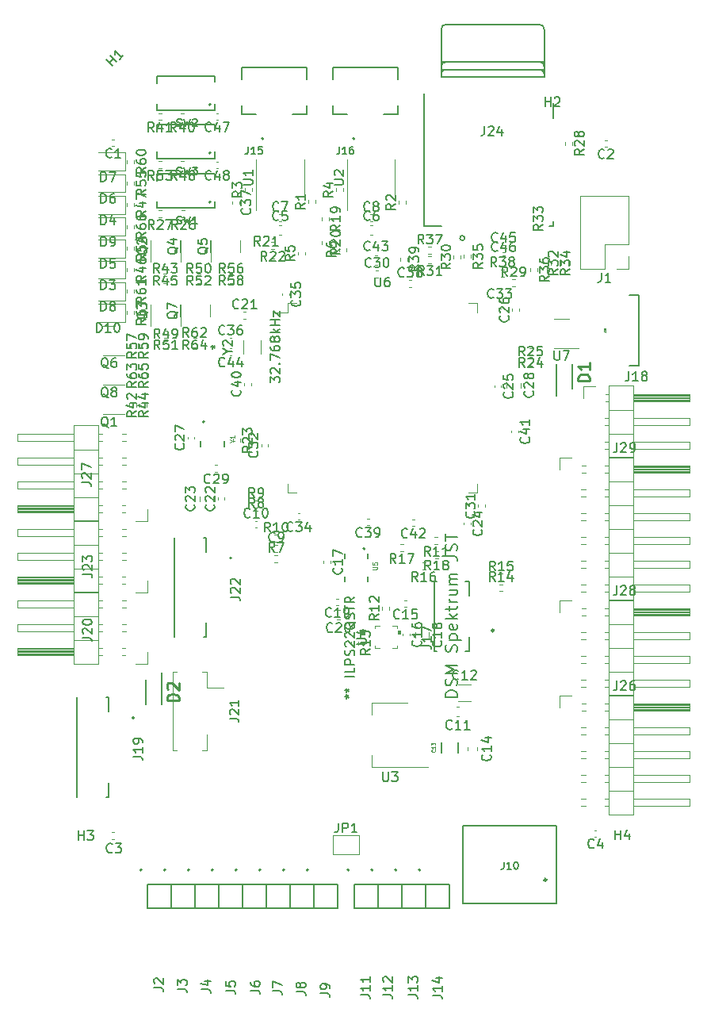
<source format=gto>
G04 #@! TF.GenerationSoftware,KiCad,Pcbnew,6.0.11-2627ca5db0~126~ubuntu20.04.1*
G04 #@! TF.CreationDate,2023-09-04T21:17:00-03:00*
G04 #@! TF.ProjectId,Drone FCC,44726f6e-6520-4464-9343-2e6b69636164,rev?*
G04 #@! TF.SameCoordinates,Original*
G04 #@! TF.FileFunction,Legend,Top*
G04 #@! TF.FilePolarity,Positive*
%FSLAX46Y46*%
G04 Gerber Fmt 4.6, Leading zero omitted, Abs format (unit mm)*
G04 Created by KiCad (PCBNEW 6.0.11-2627ca5db0~126~ubuntu20.04.1) date 2023-09-04 21:17:00*
%MOMM*%
%LPD*%
G01*
G04 APERTURE LIST*
%ADD10C,0.150000*%
%ADD11C,0.120000*%
%ADD12C,0.120233*%
%ADD13C,0.254000*%
%ADD14C,0.098425*%
%ADD15C,0.050018*%
%ADD16C,0.200000*%
%ADD17C,0.127000*%
%ADD18C,0.280000*%
%ADD19C,0.250000*%
%ADD20C,0.100000*%
G04 APERTURE END LIST*
D10*
G04 #@! TO.C,U6*
X154746145Y-73030580D02*
X154746145Y-73840104D01*
X154793764Y-73935342D01*
X154841383Y-73982961D01*
X154936621Y-74030580D01*
X155127097Y-74030580D01*
X155222335Y-73982961D01*
X155269954Y-73935342D01*
X155317573Y-73840104D01*
X155317573Y-73030580D01*
X156222335Y-73030580D02*
X156031859Y-73030580D01*
X155936621Y-73078200D01*
X155889002Y-73125819D01*
X155793764Y-73268676D01*
X155746145Y-73459152D01*
X155746145Y-73840104D01*
X155793764Y-73935342D01*
X155841383Y-73982961D01*
X155936621Y-74030580D01*
X156127097Y-74030580D01*
X156222335Y-73982961D01*
X156269954Y-73935342D01*
X156317573Y-73840104D01*
X156317573Y-73602009D01*
X156269954Y-73506771D01*
X156222335Y-73459152D01*
X156127097Y-73411533D01*
X155936621Y-73411533D01*
X155841383Y-73459152D01*
X155793764Y-73506771D01*
X155746145Y-73602009D01*
G04 #@! TO.C,C24*
X166083742Y-99956857D02*
X166131361Y-100004476D01*
X166178980Y-100147333D01*
X166178980Y-100242571D01*
X166131361Y-100385428D01*
X166036123Y-100480666D01*
X165940885Y-100528285D01*
X165750409Y-100575904D01*
X165607552Y-100575904D01*
X165417076Y-100528285D01*
X165321838Y-100480666D01*
X165226600Y-100385428D01*
X165178980Y-100242571D01*
X165178980Y-100147333D01*
X165226600Y-100004476D01*
X165274219Y-99956857D01*
X165274219Y-99575904D02*
X165226600Y-99528285D01*
X165178980Y-99433047D01*
X165178980Y-99194952D01*
X165226600Y-99099714D01*
X165274219Y-99052095D01*
X165369457Y-99004476D01*
X165464695Y-99004476D01*
X165607552Y-99052095D01*
X166178980Y-99623523D01*
X166178980Y-99004476D01*
X165512314Y-98147333D02*
X166178980Y-98147333D01*
X165131361Y-98385428D02*
X165845647Y-98623523D01*
X165845647Y-98004476D01*
G04 #@! TO.C,C9*
X144003733Y-101172092D02*
X143956114Y-101219711D01*
X143813257Y-101267330D01*
X143718019Y-101267330D01*
X143575161Y-101219711D01*
X143479923Y-101124473D01*
X143432304Y-101029235D01*
X143384685Y-100838759D01*
X143384685Y-100695902D01*
X143432304Y-100505426D01*
X143479923Y-100410188D01*
X143575161Y-100314950D01*
X143718019Y-100267330D01*
X143813257Y-100267330D01*
X143956114Y-100314950D01*
X144003733Y-100362569D01*
X144479923Y-101267330D02*
X144670400Y-101267330D01*
X144765638Y-101219711D01*
X144813257Y-101172092D01*
X144908495Y-101029235D01*
X144956114Y-100838759D01*
X144956114Y-100457807D01*
X144908495Y-100362569D01*
X144860876Y-100314950D01*
X144765638Y-100267330D01*
X144575161Y-100267330D01*
X144479923Y-100314950D01*
X144432304Y-100362569D01*
X144384685Y-100457807D01*
X144384685Y-100695902D01*
X144432304Y-100791140D01*
X144479923Y-100838759D01*
X144575161Y-100886378D01*
X144765638Y-100886378D01*
X144860876Y-100838759D01*
X144908495Y-100791140D01*
X144956114Y-100695902D01*
G04 #@! TO.C,C31*
X165313142Y-98077257D02*
X165360761Y-98124876D01*
X165408380Y-98267733D01*
X165408380Y-98362971D01*
X165360761Y-98505828D01*
X165265523Y-98601066D01*
X165170285Y-98648685D01*
X164979809Y-98696304D01*
X164836952Y-98696304D01*
X164646476Y-98648685D01*
X164551238Y-98601066D01*
X164456000Y-98505828D01*
X164408380Y-98362971D01*
X164408380Y-98267733D01*
X164456000Y-98124876D01*
X164503619Y-98077257D01*
X164408380Y-97743923D02*
X164408380Y-97124876D01*
X164789333Y-97458209D01*
X164789333Y-97315352D01*
X164836952Y-97220114D01*
X164884571Y-97172495D01*
X164979809Y-97124876D01*
X165217904Y-97124876D01*
X165313142Y-97172495D01*
X165360761Y-97220114D01*
X165408380Y-97315352D01*
X165408380Y-97601066D01*
X165360761Y-97696304D01*
X165313142Y-97743923D01*
X165408380Y-96172495D02*
X165408380Y-96743923D01*
X165408380Y-96458209D02*
X164408380Y-96458209D01*
X164551238Y-96553447D01*
X164646476Y-96648685D01*
X164694095Y-96743923D01*
G04 #@! TO.C,R43*
X131651492Y-72561380D02*
X131318159Y-72085190D01*
X131080064Y-72561380D02*
X131080064Y-71561380D01*
X131461016Y-71561380D01*
X131556254Y-71609000D01*
X131603873Y-71656619D01*
X131651492Y-71751857D01*
X131651492Y-71894714D01*
X131603873Y-71989952D01*
X131556254Y-72037571D01*
X131461016Y-72085190D01*
X131080064Y-72085190D01*
X132508635Y-71894714D02*
X132508635Y-72561380D01*
X132270540Y-71513761D02*
X132032445Y-72228047D01*
X132651492Y-72228047D01*
X132937207Y-71561380D02*
X133556254Y-71561380D01*
X133222921Y-71942333D01*
X133365778Y-71942333D01*
X133461016Y-71989952D01*
X133508635Y-72037571D01*
X133556254Y-72132809D01*
X133556254Y-72370904D01*
X133508635Y-72466142D01*
X133461016Y-72513761D01*
X133365778Y-72561380D01*
X133080064Y-72561380D01*
X132984826Y-72513761D01*
X132937207Y-72466142D01*
G04 #@! TO.C,R51*
X131719642Y-80727230D02*
X131386309Y-80251040D01*
X131148214Y-80727230D02*
X131148214Y-79727230D01*
X131529166Y-79727230D01*
X131624404Y-79774850D01*
X131672023Y-79822469D01*
X131719642Y-79917707D01*
X131719642Y-80060564D01*
X131672023Y-80155802D01*
X131624404Y-80203421D01*
X131529166Y-80251040D01*
X131148214Y-80251040D01*
X132624404Y-79727230D02*
X132148214Y-79727230D01*
X132100595Y-80203421D01*
X132148214Y-80155802D01*
X132243452Y-80108183D01*
X132481547Y-80108183D01*
X132576785Y-80155802D01*
X132624404Y-80203421D01*
X132672023Y-80298659D01*
X132672023Y-80536754D01*
X132624404Y-80631992D01*
X132576785Y-80679611D01*
X132481547Y-80727230D01*
X132243452Y-80727230D01*
X132148214Y-80679611D01*
X132100595Y-80631992D01*
X133624404Y-80727230D02*
X133052976Y-80727230D01*
X133338690Y-80727230D02*
X133338690Y-79727230D01*
X133243452Y-79870088D01*
X133148214Y-79965326D01*
X133052976Y-80012945D01*
G04 #@! TO.C,R22*
X143146542Y-71269180D02*
X142813209Y-70792990D01*
X142575114Y-71269180D02*
X142575114Y-70269180D01*
X142956066Y-70269180D01*
X143051304Y-70316800D01*
X143098923Y-70364419D01*
X143146542Y-70459657D01*
X143146542Y-70602514D01*
X143098923Y-70697752D01*
X143051304Y-70745371D01*
X142956066Y-70792990D01*
X142575114Y-70792990D01*
X143527495Y-70364419D02*
X143575114Y-70316800D01*
X143670352Y-70269180D01*
X143908447Y-70269180D01*
X144003685Y-70316800D01*
X144051304Y-70364419D01*
X144098923Y-70459657D01*
X144098923Y-70554895D01*
X144051304Y-70697752D01*
X143479876Y-71269180D01*
X144098923Y-71269180D01*
X144479876Y-70364419D02*
X144527495Y-70316800D01*
X144622733Y-70269180D01*
X144860828Y-70269180D01*
X144956066Y-70316800D01*
X145003685Y-70364419D01*
X145051304Y-70459657D01*
X145051304Y-70554895D01*
X145003685Y-70697752D01*
X144432257Y-71269180D01*
X145051304Y-71269180D01*
G04 #@! TO.C,R57*
X129228780Y-81020557D02*
X128752590Y-81353890D01*
X129228780Y-81591985D02*
X128228780Y-81591985D01*
X128228780Y-81211033D01*
X128276400Y-81115795D01*
X128324019Y-81068176D01*
X128419257Y-81020557D01*
X128562114Y-81020557D01*
X128657352Y-81068176D01*
X128704971Y-81115795D01*
X128752590Y-81211033D01*
X128752590Y-81591985D01*
X128228780Y-80115795D02*
X128228780Y-80591985D01*
X128704971Y-80639604D01*
X128657352Y-80591985D01*
X128609733Y-80496747D01*
X128609733Y-80258652D01*
X128657352Y-80163414D01*
X128704971Y-80115795D01*
X128800209Y-80068176D01*
X129038304Y-80068176D01*
X129133542Y-80115795D01*
X129181161Y-80163414D01*
X129228780Y-80258652D01*
X129228780Y-80496747D01*
X129181161Y-80591985D01*
X129133542Y-80639604D01*
X128228780Y-79734842D02*
X128228780Y-79068176D01*
X129228780Y-79496747D01*
G04 #@! TO.C,R37*
X159910542Y-69462580D02*
X159577209Y-68986390D01*
X159339114Y-69462580D02*
X159339114Y-68462580D01*
X159720066Y-68462580D01*
X159815304Y-68510200D01*
X159862923Y-68557819D01*
X159910542Y-68653057D01*
X159910542Y-68795914D01*
X159862923Y-68891152D01*
X159815304Y-68938771D01*
X159720066Y-68986390D01*
X159339114Y-68986390D01*
X160243876Y-68462580D02*
X160862923Y-68462580D01*
X160529590Y-68843533D01*
X160672447Y-68843533D01*
X160767685Y-68891152D01*
X160815304Y-68938771D01*
X160862923Y-69034009D01*
X160862923Y-69272104D01*
X160815304Y-69367342D01*
X160767685Y-69414961D01*
X160672447Y-69462580D01*
X160386733Y-69462580D01*
X160291495Y-69414961D01*
X160243876Y-69367342D01*
X161196257Y-68462580D02*
X161862923Y-68462580D01*
X161434352Y-69462580D01*
G04 #@! TO.C,C3*
X126646833Y-134367542D02*
X126599214Y-134415161D01*
X126456357Y-134462780D01*
X126361119Y-134462780D01*
X126218261Y-134415161D01*
X126123023Y-134319923D01*
X126075404Y-134224685D01*
X126027785Y-134034209D01*
X126027785Y-133891352D01*
X126075404Y-133700876D01*
X126123023Y-133605638D01*
X126218261Y-133510400D01*
X126361119Y-133462780D01*
X126456357Y-133462780D01*
X126599214Y-133510400D01*
X126646833Y-133558019D01*
X126980166Y-133462780D02*
X127599214Y-133462780D01*
X127265880Y-133843733D01*
X127408738Y-133843733D01*
X127503976Y-133891352D01*
X127551595Y-133938971D01*
X127599214Y-134034209D01*
X127599214Y-134272304D01*
X127551595Y-134367542D01*
X127503976Y-134415161D01*
X127408738Y-134462780D01*
X127123023Y-134462780D01*
X127027785Y-134415161D01*
X126980166Y-134367542D01*
G04 #@! TO.C,R30*
X162782180Y-71508857D02*
X162305990Y-71842190D01*
X162782180Y-72080285D02*
X161782180Y-72080285D01*
X161782180Y-71699333D01*
X161829800Y-71604095D01*
X161877419Y-71556476D01*
X161972657Y-71508857D01*
X162115514Y-71508857D01*
X162210752Y-71556476D01*
X162258371Y-71604095D01*
X162305990Y-71699333D01*
X162305990Y-72080285D01*
X161782180Y-71175523D02*
X161782180Y-70556476D01*
X162163133Y-70889809D01*
X162163133Y-70746952D01*
X162210752Y-70651714D01*
X162258371Y-70604095D01*
X162353609Y-70556476D01*
X162591704Y-70556476D01*
X162686942Y-70604095D01*
X162734561Y-70651714D01*
X162782180Y-70746952D01*
X162782180Y-71032666D01*
X162734561Y-71127904D01*
X162686942Y-71175523D01*
X161782180Y-69937428D02*
X161782180Y-69842190D01*
X161829800Y-69746952D01*
X161877419Y-69699333D01*
X161972657Y-69651714D01*
X162163133Y-69604095D01*
X162401228Y-69604095D01*
X162591704Y-69651714D01*
X162686942Y-69699333D01*
X162734561Y-69746952D01*
X162782180Y-69842190D01*
X162782180Y-69937428D01*
X162734561Y-70032666D01*
X162686942Y-70080285D01*
X162591704Y-70127904D01*
X162401228Y-70175523D01*
X162163133Y-70175523D01*
X161972657Y-70127904D01*
X161877419Y-70080285D01*
X161829800Y-70032666D01*
X161782180Y-69937428D01*
G04 #@! TO.C,R49*
X131719643Y-79530229D02*
X131386310Y-79054039D01*
X131148215Y-79530229D02*
X131148215Y-78530229D01*
X131529167Y-78530229D01*
X131624405Y-78577849D01*
X131672024Y-78625468D01*
X131719643Y-78720706D01*
X131719643Y-78863563D01*
X131672024Y-78958801D01*
X131624405Y-79006420D01*
X131529167Y-79054039D01*
X131148215Y-79054039D01*
X132576786Y-78863563D02*
X132576786Y-79530229D01*
X132338691Y-78482610D02*
X132100596Y-79196896D01*
X132719643Y-79196896D01*
X133148215Y-79530229D02*
X133338691Y-79530229D01*
X133433929Y-79482610D01*
X133481548Y-79434991D01*
X133576786Y-79292134D01*
X133624405Y-79101658D01*
X133624405Y-78720706D01*
X133576786Y-78625468D01*
X133529167Y-78577849D01*
X133433929Y-78530229D01*
X133243453Y-78530229D01*
X133148215Y-78577849D01*
X133100596Y-78625468D01*
X133052977Y-78720706D01*
X133052977Y-78958801D01*
X133100596Y-79054039D01*
X133148215Y-79101658D01*
X133243453Y-79149277D01*
X133433929Y-79149277D01*
X133529167Y-79101658D01*
X133576786Y-79054039D01*
X133624405Y-78958801D01*
G04 #@! TO.C,R19*
X150999780Y-67456957D02*
X150523590Y-67790290D01*
X150999780Y-68028385D02*
X149999780Y-68028385D01*
X149999780Y-67647433D01*
X150047400Y-67552195D01*
X150095019Y-67504576D01*
X150190257Y-67456957D01*
X150333114Y-67456957D01*
X150428352Y-67504576D01*
X150475971Y-67552195D01*
X150523590Y-67647433D01*
X150523590Y-68028385D01*
X150999780Y-66504576D02*
X150999780Y-67076004D01*
X150999780Y-66790290D02*
X149999780Y-66790290D01*
X150142638Y-66885528D01*
X150237876Y-66980766D01*
X150285495Y-67076004D01*
X150999780Y-66028385D02*
X150999780Y-65837909D01*
X150952161Y-65742671D01*
X150904542Y-65695052D01*
X150761685Y-65599814D01*
X150571209Y-65552195D01*
X150190257Y-65552195D01*
X150095019Y-65599814D01*
X150047400Y-65647433D01*
X149999780Y-65742671D01*
X149999780Y-65933147D01*
X150047400Y-66028385D01*
X150095019Y-66076004D01*
X150190257Y-66123623D01*
X150428352Y-66123623D01*
X150523590Y-66076004D01*
X150571209Y-66028385D01*
X150618828Y-65933147D01*
X150618828Y-65742671D01*
X150571209Y-65647433D01*
X150523590Y-65599814D01*
X150428352Y-65552195D01*
G04 #@! TO.C,Q3*
X130430819Y-76687788D02*
X130383200Y-76783026D01*
X130287961Y-76878264D01*
X130145104Y-77021121D01*
X130097485Y-77116359D01*
X130097485Y-77211597D01*
X130335580Y-77163978D02*
X130287961Y-77259216D01*
X130192723Y-77354454D01*
X130002247Y-77402073D01*
X129668914Y-77402073D01*
X129478438Y-77354454D01*
X129383200Y-77259216D01*
X129335580Y-77163978D01*
X129335580Y-76973502D01*
X129383200Y-76878264D01*
X129478438Y-76783026D01*
X129668914Y-76735407D01*
X130002247Y-76735407D01*
X130192723Y-76783026D01*
X130287961Y-76878264D01*
X130335580Y-76973502D01*
X130335580Y-77163978D01*
X129335580Y-76402073D02*
X129335580Y-75783026D01*
X129716533Y-76116359D01*
X129716533Y-75973502D01*
X129764152Y-75878264D01*
X129811771Y-75830645D01*
X129907009Y-75783026D01*
X130145104Y-75783026D01*
X130240342Y-75830645D01*
X130287961Y-75878264D01*
X130335580Y-75973502D01*
X130335580Y-76259216D01*
X130287961Y-76354454D01*
X130240342Y-76402073D01*
G04 #@! TO.C,Q8*
X126218961Y-85878619D02*
X126123723Y-85831000D01*
X126028485Y-85735761D01*
X125885628Y-85592904D01*
X125790390Y-85545285D01*
X125695152Y-85545285D01*
X125742771Y-85783380D02*
X125647533Y-85735761D01*
X125552295Y-85640523D01*
X125504676Y-85450047D01*
X125504676Y-85116714D01*
X125552295Y-84926238D01*
X125647533Y-84831000D01*
X125742771Y-84783380D01*
X125933247Y-84783380D01*
X126028485Y-84831000D01*
X126123723Y-84926238D01*
X126171342Y-85116714D01*
X126171342Y-85450047D01*
X126123723Y-85640523D01*
X126028485Y-85735761D01*
X125933247Y-85783380D01*
X125742771Y-85783380D01*
X126742771Y-85211952D02*
X126647533Y-85164333D01*
X126599914Y-85116714D01*
X126552295Y-85021476D01*
X126552295Y-84973857D01*
X126599914Y-84878619D01*
X126647533Y-84831000D01*
X126742771Y-84783380D01*
X126933247Y-84783380D01*
X127028485Y-84831000D01*
X127076104Y-84878619D01*
X127123723Y-84973857D01*
X127123723Y-85021476D01*
X127076104Y-85116714D01*
X127028485Y-85164333D01*
X126933247Y-85211952D01*
X126742771Y-85211952D01*
X126647533Y-85259571D01*
X126599914Y-85307190D01*
X126552295Y-85402428D01*
X126552295Y-85592904D01*
X126599914Y-85688142D01*
X126647533Y-85735761D01*
X126742771Y-85783380D01*
X126933247Y-85783380D01*
X127028485Y-85735761D01*
X127076104Y-85688142D01*
X127123723Y-85592904D01*
X127123723Y-85402428D01*
X127076104Y-85307190D01*
X127028485Y-85259571D01*
X126933247Y-85211952D01*
G04 #@! TO.C,R50*
X135245242Y-72561380D02*
X134911909Y-72085190D01*
X134673814Y-72561380D02*
X134673814Y-71561380D01*
X135054766Y-71561380D01*
X135150004Y-71609000D01*
X135197623Y-71656619D01*
X135245242Y-71751857D01*
X135245242Y-71894714D01*
X135197623Y-71989952D01*
X135150004Y-72037571D01*
X135054766Y-72085190D01*
X134673814Y-72085190D01*
X136150004Y-71561380D02*
X135673814Y-71561380D01*
X135626195Y-72037571D01*
X135673814Y-71989952D01*
X135769052Y-71942333D01*
X136007147Y-71942333D01*
X136102385Y-71989952D01*
X136150004Y-72037571D01*
X136197623Y-72132809D01*
X136197623Y-72370904D01*
X136150004Y-72466142D01*
X136102385Y-72513761D01*
X136007147Y-72561380D01*
X135769052Y-72561380D01*
X135673814Y-72513761D01*
X135626195Y-72466142D01*
X136816671Y-71561380D02*
X136911909Y-71561380D01*
X137007147Y-71609000D01*
X137054766Y-71656619D01*
X137102385Y-71751857D01*
X137150004Y-71942333D01*
X137150004Y-72180428D01*
X137102385Y-72370904D01*
X137054766Y-72466142D01*
X137007147Y-72513761D01*
X136911909Y-72561380D01*
X136816671Y-72561380D01*
X136721433Y-72513761D01*
X136673814Y-72466142D01*
X136626195Y-72370904D01*
X136578576Y-72180428D01*
X136578576Y-71942333D01*
X136626195Y-71751857D01*
X136673814Y-71656619D01*
X136721433Y-71609000D01*
X136816671Y-71561380D01*
G04 #@! TO.C,R28*
X177034780Y-59367657D02*
X176558590Y-59700990D01*
X177034780Y-59939085D02*
X176034780Y-59939085D01*
X176034780Y-59558133D01*
X176082400Y-59462895D01*
X176130019Y-59415276D01*
X176225257Y-59367657D01*
X176368114Y-59367657D01*
X176463352Y-59415276D01*
X176510971Y-59462895D01*
X176558590Y-59558133D01*
X176558590Y-59939085D01*
X176130019Y-58986704D02*
X176082400Y-58939085D01*
X176034780Y-58843847D01*
X176034780Y-58605752D01*
X176082400Y-58510514D01*
X176130019Y-58462895D01*
X176225257Y-58415276D01*
X176320495Y-58415276D01*
X176463352Y-58462895D01*
X177034780Y-59034323D01*
X177034780Y-58415276D01*
X176463352Y-57843847D02*
X176415733Y-57939085D01*
X176368114Y-57986704D01*
X176272876Y-58034323D01*
X176225257Y-58034323D01*
X176130019Y-57986704D01*
X176082400Y-57939085D01*
X176034780Y-57843847D01*
X176034780Y-57653371D01*
X176082400Y-57558133D01*
X176130019Y-57510514D01*
X176225257Y-57462895D01*
X176272876Y-57462895D01*
X176368114Y-57510514D01*
X176415733Y-57558133D01*
X176463352Y-57653371D01*
X176463352Y-57843847D01*
X176510971Y-57939085D01*
X176558590Y-57986704D01*
X176653828Y-58034323D01*
X176844304Y-58034323D01*
X176939542Y-57986704D01*
X176987161Y-57939085D01*
X177034780Y-57843847D01*
X177034780Y-57653371D01*
X176987161Y-57558133D01*
X176939542Y-57510514D01*
X176844304Y-57462895D01*
X176653828Y-57462895D01*
X176558590Y-57510514D01*
X176510971Y-57558133D01*
X176463352Y-57653371D01*
G04 #@! TO.C,C7*
X144410133Y-65883342D02*
X144362514Y-65930961D01*
X144219657Y-65978580D01*
X144124419Y-65978580D01*
X143981561Y-65930961D01*
X143886323Y-65835723D01*
X143838704Y-65740485D01*
X143791085Y-65550009D01*
X143791085Y-65407152D01*
X143838704Y-65216676D01*
X143886323Y-65121438D01*
X143981561Y-65026200D01*
X144124419Y-64978580D01*
X144219657Y-64978580D01*
X144362514Y-65026200D01*
X144410133Y-65073819D01*
X144743466Y-64978580D02*
X145410133Y-64978580D01*
X144981561Y-65978580D01*
G04 #@! TO.C,J14*
X160862080Y-149678223D02*
X161576366Y-149678223D01*
X161719223Y-149725842D01*
X161814461Y-149821080D01*
X161862080Y-149963938D01*
X161862080Y-150059176D01*
X161862080Y-148678223D02*
X161862080Y-149249652D01*
X161862080Y-148963938D02*
X160862080Y-148963938D01*
X161004938Y-149059176D01*
X161100176Y-149154414D01*
X161147795Y-149249652D01*
X161195414Y-147821080D02*
X161862080Y-147821080D01*
X160814461Y-148059176D02*
X161528747Y-148297271D01*
X161528747Y-147678223D01*
G04 #@! TO.C,R48*
X133519942Y-62658580D02*
X133186609Y-62182390D01*
X132948514Y-62658580D02*
X132948514Y-61658580D01*
X133329466Y-61658580D01*
X133424704Y-61706200D01*
X133472323Y-61753819D01*
X133519942Y-61849057D01*
X133519942Y-61991914D01*
X133472323Y-62087152D01*
X133424704Y-62134771D01*
X133329466Y-62182390D01*
X132948514Y-62182390D01*
X134377085Y-61991914D02*
X134377085Y-62658580D01*
X134138990Y-61610961D02*
X133900895Y-62325247D01*
X134519942Y-62325247D01*
X135043752Y-62087152D02*
X134948514Y-62039533D01*
X134900895Y-61991914D01*
X134853276Y-61896676D01*
X134853276Y-61849057D01*
X134900895Y-61753819D01*
X134948514Y-61706200D01*
X135043752Y-61658580D01*
X135234228Y-61658580D01*
X135329466Y-61706200D01*
X135377085Y-61753819D01*
X135424704Y-61849057D01*
X135424704Y-61896676D01*
X135377085Y-61991914D01*
X135329466Y-62039533D01*
X135234228Y-62087152D01*
X135043752Y-62087152D01*
X134948514Y-62134771D01*
X134900895Y-62182390D01*
X134853276Y-62277628D01*
X134853276Y-62468104D01*
X134900895Y-62563342D01*
X134948514Y-62610961D01*
X135043752Y-62658580D01*
X135234228Y-62658580D01*
X135329466Y-62610961D01*
X135377085Y-62563342D01*
X135424704Y-62468104D01*
X135424704Y-62277628D01*
X135377085Y-62182390D01*
X135329466Y-62134771D01*
X135234228Y-62087152D01*
G04 #@! TO.C,J20*
X123469380Y-111502723D02*
X124183666Y-111502723D01*
X124326523Y-111550342D01*
X124421761Y-111645580D01*
X124469380Y-111788438D01*
X124469380Y-111883676D01*
X123564619Y-111074152D02*
X123517000Y-111026533D01*
X123469380Y-110931295D01*
X123469380Y-110693200D01*
X123517000Y-110597961D01*
X123564619Y-110550342D01*
X123659857Y-110502723D01*
X123755095Y-110502723D01*
X123897952Y-110550342D01*
X124469380Y-111121771D01*
X124469380Y-110502723D01*
X123469380Y-109883676D02*
X123469380Y-109788438D01*
X123517000Y-109693200D01*
X123564619Y-109645580D01*
X123659857Y-109597961D01*
X123850333Y-109550342D01*
X124088428Y-109550342D01*
X124278904Y-109597961D01*
X124374142Y-109645580D01*
X124421761Y-109693200D01*
X124469380Y-109788438D01*
X124469380Y-109883676D01*
X124421761Y-109978914D01*
X124374142Y-110026533D01*
X124278904Y-110074152D01*
X124088428Y-110121771D01*
X123850333Y-110121771D01*
X123659857Y-110074152D01*
X123564619Y-110026533D01*
X123517000Y-109978914D01*
X123469380Y-109883676D01*
G04 #@! TO.C,C33*
X167370692Y-75168542D02*
X167323073Y-75216161D01*
X167180216Y-75263780D01*
X167084978Y-75263780D01*
X166942121Y-75216161D01*
X166846883Y-75120923D01*
X166799264Y-75025685D01*
X166751645Y-74835209D01*
X166751645Y-74692352D01*
X166799264Y-74501876D01*
X166846883Y-74406638D01*
X166942121Y-74311400D01*
X167084978Y-74263780D01*
X167180216Y-74263780D01*
X167323073Y-74311400D01*
X167370692Y-74359019D01*
X167704026Y-74263780D02*
X168323073Y-74263780D01*
X167989740Y-74644733D01*
X168132597Y-74644733D01*
X168227835Y-74692352D01*
X168275454Y-74739971D01*
X168323073Y-74835209D01*
X168323073Y-75073304D01*
X168275454Y-75168542D01*
X168227835Y-75216161D01*
X168132597Y-75263780D01*
X167846883Y-75263780D01*
X167751645Y-75216161D01*
X167704026Y-75168542D01*
X168656407Y-74263780D02*
X169275454Y-74263780D01*
X168942121Y-74644733D01*
X169084978Y-74644733D01*
X169180216Y-74692352D01*
X169227835Y-74739971D01*
X169275454Y-74835209D01*
X169275454Y-75073304D01*
X169227835Y-75168542D01*
X169180216Y-75216161D01*
X169084978Y-75263780D01*
X168799264Y-75263780D01*
X168704026Y-75216161D01*
X168656407Y-75168542D01*
G04 #@! TO.C,J28*
X180551476Y-105950180D02*
X180551476Y-106664466D01*
X180503857Y-106807323D01*
X180408619Y-106902561D01*
X180265761Y-106950180D01*
X180170523Y-106950180D01*
X180980047Y-106045419D02*
X181027666Y-105997800D01*
X181122904Y-105950180D01*
X181361000Y-105950180D01*
X181456238Y-105997800D01*
X181503857Y-106045419D01*
X181551476Y-106140657D01*
X181551476Y-106235895D01*
X181503857Y-106378752D01*
X180932428Y-106950180D01*
X181551476Y-106950180D01*
X182122904Y-106378752D02*
X182027666Y-106331133D01*
X181980047Y-106283514D01*
X181932428Y-106188276D01*
X181932428Y-106140657D01*
X181980047Y-106045419D01*
X182027666Y-105997800D01*
X182122904Y-105950180D01*
X182313380Y-105950180D01*
X182408619Y-105997800D01*
X182456238Y-106045419D01*
X182503857Y-106140657D01*
X182503857Y-106188276D01*
X182456238Y-106283514D01*
X182408619Y-106331133D01*
X182313380Y-106378752D01*
X182122904Y-106378752D01*
X182027666Y-106426371D01*
X181980047Y-106473990D01*
X181932428Y-106569228D01*
X181932428Y-106759704D01*
X181980047Y-106854942D01*
X182027666Y-106902561D01*
X182122904Y-106950180D01*
X182313380Y-106950180D01*
X182408619Y-106902561D01*
X182456238Y-106854942D01*
X182503857Y-106759704D01*
X182503857Y-106569228D01*
X182456238Y-106473990D01*
X182408619Y-106426371D01*
X182313380Y-106378752D01*
G04 #@! TO.C,R6*
X150564780Y-70233166D02*
X150088590Y-70566500D01*
X150564780Y-70804595D02*
X149564780Y-70804595D01*
X149564780Y-70423642D01*
X149612400Y-70328404D01*
X149660019Y-70280785D01*
X149755257Y-70233166D01*
X149898114Y-70233166D01*
X149993352Y-70280785D01*
X150040971Y-70328404D01*
X150088590Y-70423642D01*
X150088590Y-70804595D01*
X149564780Y-69376023D02*
X149564780Y-69566500D01*
X149612400Y-69661738D01*
X149660019Y-69709357D01*
X149802876Y-69804595D01*
X149993352Y-69852214D01*
X150374304Y-69852214D01*
X150469542Y-69804595D01*
X150517161Y-69756976D01*
X150564780Y-69661738D01*
X150564780Y-69471261D01*
X150517161Y-69376023D01*
X150469542Y-69328404D01*
X150374304Y-69280785D01*
X150136209Y-69280785D01*
X150040971Y-69328404D01*
X149993352Y-69376023D01*
X149945733Y-69471261D01*
X149945733Y-69661738D01*
X149993352Y-69756976D01*
X150040971Y-69804595D01*
X150136209Y-69852214D01*
G04 #@! TO.C,J23*
X123505981Y-104705923D02*
X124220267Y-104705923D01*
X124363124Y-104753542D01*
X124458362Y-104848780D01*
X124505981Y-104991638D01*
X124505981Y-105086876D01*
X123601220Y-104277352D02*
X123553601Y-104229733D01*
X123505981Y-104134495D01*
X123505981Y-103896400D01*
X123553601Y-103801161D01*
X123601220Y-103753542D01*
X123696458Y-103705923D01*
X123791696Y-103705923D01*
X123934553Y-103753542D01*
X124505981Y-104324971D01*
X124505981Y-103705923D01*
X123505981Y-103372590D02*
X123505981Y-102753542D01*
X123886934Y-103086876D01*
X123886934Y-102944019D01*
X123934553Y-102848780D01*
X123982172Y-102801161D01*
X124077410Y-102753542D01*
X124315505Y-102753542D01*
X124410743Y-102801161D01*
X124458362Y-102848780D01*
X124505981Y-102944019D01*
X124505981Y-103229733D01*
X124458362Y-103324971D01*
X124410743Y-103372590D01*
G04 #@! TO.C,C19*
X150046642Y-109213142D02*
X149999023Y-109260761D01*
X149856166Y-109308380D01*
X149760928Y-109308380D01*
X149618071Y-109260761D01*
X149522833Y-109165523D01*
X149475214Y-109070285D01*
X149427595Y-108879809D01*
X149427595Y-108736952D01*
X149475214Y-108546476D01*
X149522833Y-108451238D01*
X149618071Y-108356000D01*
X149760928Y-108308380D01*
X149856166Y-108308380D01*
X149999023Y-108356000D01*
X150046642Y-108403619D01*
X150999023Y-109308380D02*
X150427595Y-109308380D01*
X150713309Y-109308380D02*
X150713309Y-108308380D01*
X150618071Y-108451238D01*
X150522833Y-108546476D01*
X150427595Y-108594095D01*
X151475214Y-109308380D02*
X151665690Y-109308380D01*
X151760928Y-109260761D01*
X151808547Y-109213142D01*
X151903785Y-109070285D01*
X151951404Y-108879809D01*
X151951404Y-108498857D01*
X151903785Y-108403619D01*
X151856166Y-108356000D01*
X151760928Y-108308380D01*
X151570452Y-108308380D01*
X151475214Y-108356000D01*
X151427595Y-108403619D01*
X151379976Y-108498857D01*
X151379976Y-108736952D01*
X151427595Y-108832190D01*
X151475214Y-108879809D01*
X151570452Y-108927428D01*
X151760928Y-108927428D01*
X151856166Y-108879809D01*
X151903785Y-108832190D01*
X151951404Y-108736952D01*
G04 #@! TO.C,R13*
X154200180Y-112707657D02*
X153723990Y-113040990D01*
X154200180Y-113279085D02*
X153200180Y-113279085D01*
X153200180Y-112898133D01*
X153247800Y-112802895D01*
X153295419Y-112755276D01*
X153390657Y-112707657D01*
X153533514Y-112707657D01*
X153628752Y-112755276D01*
X153676371Y-112802895D01*
X153723990Y-112898133D01*
X153723990Y-113279085D01*
X154200180Y-111755276D02*
X154200180Y-112326704D01*
X154200180Y-112040990D02*
X153200180Y-112040990D01*
X153343038Y-112136228D01*
X153438276Y-112231466D01*
X153485895Y-112326704D01*
X153200180Y-111421942D02*
X153200180Y-110802895D01*
X153581133Y-111136228D01*
X153581133Y-110993371D01*
X153628752Y-110898133D01*
X153676371Y-110850514D01*
X153771609Y-110802895D01*
X154009704Y-110802895D01*
X154104942Y-110850514D01*
X154152561Y-110898133D01*
X154200180Y-110993371D01*
X154200180Y-111279085D01*
X154152561Y-111374323D01*
X154104942Y-111421942D01*
G04 #@! TO.C,R38*
X167695042Y-71894930D02*
X167361709Y-71418740D01*
X167123614Y-71894930D02*
X167123614Y-70894930D01*
X167504566Y-70894930D01*
X167599804Y-70942550D01*
X167647423Y-70990169D01*
X167695042Y-71085407D01*
X167695042Y-71228264D01*
X167647423Y-71323502D01*
X167599804Y-71371121D01*
X167504566Y-71418740D01*
X167123614Y-71418740D01*
X168028376Y-70894930D02*
X168647423Y-70894930D01*
X168314090Y-71275883D01*
X168456947Y-71275883D01*
X168552185Y-71323502D01*
X168599804Y-71371121D01*
X168647423Y-71466359D01*
X168647423Y-71704454D01*
X168599804Y-71799692D01*
X168552185Y-71847311D01*
X168456947Y-71894930D01*
X168171233Y-71894930D01*
X168075995Y-71847311D01*
X168028376Y-71799692D01*
X169218852Y-71323502D02*
X169123614Y-71275883D01*
X169075995Y-71228264D01*
X169028376Y-71133026D01*
X169028376Y-71085407D01*
X169075995Y-70990169D01*
X169123614Y-70942550D01*
X169218852Y-70894930D01*
X169409328Y-70894930D01*
X169504566Y-70942550D01*
X169552185Y-70990169D01*
X169599804Y-71085407D01*
X169599804Y-71133026D01*
X169552185Y-71228264D01*
X169504566Y-71275883D01*
X169409328Y-71323502D01*
X169218852Y-71323502D01*
X169123614Y-71371121D01*
X169075995Y-71418740D01*
X169028376Y-71513978D01*
X169028376Y-71704454D01*
X169075995Y-71799692D01*
X169123614Y-71847311D01*
X169218852Y-71894930D01*
X169409328Y-71894930D01*
X169504566Y-71847311D01*
X169552185Y-71799692D01*
X169599804Y-71704454D01*
X169599804Y-71513978D01*
X169552185Y-71418740D01*
X169504566Y-71371121D01*
X169409328Y-71323502D01*
G04 #@! TO.C,R34*
X175536180Y-72169257D02*
X175059990Y-72502590D01*
X175536180Y-72740685D02*
X174536180Y-72740685D01*
X174536180Y-72359733D01*
X174583800Y-72264495D01*
X174631419Y-72216876D01*
X174726657Y-72169257D01*
X174869514Y-72169257D01*
X174964752Y-72216876D01*
X175012371Y-72264495D01*
X175059990Y-72359733D01*
X175059990Y-72740685D01*
X174536180Y-71835923D02*
X174536180Y-71216876D01*
X174917133Y-71550209D01*
X174917133Y-71407352D01*
X174964752Y-71312114D01*
X175012371Y-71264495D01*
X175107609Y-71216876D01*
X175345704Y-71216876D01*
X175440942Y-71264495D01*
X175488561Y-71312114D01*
X175536180Y-71407352D01*
X175536180Y-71693066D01*
X175488561Y-71788304D01*
X175440942Y-71835923D01*
X174869514Y-70359733D02*
X175536180Y-70359733D01*
X174488561Y-70597828D02*
X175202847Y-70835923D01*
X175202847Y-70216876D01*
G04 #@! TO.C,C34*
X145940542Y-100069142D02*
X145892923Y-100116761D01*
X145750066Y-100164380D01*
X145654828Y-100164380D01*
X145511971Y-100116761D01*
X145416733Y-100021523D01*
X145369114Y-99926285D01*
X145321495Y-99735809D01*
X145321495Y-99592952D01*
X145369114Y-99402476D01*
X145416733Y-99307238D01*
X145511971Y-99212000D01*
X145654828Y-99164380D01*
X145750066Y-99164380D01*
X145892923Y-99212000D01*
X145940542Y-99259619D01*
X146273876Y-99164380D02*
X146892923Y-99164380D01*
X146559590Y-99545333D01*
X146702447Y-99545333D01*
X146797685Y-99592952D01*
X146845304Y-99640571D01*
X146892923Y-99735809D01*
X146892923Y-99973904D01*
X146845304Y-100069142D01*
X146797685Y-100116761D01*
X146702447Y-100164380D01*
X146416733Y-100164380D01*
X146321495Y-100116761D01*
X146273876Y-100069142D01*
X147750066Y-99497714D02*
X147750066Y-100164380D01*
X147511971Y-99116761D02*
X147273876Y-99831047D01*
X147892923Y-99831047D01*
G04 #@! TO.C,C8*
X154147033Y-65883342D02*
X154099414Y-65930961D01*
X153956557Y-65978580D01*
X153861319Y-65978580D01*
X153718461Y-65930961D01*
X153623223Y-65835723D01*
X153575604Y-65740485D01*
X153527985Y-65550009D01*
X153527985Y-65407152D01*
X153575604Y-65216676D01*
X153623223Y-65121438D01*
X153718461Y-65026200D01*
X153861319Y-64978580D01*
X153956557Y-64978580D01*
X154099414Y-65026200D01*
X154147033Y-65073819D01*
X154718461Y-65407152D02*
X154623223Y-65359533D01*
X154575604Y-65311914D01*
X154527985Y-65216676D01*
X154527985Y-65169057D01*
X154575604Y-65073819D01*
X154623223Y-65026200D01*
X154718461Y-64978580D01*
X154908938Y-64978580D01*
X155004176Y-65026200D01*
X155051795Y-65073819D01*
X155099414Y-65169057D01*
X155099414Y-65216676D01*
X155051795Y-65311914D01*
X155004176Y-65359533D01*
X154908938Y-65407152D01*
X154718461Y-65407152D01*
X154623223Y-65454771D01*
X154575604Y-65502390D01*
X154527985Y-65597628D01*
X154527985Y-65788104D01*
X154575604Y-65883342D01*
X154623223Y-65930961D01*
X154718461Y-65978580D01*
X154908938Y-65978580D01*
X155004176Y-65930961D01*
X155051795Y-65883342D01*
X155099414Y-65788104D01*
X155099414Y-65597628D01*
X155051795Y-65502390D01*
X155004176Y-65454771D01*
X154908938Y-65407152D01*
G04 #@! TO.C,C30*
X154279892Y-71865992D02*
X154232273Y-71913611D01*
X154089416Y-71961230D01*
X153994178Y-71961230D01*
X153851321Y-71913611D01*
X153756083Y-71818373D01*
X153708464Y-71723135D01*
X153660845Y-71532659D01*
X153660845Y-71389802D01*
X153708464Y-71199326D01*
X153756083Y-71104088D01*
X153851321Y-71008850D01*
X153994178Y-70961230D01*
X154089416Y-70961230D01*
X154232273Y-71008850D01*
X154279892Y-71056469D01*
X154613226Y-70961230D02*
X155232273Y-70961230D01*
X154898940Y-71342183D01*
X155041797Y-71342183D01*
X155137035Y-71389802D01*
X155184654Y-71437421D01*
X155232273Y-71532659D01*
X155232273Y-71770754D01*
X155184654Y-71865992D01*
X155137035Y-71913611D01*
X155041797Y-71961230D01*
X154756083Y-71961230D01*
X154660845Y-71913611D01*
X154613226Y-71865992D01*
X155851321Y-70961230D02*
X155946559Y-70961230D01*
X156041797Y-71008850D01*
X156089416Y-71056469D01*
X156137035Y-71151707D01*
X156184654Y-71342183D01*
X156184654Y-71580278D01*
X156137035Y-71770754D01*
X156089416Y-71865992D01*
X156041797Y-71913611D01*
X155946559Y-71961230D01*
X155851321Y-71961230D01*
X155756083Y-71913611D01*
X155708464Y-71865992D01*
X155660845Y-71770754D01*
X155613226Y-71580278D01*
X155613226Y-71342183D01*
X155660845Y-71151707D01*
X155708464Y-71056469D01*
X155756083Y-71008850D01*
X155851321Y-70961230D01*
G04 #@! TO.C,R5*
X146119780Y-70651666D02*
X145643590Y-70985000D01*
X146119780Y-71223095D02*
X145119780Y-71223095D01*
X145119780Y-70842142D01*
X145167400Y-70746904D01*
X145215019Y-70699285D01*
X145310257Y-70651666D01*
X145453114Y-70651666D01*
X145548352Y-70699285D01*
X145595971Y-70746904D01*
X145643590Y-70842142D01*
X145643590Y-71223095D01*
X145119780Y-69746904D02*
X145119780Y-70223095D01*
X145595971Y-70270714D01*
X145548352Y-70223095D01*
X145500733Y-70127857D01*
X145500733Y-69889761D01*
X145548352Y-69794523D01*
X145595971Y-69746904D01*
X145691209Y-69699285D01*
X145929304Y-69699285D01*
X146024542Y-69746904D01*
X146072161Y-69794523D01*
X146119780Y-69889761D01*
X146119780Y-70127857D01*
X146072161Y-70223095D01*
X146024542Y-70270714D01*
G04 #@! TO.C,J12*
X155578880Y-149627423D02*
X156293166Y-149627423D01*
X156436023Y-149675042D01*
X156531261Y-149770280D01*
X156578880Y-149913138D01*
X156578880Y-150008376D01*
X156578880Y-148627423D02*
X156578880Y-149198852D01*
X156578880Y-148913138D02*
X155578880Y-148913138D01*
X155721738Y-149008376D01*
X155816976Y-149103614D01*
X155864595Y-149198852D01*
X155674119Y-148246471D02*
X155626500Y-148198852D01*
X155578880Y-148103614D01*
X155578880Y-147865519D01*
X155626500Y-147770280D01*
X155674119Y-147722661D01*
X155769357Y-147675042D01*
X155864595Y-147675042D01*
X156007452Y-147722661D01*
X156578880Y-148294090D01*
X156578880Y-147675042D01*
G04 #@! TO.C,C41*
X171147592Y-90127057D02*
X171195211Y-90174676D01*
X171242830Y-90317533D01*
X171242830Y-90412771D01*
X171195211Y-90555628D01*
X171099973Y-90650866D01*
X171004735Y-90698485D01*
X170814259Y-90746104D01*
X170671402Y-90746104D01*
X170480926Y-90698485D01*
X170385688Y-90650866D01*
X170290450Y-90555628D01*
X170242830Y-90412771D01*
X170242830Y-90317533D01*
X170290450Y-90174676D01*
X170338069Y-90127057D01*
X170576164Y-89269914D02*
X171242830Y-89269914D01*
X170195211Y-89508009D02*
X170909497Y-89746104D01*
X170909497Y-89127057D01*
X171242830Y-88222295D02*
X171242830Y-88793723D01*
X171242830Y-88508009D02*
X170242830Y-88508009D01*
X170385688Y-88603247D01*
X170480926Y-88698485D01*
X170528545Y-88793723D01*
G04 #@! TO.C,R17*
X156938742Y-103527180D02*
X156605409Y-103050990D01*
X156367314Y-103527180D02*
X156367314Y-102527180D01*
X156748266Y-102527180D01*
X156843504Y-102574800D01*
X156891123Y-102622419D01*
X156938742Y-102717657D01*
X156938742Y-102860514D01*
X156891123Y-102955752D01*
X156843504Y-103003371D01*
X156748266Y-103050990D01*
X156367314Y-103050990D01*
X157891123Y-103527180D02*
X157319695Y-103527180D01*
X157605409Y-103527180D02*
X157605409Y-102527180D01*
X157510171Y-102670038D01*
X157414933Y-102765276D01*
X157319695Y-102812895D01*
X158224457Y-102527180D02*
X158891123Y-102527180D01*
X158462552Y-103527180D01*
G04 #@! TO.C,J9*
X148890580Y-149457333D02*
X149604866Y-149457333D01*
X149747723Y-149504952D01*
X149842961Y-149600190D01*
X149890580Y-149743047D01*
X149890580Y-149838285D01*
X149890580Y-148933523D02*
X149890580Y-148743047D01*
X149842961Y-148647809D01*
X149795342Y-148600190D01*
X149652485Y-148504952D01*
X149462009Y-148457333D01*
X149081057Y-148457333D01*
X148985819Y-148504952D01*
X148938200Y-148552571D01*
X148890580Y-148647809D01*
X148890580Y-148838285D01*
X148938200Y-148933523D01*
X148985819Y-148981142D01*
X149081057Y-149028761D01*
X149319152Y-149028761D01*
X149414390Y-148981142D01*
X149462009Y-148933523D01*
X149509628Y-148838285D01*
X149509628Y-148647809D01*
X149462009Y-148552571D01*
X149414390Y-148504952D01*
X149319152Y-148457333D01*
G04 #@! TO.C,R60*
X130222580Y-61323457D02*
X129746390Y-61656790D01*
X130222580Y-61894885D02*
X129222580Y-61894885D01*
X129222580Y-61513933D01*
X129270200Y-61418695D01*
X129317819Y-61371076D01*
X129413057Y-61323457D01*
X129555914Y-61323457D01*
X129651152Y-61371076D01*
X129698771Y-61418695D01*
X129746390Y-61513933D01*
X129746390Y-61894885D01*
X129222580Y-60466314D02*
X129222580Y-60656790D01*
X129270200Y-60752028D01*
X129317819Y-60799647D01*
X129460676Y-60894885D01*
X129651152Y-60942504D01*
X130032104Y-60942504D01*
X130127342Y-60894885D01*
X130174961Y-60847266D01*
X130222580Y-60752028D01*
X130222580Y-60561552D01*
X130174961Y-60466314D01*
X130127342Y-60418695D01*
X130032104Y-60371076D01*
X129794009Y-60371076D01*
X129698771Y-60418695D01*
X129651152Y-60466314D01*
X129603533Y-60561552D01*
X129603533Y-60752028D01*
X129651152Y-60847266D01*
X129698771Y-60894885D01*
X129794009Y-60942504D01*
X129222580Y-59752028D02*
X129222580Y-59656790D01*
X129270200Y-59561552D01*
X129317819Y-59513933D01*
X129413057Y-59466314D01*
X129603533Y-59418695D01*
X129841628Y-59418695D01*
X130032104Y-59466314D01*
X130127342Y-59513933D01*
X130174961Y-59561552D01*
X130222580Y-59656790D01*
X130222580Y-59752028D01*
X130174961Y-59847266D01*
X130127342Y-59894885D01*
X130032104Y-59942504D01*
X129841628Y-59990123D01*
X129603533Y-59990123D01*
X129413057Y-59942504D01*
X129317819Y-59894885D01*
X129270200Y-59847266D01*
X129222580Y-59752028D01*
G04 #@! TO.C,C32*
X142122942Y-91591557D02*
X142170561Y-91639176D01*
X142218180Y-91782033D01*
X142218180Y-91877271D01*
X142170561Y-92020128D01*
X142075323Y-92115366D01*
X141980085Y-92162985D01*
X141789609Y-92210604D01*
X141646752Y-92210604D01*
X141456276Y-92162985D01*
X141361038Y-92115366D01*
X141265800Y-92020128D01*
X141218180Y-91877271D01*
X141218180Y-91782033D01*
X141265800Y-91639176D01*
X141313419Y-91591557D01*
X141218180Y-91258223D02*
X141218180Y-90639176D01*
X141599133Y-90972509D01*
X141599133Y-90829652D01*
X141646752Y-90734414D01*
X141694371Y-90686795D01*
X141789609Y-90639176D01*
X142027704Y-90639176D01*
X142122942Y-90686795D01*
X142170561Y-90734414D01*
X142218180Y-90829652D01*
X142218180Y-91115366D01*
X142170561Y-91210604D01*
X142122942Y-91258223D01*
X141313419Y-90258223D02*
X141265800Y-90210604D01*
X141218180Y-90115366D01*
X141218180Y-89877271D01*
X141265800Y-89782033D01*
X141313419Y-89734414D01*
X141408657Y-89686795D01*
X141503895Y-89686795D01*
X141646752Y-89734414D01*
X142218180Y-90305842D01*
X142218180Y-89686795D01*
G04 #@! TO.C,R40*
X133482442Y-57502380D02*
X133149109Y-57026190D01*
X132911014Y-57502380D02*
X132911014Y-56502380D01*
X133291966Y-56502380D01*
X133387204Y-56550000D01*
X133434823Y-56597619D01*
X133482442Y-56692857D01*
X133482442Y-56835714D01*
X133434823Y-56930952D01*
X133387204Y-56978571D01*
X133291966Y-57026190D01*
X132911014Y-57026190D01*
X134339585Y-56835714D02*
X134339585Y-57502380D01*
X134101490Y-56454761D02*
X133863395Y-57169047D01*
X134482442Y-57169047D01*
X135053871Y-56502380D02*
X135149109Y-56502380D01*
X135244347Y-56550000D01*
X135291966Y-56597619D01*
X135339585Y-56692857D01*
X135387204Y-56883333D01*
X135387204Y-57121428D01*
X135339585Y-57311904D01*
X135291966Y-57407142D01*
X135244347Y-57454761D01*
X135149109Y-57502380D01*
X135053871Y-57502380D01*
X134958633Y-57454761D01*
X134911014Y-57407142D01*
X134863395Y-57311904D01*
X134815776Y-57121428D01*
X134815776Y-56883333D01*
X134863395Y-56692857D01*
X134911014Y-56597619D01*
X134958633Y-56550000D01*
X135053871Y-56502380D01*
G04 #@! TO.C,D9*
X125449104Y-69717180D02*
X125449104Y-68717180D01*
X125687200Y-68717180D01*
X125830057Y-68764800D01*
X125925295Y-68860038D01*
X125972914Y-68955276D01*
X126020533Y-69145752D01*
X126020533Y-69288609D01*
X125972914Y-69479085D01*
X125925295Y-69574323D01*
X125830057Y-69669561D01*
X125687200Y-69717180D01*
X125449104Y-69717180D01*
X126496723Y-69717180D02*
X126687200Y-69717180D01*
X126782438Y-69669561D01*
X126830057Y-69621942D01*
X126925295Y-69479085D01*
X126972914Y-69288609D01*
X126972914Y-68907657D01*
X126925295Y-68812419D01*
X126877676Y-68764800D01*
X126782438Y-68717180D01*
X126591961Y-68717180D01*
X126496723Y-68764800D01*
X126449104Y-68812419D01*
X126401485Y-68907657D01*
X126401485Y-69145752D01*
X126449104Y-69240990D01*
X126496723Y-69288609D01*
X126591961Y-69336228D01*
X126782438Y-69336228D01*
X126877676Y-69288609D01*
X126925295Y-69240990D01*
X126972914Y-69145752D01*
G04 #@! TO.C,C42*
X158174642Y-100754942D02*
X158127023Y-100802561D01*
X157984166Y-100850180D01*
X157888928Y-100850180D01*
X157746071Y-100802561D01*
X157650833Y-100707323D01*
X157603214Y-100612085D01*
X157555595Y-100421609D01*
X157555595Y-100278752D01*
X157603214Y-100088276D01*
X157650833Y-99993038D01*
X157746071Y-99897800D01*
X157888928Y-99850180D01*
X157984166Y-99850180D01*
X158127023Y-99897800D01*
X158174642Y-99945419D01*
X159031785Y-100183514D02*
X159031785Y-100850180D01*
X158793690Y-99802561D02*
X158555595Y-100516847D01*
X159174642Y-100516847D01*
X159507976Y-99945419D02*
X159555595Y-99897800D01*
X159650833Y-99850180D01*
X159888928Y-99850180D01*
X159984166Y-99897800D01*
X160031785Y-99945419D01*
X160079404Y-100040657D01*
X160079404Y-100135895D01*
X160031785Y-100278752D01*
X159460357Y-100850180D01*
X160079404Y-100850180D01*
G04 #@! TO.C,J11*
X153191280Y-149627423D02*
X153905566Y-149627423D01*
X154048423Y-149675042D01*
X154143661Y-149770280D01*
X154191280Y-149913138D01*
X154191280Y-150008376D01*
X154191280Y-148627423D02*
X154191280Y-149198852D01*
X154191280Y-148913138D02*
X153191280Y-148913138D01*
X153334138Y-149008376D01*
X153429376Y-149103614D01*
X153476995Y-149198852D01*
X154191280Y-147675042D02*
X154191280Y-148246471D01*
X154191280Y-147960757D02*
X153191280Y-147960757D01*
X153334138Y-148055995D01*
X153429376Y-148151233D01*
X153476995Y-148246471D01*
G04 #@! TO.C,Q1*
X126218961Y-89028219D02*
X126123723Y-88980600D01*
X126028485Y-88885361D01*
X125885628Y-88742504D01*
X125790390Y-88694885D01*
X125695152Y-88694885D01*
X125742771Y-88932980D02*
X125647533Y-88885361D01*
X125552295Y-88790123D01*
X125504676Y-88599647D01*
X125504676Y-88266314D01*
X125552295Y-88075838D01*
X125647533Y-87980600D01*
X125742771Y-87932980D01*
X125933247Y-87932980D01*
X126028485Y-87980600D01*
X126123723Y-88075838D01*
X126171342Y-88266314D01*
X126171342Y-88599647D01*
X126123723Y-88790123D01*
X126028485Y-88885361D01*
X125933247Y-88932980D01*
X125742771Y-88932980D01*
X127123723Y-88932980D02*
X126552295Y-88932980D01*
X126838009Y-88932980D02*
X126838009Y-87932980D01*
X126742771Y-88075838D01*
X126647533Y-88171076D01*
X126552295Y-88218695D01*
G04 #@! TO.C,R26*
X133596142Y-67890980D02*
X133262809Y-67414790D01*
X133024714Y-67890980D02*
X133024714Y-66890980D01*
X133405666Y-66890980D01*
X133500904Y-66938600D01*
X133548523Y-66986219D01*
X133596142Y-67081457D01*
X133596142Y-67224314D01*
X133548523Y-67319552D01*
X133500904Y-67367171D01*
X133405666Y-67414790D01*
X133024714Y-67414790D01*
X133977095Y-66986219D02*
X134024714Y-66938600D01*
X134119952Y-66890980D01*
X134358047Y-66890980D01*
X134453285Y-66938600D01*
X134500904Y-66986219D01*
X134548523Y-67081457D01*
X134548523Y-67176695D01*
X134500904Y-67319552D01*
X133929476Y-67890980D01*
X134548523Y-67890980D01*
X135405666Y-66890980D02*
X135215190Y-66890980D01*
X135119952Y-66938600D01*
X135072333Y-66986219D01*
X134977095Y-67129076D01*
X134929476Y-67319552D01*
X134929476Y-67700504D01*
X134977095Y-67795742D01*
X135024714Y-67843361D01*
X135119952Y-67890980D01*
X135310428Y-67890980D01*
X135405666Y-67843361D01*
X135453285Y-67795742D01*
X135500904Y-67700504D01*
X135500904Y-67462409D01*
X135453285Y-67367171D01*
X135405666Y-67319552D01*
X135310428Y-67271933D01*
X135119952Y-67271933D01*
X135024714Y-67319552D01*
X134977095Y-67367171D01*
X134929476Y-67462409D01*
G04 #@! TO.C,R1*
X147262780Y-65114466D02*
X146786590Y-65447800D01*
X147262780Y-65685895D02*
X146262780Y-65685895D01*
X146262780Y-65304942D01*
X146310400Y-65209704D01*
X146358019Y-65162085D01*
X146453257Y-65114466D01*
X146596114Y-65114466D01*
X146691352Y-65162085D01*
X146738971Y-65209704D01*
X146786590Y-65304942D01*
X146786590Y-65685895D01*
X147262780Y-64162085D02*
X147262780Y-64733514D01*
X147262780Y-64447800D02*
X146262780Y-64447800D01*
X146405638Y-64543038D01*
X146500876Y-64638276D01*
X146548495Y-64733514D01*
D11*
G04 #@! TO.C,U5*
X154478842Y-104202714D02*
X154867414Y-104202714D01*
X154913128Y-104179857D01*
X154935985Y-104157000D01*
X154958842Y-104111285D01*
X154958842Y-104019857D01*
X154935985Y-103974142D01*
X154913128Y-103951285D01*
X154867414Y-103928428D01*
X154478842Y-103928428D01*
X154478842Y-103471285D02*
X154478842Y-103699857D01*
X154707414Y-103722714D01*
X154684557Y-103699857D01*
X154661700Y-103654142D01*
X154661700Y-103539857D01*
X154684557Y-103494142D01*
X154707414Y-103471285D01*
X154753128Y-103448428D01*
X154867414Y-103448428D01*
X154913128Y-103471285D01*
X154935985Y-103494142D01*
X154958842Y-103539857D01*
X154958842Y-103654142D01*
X154935985Y-103699857D01*
X154913128Y-103722714D01*
D10*
G04 #@! TO.C,JP1*
X150797366Y-131282380D02*
X150797366Y-131996666D01*
X150749747Y-132139523D01*
X150654509Y-132234761D01*
X150511652Y-132282380D01*
X150416414Y-132282380D01*
X151273557Y-132282380D02*
X151273557Y-131282380D01*
X151654509Y-131282380D01*
X151749747Y-131330000D01*
X151797366Y-131377619D01*
X151844985Y-131472857D01*
X151844985Y-131615714D01*
X151797366Y-131710952D01*
X151749747Y-131758571D01*
X151654509Y-131806190D01*
X151273557Y-131806190D01*
X152797366Y-132282380D02*
X152225938Y-132282380D01*
X152511652Y-132282380D02*
X152511652Y-131282380D01*
X152416414Y-131425238D01*
X152321176Y-131520476D01*
X152225938Y-131568095D01*
G04 #@! TO.C,R62*
X134789942Y-79415930D02*
X134456609Y-78939740D01*
X134218514Y-79415930D02*
X134218514Y-78415930D01*
X134599466Y-78415930D01*
X134694704Y-78463550D01*
X134742323Y-78511169D01*
X134789942Y-78606407D01*
X134789942Y-78749264D01*
X134742323Y-78844502D01*
X134694704Y-78892121D01*
X134599466Y-78939740D01*
X134218514Y-78939740D01*
X135647085Y-78415930D02*
X135456609Y-78415930D01*
X135361371Y-78463550D01*
X135313752Y-78511169D01*
X135218514Y-78654026D01*
X135170895Y-78844502D01*
X135170895Y-79225454D01*
X135218514Y-79320692D01*
X135266133Y-79368311D01*
X135361371Y-79415930D01*
X135551847Y-79415930D01*
X135647085Y-79368311D01*
X135694704Y-79320692D01*
X135742323Y-79225454D01*
X135742323Y-78987359D01*
X135694704Y-78892121D01*
X135647085Y-78844502D01*
X135551847Y-78796883D01*
X135361371Y-78796883D01*
X135266133Y-78844502D01*
X135218514Y-78892121D01*
X135170895Y-78987359D01*
X136123276Y-78511169D02*
X136170895Y-78463550D01*
X136266133Y-78415930D01*
X136504228Y-78415930D01*
X136599466Y-78463550D01*
X136647085Y-78511169D01*
X136694704Y-78606407D01*
X136694704Y-78701645D01*
X136647085Y-78844502D01*
X136075657Y-79415930D01*
X136694704Y-79415930D01*
G04 #@! TO.C,R24*
X170705542Y-82622980D02*
X170372209Y-82146790D01*
X170134114Y-82622980D02*
X170134114Y-81622980D01*
X170515066Y-81622980D01*
X170610304Y-81670600D01*
X170657923Y-81718219D01*
X170705542Y-81813457D01*
X170705542Y-81956314D01*
X170657923Y-82051552D01*
X170610304Y-82099171D01*
X170515066Y-82146790D01*
X170134114Y-82146790D01*
X171086495Y-81718219D02*
X171134114Y-81670600D01*
X171229352Y-81622980D01*
X171467447Y-81622980D01*
X171562685Y-81670600D01*
X171610304Y-81718219D01*
X171657923Y-81813457D01*
X171657923Y-81908695D01*
X171610304Y-82051552D01*
X171038876Y-82622980D01*
X171657923Y-82622980D01*
X172515066Y-81956314D02*
X172515066Y-82622980D01*
X172276971Y-81575361D02*
X172038876Y-82289647D01*
X172657923Y-82289647D01*
G04 #@! TO.C,R7*
X143978333Y-102324130D02*
X143645000Y-101847940D01*
X143406904Y-102324130D02*
X143406904Y-101324130D01*
X143787857Y-101324130D01*
X143883095Y-101371750D01*
X143930714Y-101419369D01*
X143978333Y-101514607D01*
X143978333Y-101657464D01*
X143930714Y-101752702D01*
X143883095Y-101800321D01*
X143787857Y-101847940D01*
X143406904Y-101847940D01*
X144311666Y-101324130D02*
X144978333Y-101324130D01*
X144549761Y-102324130D01*
G04 #@! TO.C,R23*
X141587382Y-91092257D02*
X141111192Y-91425590D01*
X141587382Y-91663685D02*
X140587382Y-91663685D01*
X140587382Y-91282733D01*
X140635002Y-91187495D01*
X140682621Y-91139876D01*
X140777859Y-91092257D01*
X140920716Y-91092257D01*
X141015954Y-91139876D01*
X141063573Y-91187495D01*
X141111192Y-91282733D01*
X141111192Y-91663685D01*
X140682621Y-90711304D02*
X140635002Y-90663685D01*
X140587382Y-90568447D01*
X140587382Y-90330352D01*
X140635002Y-90235114D01*
X140682621Y-90187495D01*
X140777859Y-90139876D01*
X140873097Y-90139876D01*
X141015954Y-90187495D01*
X141587382Y-90758923D01*
X141587382Y-90139876D01*
X140587382Y-89806542D02*
X140587382Y-89187495D01*
X140968335Y-89520828D01*
X140968335Y-89377971D01*
X141015954Y-89282733D01*
X141063573Y-89235114D01*
X141158811Y-89187495D01*
X141396906Y-89187495D01*
X141492144Y-89235114D01*
X141539763Y-89282733D01*
X141587382Y-89377971D01*
X141587382Y-89663685D01*
X141539763Y-89758923D01*
X141492144Y-89806542D01*
G04 #@! TO.C,J7*
X143759780Y-149203333D02*
X144474066Y-149203333D01*
X144616923Y-149250952D01*
X144712161Y-149346190D01*
X144759780Y-149489047D01*
X144759780Y-149584285D01*
X143759780Y-148822380D02*
X143759780Y-148155714D01*
X144759780Y-148584285D01*
G04 #@! TO.C,J29*
X180551476Y-90710180D02*
X180551476Y-91424466D01*
X180503857Y-91567323D01*
X180408619Y-91662561D01*
X180265761Y-91710180D01*
X180170523Y-91710180D01*
X180980047Y-90805419D02*
X181027666Y-90757800D01*
X181122904Y-90710180D01*
X181361000Y-90710180D01*
X181456238Y-90757800D01*
X181503857Y-90805419D01*
X181551476Y-90900657D01*
X181551476Y-90995895D01*
X181503857Y-91138752D01*
X180932428Y-91710180D01*
X181551476Y-91710180D01*
X182027666Y-91710180D02*
X182218142Y-91710180D01*
X182313380Y-91662561D01*
X182361000Y-91614942D01*
X182456238Y-91472085D01*
X182503857Y-91281609D01*
X182503857Y-90900657D01*
X182456238Y-90805419D01*
X182408619Y-90757800D01*
X182313380Y-90710180D01*
X182122904Y-90710180D01*
X182027666Y-90757800D01*
X181980047Y-90805419D01*
X181932428Y-90900657D01*
X181932428Y-91138752D01*
X181980047Y-91233990D01*
X182027666Y-91281609D01*
X182122904Y-91329228D01*
X182313380Y-91329228D01*
X182408619Y-91281609D01*
X182456238Y-91233990D01*
X182503857Y-91138752D01*
G04 #@! TO.C,U7*
X173868595Y-80861580D02*
X173868595Y-81671104D01*
X173916214Y-81766342D01*
X173963833Y-81813961D01*
X174059071Y-81861580D01*
X174249547Y-81861580D01*
X174344785Y-81813961D01*
X174392404Y-81766342D01*
X174440023Y-81671104D01*
X174440023Y-80861580D01*
X174820976Y-80861580D02*
X175487642Y-80861580D01*
X175059071Y-81861580D01*
G04 #@! TO.C,C48*
X137216842Y-62553342D02*
X137169223Y-62600961D01*
X137026366Y-62648580D01*
X136931128Y-62648580D01*
X136788271Y-62600961D01*
X136693033Y-62505723D01*
X136645414Y-62410485D01*
X136597795Y-62220009D01*
X136597795Y-62077152D01*
X136645414Y-61886676D01*
X136693033Y-61791438D01*
X136788271Y-61696200D01*
X136931128Y-61648580D01*
X137026366Y-61648580D01*
X137169223Y-61696200D01*
X137216842Y-61743819D01*
X138073985Y-61981914D02*
X138073985Y-62648580D01*
X137835890Y-61600961D02*
X137597795Y-62315247D01*
X138216842Y-62315247D01*
X138740652Y-62077152D02*
X138645414Y-62029533D01*
X138597795Y-61981914D01*
X138550176Y-61886676D01*
X138550176Y-61839057D01*
X138597795Y-61743819D01*
X138645414Y-61696200D01*
X138740652Y-61648580D01*
X138931128Y-61648580D01*
X139026366Y-61696200D01*
X139073985Y-61743819D01*
X139121604Y-61839057D01*
X139121604Y-61886676D01*
X139073985Y-61981914D01*
X139026366Y-62029533D01*
X138931128Y-62077152D01*
X138740652Y-62077152D01*
X138645414Y-62124771D01*
X138597795Y-62172390D01*
X138550176Y-62267628D01*
X138550176Y-62458104D01*
X138597795Y-62553342D01*
X138645414Y-62600961D01*
X138740652Y-62648580D01*
X138931128Y-62648580D01*
X139026366Y-62600961D01*
X139073985Y-62553342D01*
X139121604Y-62458104D01*
X139121604Y-62267628D01*
X139073985Y-62172390D01*
X139026366Y-62124771D01*
X138931128Y-62077152D01*
G04 #@! TO.C,C26*
X168929192Y-77147657D02*
X168976811Y-77195276D01*
X169024430Y-77338133D01*
X169024430Y-77433371D01*
X168976811Y-77576228D01*
X168881573Y-77671466D01*
X168786335Y-77719085D01*
X168595859Y-77766704D01*
X168453002Y-77766704D01*
X168262526Y-77719085D01*
X168167288Y-77671466D01*
X168072050Y-77576228D01*
X168024430Y-77433371D01*
X168024430Y-77338133D01*
X168072050Y-77195276D01*
X168119669Y-77147657D01*
X168119669Y-76766704D02*
X168072050Y-76719085D01*
X168024430Y-76623847D01*
X168024430Y-76385752D01*
X168072050Y-76290514D01*
X168119669Y-76242895D01*
X168214907Y-76195276D01*
X168310145Y-76195276D01*
X168453002Y-76242895D01*
X169024430Y-76814323D01*
X169024430Y-76195276D01*
X168024430Y-75338133D02*
X168024430Y-75528609D01*
X168072050Y-75623847D01*
X168119669Y-75671466D01*
X168262526Y-75766704D01*
X168453002Y-75814323D01*
X168833954Y-75814323D01*
X168929192Y-75766704D01*
X168976811Y-75719085D01*
X169024430Y-75623847D01*
X169024430Y-75433371D01*
X168976811Y-75338133D01*
X168929192Y-75290514D01*
X168833954Y-75242895D01*
X168595859Y-75242895D01*
X168500621Y-75290514D01*
X168453002Y-75338133D01*
X168405383Y-75433371D01*
X168405383Y-75623847D01*
X168453002Y-75719085D01*
X168500621Y-75766704D01*
X168595859Y-75814323D01*
G04 #@! TO.C,R63*
X129228780Y-84183457D02*
X128752590Y-84516790D01*
X129228780Y-84754885D02*
X128228780Y-84754885D01*
X128228780Y-84373933D01*
X128276400Y-84278695D01*
X128324019Y-84231076D01*
X128419257Y-84183457D01*
X128562114Y-84183457D01*
X128657352Y-84231076D01*
X128704971Y-84278695D01*
X128752590Y-84373933D01*
X128752590Y-84754885D01*
X128228780Y-83326314D02*
X128228780Y-83516790D01*
X128276400Y-83612028D01*
X128324019Y-83659647D01*
X128466876Y-83754885D01*
X128657352Y-83802504D01*
X129038304Y-83802504D01*
X129133542Y-83754885D01*
X129181161Y-83707266D01*
X129228780Y-83612028D01*
X129228780Y-83421552D01*
X129181161Y-83326314D01*
X129133542Y-83278695D01*
X129038304Y-83231076D01*
X128800209Y-83231076D01*
X128704971Y-83278695D01*
X128657352Y-83326314D01*
X128609733Y-83421552D01*
X128609733Y-83612028D01*
X128657352Y-83707266D01*
X128704971Y-83754885D01*
X128800209Y-83802504D01*
X128228780Y-82897742D02*
X128228780Y-82278695D01*
X128609733Y-82612028D01*
X128609733Y-82469171D01*
X128657352Y-82373933D01*
X128704971Y-82326314D01*
X128800209Y-82278695D01*
X129038304Y-82278695D01*
X129133542Y-82326314D01*
X129181161Y-82373933D01*
X129228780Y-82469171D01*
X129228780Y-82754885D01*
X129181161Y-82850123D01*
X129133542Y-82897742D01*
G04 #@! TO.C,R64*
X134804542Y-80714530D02*
X134471209Y-80238340D01*
X134233114Y-80714530D02*
X134233114Y-79714530D01*
X134614066Y-79714530D01*
X134709304Y-79762150D01*
X134756923Y-79809769D01*
X134804542Y-79905007D01*
X134804542Y-80047864D01*
X134756923Y-80143102D01*
X134709304Y-80190721D01*
X134614066Y-80238340D01*
X134233114Y-80238340D01*
X135661685Y-79714530D02*
X135471209Y-79714530D01*
X135375971Y-79762150D01*
X135328352Y-79809769D01*
X135233114Y-79952626D01*
X135185495Y-80143102D01*
X135185495Y-80524054D01*
X135233114Y-80619292D01*
X135280733Y-80666911D01*
X135375971Y-80714530D01*
X135566447Y-80714530D01*
X135661685Y-80666911D01*
X135709304Y-80619292D01*
X135756923Y-80524054D01*
X135756923Y-80285959D01*
X135709304Y-80190721D01*
X135661685Y-80143102D01*
X135566447Y-80095483D01*
X135375971Y-80095483D01*
X135280733Y-80143102D01*
X135233114Y-80190721D01*
X135185495Y-80285959D01*
X136614066Y-80047864D02*
X136614066Y-80714530D01*
X136375971Y-79666911D02*
X136137876Y-80381197D01*
X136756923Y-80381197D01*
G04 #@! TO.C,C25*
X169360342Y-85301057D02*
X169407961Y-85348676D01*
X169455580Y-85491533D01*
X169455580Y-85586771D01*
X169407961Y-85729628D01*
X169312723Y-85824866D01*
X169217485Y-85872485D01*
X169027009Y-85920104D01*
X168884152Y-85920104D01*
X168693676Y-85872485D01*
X168598438Y-85824866D01*
X168503200Y-85729628D01*
X168455580Y-85586771D01*
X168455580Y-85491533D01*
X168503200Y-85348676D01*
X168550819Y-85301057D01*
X168550819Y-84920104D02*
X168503200Y-84872485D01*
X168455580Y-84777247D01*
X168455580Y-84539152D01*
X168503200Y-84443914D01*
X168550819Y-84396295D01*
X168646057Y-84348676D01*
X168741295Y-84348676D01*
X168884152Y-84396295D01*
X169455580Y-84967723D01*
X169455580Y-84348676D01*
X168455580Y-83443914D02*
X168455580Y-83920104D01*
X168931771Y-83967723D01*
X168884152Y-83920104D01*
X168836533Y-83824866D01*
X168836533Y-83586771D01*
X168884152Y-83491533D01*
X168931771Y-83443914D01*
X169027009Y-83396295D01*
X169265104Y-83396295D01*
X169360342Y-83443914D01*
X169407961Y-83491533D01*
X169455580Y-83586771D01*
X169455580Y-83824866D01*
X169407961Y-83920104D01*
X169360342Y-83967723D01*
G04 #@! TO.C,C20*
X150173642Y-110829342D02*
X150126023Y-110876961D01*
X149983166Y-110924580D01*
X149887928Y-110924580D01*
X149745071Y-110876961D01*
X149649833Y-110781723D01*
X149602214Y-110686485D01*
X149554595Y-110496009D01*
X149554595Y-110353152D01*
X149602214Y-110162676D01*
X149649833Y-110067438D01*
X149745071Y-109972200D01*
X149887928Y-109924580D01*
X149983166Y-109924580D01*
X150126023Y-109972200D01*
X150173642Y-110019819D01*
X150554595Y-110019819D02*
X150602214Y-109972200D01*
X150697452Y-109924580D01*
X150935547Y-109924580D01*
X151030785Y-109972200D01*
X151078404Y-110019819D01*
X151126023Y-110115057D01*
X151126023Y-110210295D01*
X151078404Y-110353152D01*
X150506976Y-110924580D01*
X151126023Y-110924580D01*
X151745071Y-109924580D02*
X151840309Y-109924580D01*
X151935547Y-109972200D01*
X151983166Y-110019819D01*
X152030785Y-110115057D01*
X152078404Y-110305533D01*
X152078404Y-110543628D01*
X152030785Y-110734104D01*
X151983166Y-110829342D01*
X151935547Y-110876961D01*
X151840309Y-110924580D01*
X151745071Y-110924580D01*
X151649833Y-110876961D01*
X151602214Y-110829342D01*
X151554595Y-110734104D01*
X151506976Y-110543628D01*
X151506976Y-110305533D01*
X151554595Y-110115057D01*
X151602214Y-110019819D01*
X151649833Y-109972200D01*
X151745071Y-109924580D01*
G04 #@! TO.C,C35*
X146678142Y-75496657D02*
X146725761Y-75544276D01*
X146773380Y-75687133D01*
X146773380Y-75782371D01*
X146725761Y-75925228D01*
X146630523Y-76020466D01*
X146535285Y-76068085D01*
X146344809Y-76115704D01*
X146201952Y-76115704D01*
X146011476Y-76068085D01*
X145916238Y-76020466D01*
X145821000Y-75925228D01*
X145773380Y-75782371D01*
X145773380Y-75687133D01*
X145821000Y-75544276D01*
X145868619Y-75496657D01*
X145773380Y-75163323D02*
X145773380Y-74544276D01*
X146154333Y-74877609D01*
X146154333Y-74734752D01*
X146201952Y-74639514D01*
X146249571Y-74591895D01*
X146344809Y-74544276D01*
X146582904Y-74544276D01*
X146678142Y-74591895D01*
X146725761Y-74639514D01*
X146773380Y-74734752D01*
X146773380Y-75020466D01*
X146725761Y-75115704D01*
X146678142Y-75163323D01*
X145773380Y-73639514D02*
X145773380Y-74115704D01*
X146249571Y-74163323D01*
X146201952Y-74115704D01*
X146154333Y-74020466D01*
X146154333Y-73782371D01*
X146201952Y-73687133D01*
X146249571Y-73639514D01*
X146344809Y-73591895D01*
X146582904Y-73591895D01*
X146678142Y-73639514D01*
X146725761Y-73687133D01*
X146773380Y-73782371D01*
X146773380Y-74020466D01*
X146725761Y-74115704D01*
X146678142Y-74163323D01*
G04 #@! TO.C,C6*
X154164833Y-66876842D02*
X154117214Y-66924461D01*
X153974357Y-66972080D01*
X153879119Y-66972080D01*
X153736261Y-66924461D01*
X153641023Y-66829223D01*
X153593404Y-66733985D01*
X153545785Y-66543509D01*
X153545785Y-66400652D01*
X153593404Y-66210176D01*
X153641023Y-66114938D01*
X153736261Y-66019700D01*
X153879119Y-65972080D01*
X153974357Y-65972080D01*
X154117214Y-66019700D01*
X154164833Y-66067319D01*
X155021976Y-65972080D02*
X154831500Y-65972080D01*
X154736261Y-66019700D01*
X154688642Y-66067319D01*
X154593404Y-66210176D01*
X154545785Y-66400652D01*
X154545785Y-66781604D01*
X154593404Y-66876842D01*
X154641023Y-66924461D01*
X154736261Y-66972080D01*
X154926738Y-66972080D01*
X155021976Y-66924461D01*
X155069595Y-66876842D01*
X155117214Y-66781604D01*
X155117214Y-66543509D01*
X155069595Y-66448271D01*
X155021976Y-66400652D01*
X154926738Y-66353033D01*
X154736261Y-66353033D01*
X154641023Y-66400652D01*
X154593404Y-66448271D01*
X154545785Y-66543509D01*
G04 #@! TO.C,R42*
X129203380Y-87333057D02*
X128727190Y-87666390D01*
X129203380Y-87904485D02*
X128203380Y-87904485D01*
X128203380Y-87523533D01*
X128251000Y-87428295D01*
X128298619Y-87380676D01*
X128393857Y-87333057D01*
X128536714Y-87333057D01*
X128631952Y-87380676D01*
X128679571Y-87428295D01*
X128727190Y-87523533D01*
X128727190Y-87904485D01*
X128536714Y-86475914D02*
X129203380Y-86475914D01*
X128155761Y-86714009D02*
X128870047Y-86952104D01*
X128870047Y-86333057D01*
X128298619Y-85999723D02*
X128251000Y-85952104D01*
X128203380Y-85856866D01*
X128203380Y-85618771D01*
X128251000Y-85523533D01*
X128298619Y-85475914D01*
X128393857Y-85428295D01*
X128489095Y-85428295D01*
X128631952Y-85475914D01*
X129203380Y-86047342D01*
X129203380Y-85428295D01*
G04 #@! TO.C,C15*
X157319742Y-109390942D02*
X157272123Y-109438561D01*
X157129266Y-109486180D01*
X157034028Y-109486180D01*
X156891171Y-109438561D01*
X156795933Y-109343323D01*
X156748314Y-109248085D01*
X156700695Y-109057609D01*
X156700695Y-108914752D01*
X156748314Y-108724276D01*
X156795933Y-108629038D01*
X156891171Y-108533800D01*
X157034028Y-108486180D01*
X157129266Y-108486180D01*
X157272123Y-108533800D01*
X157319742Y-108581419D01*
X158272123Y-109486180D02*
X157700695Y-109486180D01*
X157986409Y-109486180D02*
X157986409Y-108486180D01*
X157891171Y-108629038D01*
X157795933Y-108724276D01*
X157700695Y-108771895D01*
X159176885Y-108486180D02*
X158700695Y-108486180D01*
X158653076Y-108962371D01*
X158700695Y-108914752D01*
X158795933Y-108867133D01*
X159034028Y-108867133D01*
X159129266Y-108914752D01*
X159176885Y-108962371D01*
X159224504Y-109057609D01*
X159224504Y-109295704D01*
X159176885Y-109390942D01*
X159129266Y-109438561D01*
X159034028Y-109486180D01*
X158795933Y-109486180D01*
X158700695Y-109438561D01*
X158653076Y-109390942D01*
G04 #@! TO.C,C1*
X126588033Y-60191142D02*
X126540414Y-60238761D01*
X126397557Y-60286380D01*
X126302319Y-60286380D01*
X126159461Y-60238761D01*
X126064223Y-60143523D01*
X126016604Y-60048285D01*
X125968985Y-59857809D01*
X125968985Y-59714952D01*
X126016604Y-59524476D01*
X126064223Y-59429238D01*
X126159461Y-59334000D01*
X126302319Y-59286380D01*
X126397557Y-59286380D01*
X126540414Y-59334000D01*
X126588033Y-59381619D01*
X127540414Y-60286380D02*
X126968985Y-60286380D01*
X127254700Y-60286380D02*
X127254700Y-59286380D01*
X127159461Y-59429238D01*
X127064223Y-59524476D01*
X126968985Y-59572095D01*
G04 #@! TO.C,C28*
X171556742Y-85195557D02*
X171604361Y-85243176D01*
X171651980Y-85386033D01*
X171651980Y-85481271D01*
X171604361Y-85624128D01*
X171509123Y-85719366D01*
X171413885Y-85766985D01*
X171223409Y-85814604D01*
X171080552Y-85814604D01*
X170890076Y-85766985D01*
X170794838Y-85719366D01*
X170699600Y-85624128D01*
X170651980Y-85481271D01*
X170651980Y-85386033D01*
X170699600Y-85243176D01*
X170747219Y-85195557D01*
X170747219Y-84814604D02*
X170699600Y-84766985D01*
X170651980Y-84671747D01*
X170651980Y-84433652D01*
X170699600Y-84338414D01*
X170747219Y-84290795D01*
X170842457Y-84243176D01*
X170937695Y-84243176D01*
X171080552Y-84290795D01*
X171651980Y-84862223D01*
X171651980Y-84243176D01*
X171080552Y-83671747D02*
X171032933Y-83766985D01*
X170985314Y-83814604D01*
X170890076Y-83862223D01*
X170842457Y-83862223D01*
X170747219Y-83814604D01*
X170699600Y-83766985D01*
X170651980Y-83671747D01*
X170651980Y-83481271D01*
X170699600Y-83386033D01*
X170747219Y-83338414D01*
X170842457Y-83290795D01*
X170890076Y-83290795D01*
X170985314Y-83338414D01*
X171032933Y-83386033D01*
X171080552Y-83481271D01*
X171080552Y-83671747D01*
X171128171Y-83766985D01*
X171175790Y-83814604D01*
X171271028Y-83862223D01*
X171461504Y-83862223D01*
X171556742Y-83814604D01*
X171604361Y-83766985D01*
X171651980Y-83671747D01*
X171651980Y-83481271D01*
X171604361Y-83386033D01*
X171556742Y-83338414D01*
X171461504Y-83290795D01*
X171271028Y-83290795D01*
X171175790Y-83338414D01*
X171128171Y-83386033D01*
X171080552Y-83481271D01*
G04 #@! TO.C,C39*
X153323242Y-100669767D02*
X153275623Y-100717386D01*
X153132766Y-100765005D01*
X153037528Y-100765005D01*
X152894671Y-100717386D01*
X152799433Y-100622148D01*
X152751814Y-100526910D01*
X152704195Y-100336434D01*
X152704195Y-100193577D01*
X152751814Y-100003101D01*
X152799433Y-99907863D01*
X152894671Y-99812625D01*
X153037528Y-99765005D01*
X153132766Y-99765005D01*
X153275623Y-99812625D01*
X153323242Y-99860244D01*
X153656576Y-99765005D02*
X154275623Y-99765005D01*
X153942290Y-100145958D01*
X154085147Y-100145958D01*
X154180385Y-100193577D01*
X154228004Y-100241196D01*
X154275623Y-100336434D01*
X154275623Y-100574529D01*
X154228004Y-100669767D01*
X154180385Y-100717386D01*
X154085147Y-100765005D01*
X153799433Y-100765005D01*
X153704195Y-100717386D01*
X153656576Y-100669767D01*
X154751814Y-100765005D02*
X154942290Y-100765005D01*
X155037528Y-100717386D01*
X155085147Y-100669767D01*
X155180385Y-100526910D01*
X155228004Y-100336434D01*
X155228004Y-99955482D01*
X155180385Y-99860244D01*
X155132766Y-99812625D01*
X155037528Y-99765005D01*
X154847052Y-99765005D01*
X154751814Y-99812625D01*
X154704195Y-99860244D01*
X154656576Y-99955482D01*
X154656576Y-100193577D01*
X154704195Y-100288815D01*
X154751814Y-100336434D01*
X154847052Y-100384053D01*
X155037528Y-100384053D01*
X155132766Y-100336434D01*
X155180385Y-100288815D01*
X155228004Y-100193577D01*
G04 #@! TO.C,C2*
X179208133Y-60267342D02*
X179160514Y-60314961D01*
X179017657Y-60362580D01*
X178922419Y-60362580D01*
X178779561Y-60314961D01*
X178684323Y-60219723D01*
X178636704Y-60124485D01*
X178589085Y-59934009D01*
X178589085Y-59791152D01*
X178636704Y-59600676D01*
X178684323Y-59505438D01*
X178779561Y-59410200D01*
X178922419Y-59362580D01*
X179017657Y-59362580D01*
X179160514Y-59410200D01*
X179208133Y-59457819D01*
X179589085Y-59457819D02*
X179636704Y-59410200D01*
X179731942Y-59362580D01*
X179970038Y-59362580D01*
X180065276Y-59410200D01*
X180112895Y-59457819D01*
X180160514Y-59553057D01*
X180160514Y-59648295D01*
X180112895Y-59791152D01*
X179541466Y-60362580D01*
X180160514Y-60362580D01*
G04 #@! TO.C,R47*
X130222580Y-65946257D02*
X129746390Y-66279590D01*
X130222580Y-66517685D02*
X129222580Y-66517685D01*
X129222580Y-66136733D01*
X129270200Y-66041495D01*
X129317819Y-65993876D01*
X129413057Y-65946257D01*
X129555914Y-65946257D01*
X129651152Y-65993876D01*
X129698771Y-66041495D01*
X129746390Y-66136733D01*
X129746390Y-66517685D01*
X129555914Y-65089114D02*
X130222580Y-65089114D01*
X129174961Y-65327209D02*
X129889247Y-65565304D01*
X129889247Y-64946257D01*
X129222580Y-64660542D02*
X129222580Y-63993876D01*
X130222580Y-64422447D01*
G04 #@! TO.C,H2*
X172897895Y-54804180D02*
X172897895Y-53804180D01*
X172897895Y-54280371D02*
X173469323Y-54280371D01*
X173469323Y-54804180D02*
X173469323Y-53804180D01*
X173897895Y-53899419D02*
X173945514Y-53851800D01*
X174040752Y-53804180D01*
X174278847Y-53804180D01*
X174374085Y-53851800D01*
X174421704Y-53899419D01*
X174469323Y-53994657D01*
X174469323Y-54089895D01*
X174421704Y-54232752D01*
X173850276Y-54804180D01*
X174469323Y-54804180D01*
G04 #@! TO.C,J27*
X123393181Y-94911523D02*
X124107467Y-94911523D01*
X124250324Y-94959142D01*
X124345562Y-95054380D01*
X124393181Y-95197238D01*
X124393181Y-95292476D01*
X123488420Y-94482952D02*
X123440801Y-94435333D01*
X123393181Y-94340095D01*
X123393181Y-94102000D01*
X123440801Y-94006761D01*
X123488420Y-93959142D01*
X123583658Y-93911523D01*
X123678896Y-93911523D01*
X123821753Y-93959142D01*
X124393181Y-94530571D01*
X124393181Y-93911523D01*
X123393181Y-93578190D02*
X123393181Y-92911523D01*
X124393181Y-93340095D01*
G04 #@! TO.C,J2*
X131110580Y-148847733D02*
X131824866Y-148847733D01*
X131967723Y-148895352D01*
X132062961Y-148990590D01*
X132110580Y-149133447D01*
X132110580Y-149228685D01*
X131205819Y-148419161D02*
X131158200Y-148371542D01*
X131110580Y-148276304D01*
X131110580Y-148038209D01*
X131158200Y-147942971D01*
X131205819Y-147895352D01*
X131301057Y-147847733D01*
X131396295Y-147847733D01*
X131539152Y-147895352D01*
X132110580Y-148466780D01*
X132110580Y-147847733D01*
G04 #@! TO.C,C21*
X140149342Y-76286142D02*
X140101723Y-76333761D01*
X139958866Y-76381380D01*
X139863628Y-76381380D01*
X139720771Y-76333761D01*
X139625533Y-76238523D01*
X139577914Y-76143285D01*
X139530295Y-75952809D01*
X139530295Y-75809952D01*
X139577914Y-75619476D01*
X139625533Y-75524238D01*
X139720771Y-75429000D01*
X139863628Y-75381380D01*
X139958866Y-75381380D01*
X140101723Y-75429000D01*
X140149342Y-75476619D01*
X140530295Y-75476619D02*
X140577914Y-75429000D01*
X140673152Y-75381380D01*
X140911247Y-75381380D01*
X141006485Y-75429000D01*
X141054104Y-75476619D01*
X141101723Y-75571857D01*
X141101723Y-75667095D01*
X141054104Y-75809952D01*
X140482676Y-76381380D01*
X141101723Y-76381380D01*
X142054104Y-76381380D02*
X141482676Y-76381380D01*
X141768390Y-76381380D02*
X141768390Y-75381380D01*
X141673152Y-75524238D01*
X141577914Y-75619476D01*
X141482676Y-75667095D01*
G04 #@! TO.C,R21*
X142447442Y-69641979D02*
X142114109Y-69165789D01*
X141876014Y-69641979D02*
X141876014Y-68641979D01*
X142256966Y-68641979D01*
X142352204Y-68689599D01*
X142399823Y-68737218D01*
X142447442Y-68832456D01*
X142447442Y-68975313D01*
X142399823Y-69070551D01*
X142352204Y-69118170D01*
X142256966Y-69165789D01*
X141876014Y-69165789D01*
X142828395Y-68737218D02*
X142876014Y-68689599D01*
X142971252Y-68641979D01*
X143209347Y-68641979D01*
X143304585Y-68689599D01*
X143352204Y-68737218D01*
X143399823Y-68832456D01*
X143399823Y-68927694D01*
X143352204Y-69070551D01*
X142780776Y-69641979D01*
X143399823Y-69641979D01*
X144352204Y-69641979D02*
X143780776Y-69641979D01*
X144066490Y-69641979D02*
X144066490Y-68641979D01*
X143971252Y-68784837D01*
X143876014Y-68880075D01*
X143780776Y-68927694D01*
G04 #@! TO.C,R16*
X159275542Y-105482980D02*
X158942209Y-105006790D01*
X158704114Y-105482980D02*
X158704114Y-104482980D01*
X159085066Y-104482980D01*
X159180304Y-104530600D01*
X159227923Y-104578219D01*
X159275542Y-104673457D01*
X159275542Y-104816314D01*
X159227923Y-104911552D01*
X159180304Y-104959171D01*
X159085066Y-105006790D01*
X158704114Y-105006790D01*
X160227923Y-105482980D02*
X159656495Y-105482980D01*
X159942209Y-105482980D02*
X159942209Y-104482980D01*
X159846971Y-104625838D01*
X159751733Y-104721076D01*
X159656495Y-104768695D01*
X161085066Y-104482980D02*
X160894590Y-104482980D01*
X160799352Y-104530600D01*
X160751733Y-104578219D01*
X160656495Y-104721076D01*
X160608876Y-104911552D01*
X160608876Y-105292504D01*
X160656495Y-105387742D01*
X160704114Y-105435361D01*
X160799352Y-105482980D01*
X160989828Y-105482980D01*
X161085066Y-105435361D01*
X161132685Y-105387742D01*
X161180304Y-105292504D01*
X161180304Y-105054409D01*
X161132685Y-104959171D01*
X161085066Y-104911552D01*
X160989828Y-104863933D01*
X160799352Y-104863933D01*
X160704114Y-104911552D01*
X160656495Y-104959171D01*
X160608876Y-105054409D01*
G04 #@! TO.C,R29*
X168876742Y-72936330D02*
X168543409Y-72460140D01*
X168305314Y-72936330D02*
X168305314Y-71936330D01*
X168686266Y-71936330D01*
X168781504Y-71983950D01*
X168829123Y-72031569D01*
X168876742Y-72126807D01*
X168876742Y-72269664D01*
X168829123Y-72364902D01*
X168781504Y-72412521D01*
X168686266Y-72460140D01*
X168305314Y-72460140D01*
X169257695Y-72031569D02*
X169305314Y-71983950D01*
X169400552Y-71936330D01*
X169638647Y-71936330D01*
X169733885Y-71983950D01*
X169781504Y-72031569D01*
X169829123Y-72126807D01*
X169829123Y-72222045D01*
X169781504Y-72364902D01*
X169210076Y-72936330D01*
X169829123Y-72936330D01*
X170305314Y-72936330D02*
X170495790Y-72936330D01*
X170591028Y-72888711D01*
X170638647Y-72841092D01*
X170733885Y-72698235D01*
X170781504Y-72507759D01*
X170781504Y-72126807D01*
X170733885Y-72031569D01*
X170686266Y-71983950D01*
X170591028Y-71936330D01*
X170400552Y-71936330D01*
X170305314Y-71983950D01*
X170257695Y-72031569D01*
X170210076Y-72126807D01*
X170210076Y-72364902D01*
X170257695Y-72460140D01*
X170305314Y-72507759D01*
X170400552Y-72555378D01*
X170591028Y-72555378D01*
X170686266Y-72507759D01*
X170733885Y-72460140D01*
X170781504Y-72364902D01*
G04 #@! TO.C,J10*
X168468479Y-135434003D02*
X168468479Y-135996433D01*
X168430984Y-136108919D01*
X168355993Y-136183910D01*
X168243507Y-136221405D01*
X168168516Y-136221405D01*
X169255881Y-136221405D02*
X168805937Y-136221405D01*
X169030909Y-136221405D02*
X169030909Y-135434003D01*
X168955918Y-135546489D01*
X168880928Y-135621480D01*
X168805937Y-135658975D01*
X169743320Y-135434003D02*
X169818311Y-135434003D01*
X169893302Y-135471499D01*
X169930797Y-135508994D01*
X169968292Y-135583985D01*
X170005788Y-135733966D01*
X170005788Y-135921443D01*
X169968292Y-136071424D01*
X169930797Y-136146415D01*
X169893302Y-136183910D01*
X169818311Y-136221405D01*
X169743320Y-136221405D01*
X169668330Y-136183910D01*
X169630834Y-136146415D01*
X169593339Y-136071424D01*
X169555844Y-135921443D01*
X169555844Y-135733966D01*
X169593339Y-135583985D01*
X169630834Y-135508994D01*
X169668330Y-135471499D01*
X169743320Y-135434003D01*
G04 #@! TO.C,R12*
X155111380Y-108999257D02*
X154635190Y-109332590D01*
X155111380Y-109570685D02*
X154111380Y-109570685D01*
X154111380Y-109189733D01*
X154159000Y-109094495D01*
X154206619Y-109046876D01*
X154301857Y-108999257D01*
X154444714Y-108999257D01*
X154539952Y-109046876D01*
X154587571Y-109094495D01*
X154635190Y-109189733D01*
X154635190Y-109570685D01*
X155111380Y-108046876D02*
X155111380Y-108618304D01*
X155111380Y-108332590D02*
X154111380Y-108332590D01*
X154254238Y-108427828D01*
X154349476Y-108523066D01*
X154397095Y-108618304D01*
X154206619Y-107665923D02*
X154159000Y-107618304D01*
X154111380Y-107523066D01*
X154111380Y-107284971D01*
X154159000Y-107189733D01*
X154206619Y-107142114D01*
X154301857Y-107094495D01*
X154397095Y-107094495D01*
X154539952Y-107142114D01*
X155111380Y-107713542D01*
X155111380Y-107094495D01*
G04 #@! TO.C,R67*
X130222580Y-77452457D02*
X129746390Y-77785790D01*
X130222580Y-78023885D02*
X129222580Y-78023885D01*
X129222580Y-77642933D01*
X129270200Y-77547695D01*
X129317819Y-77500076D01*
X129413057Y-77452457D01*
X129555914Y-77452457D01*
X129651152Y-77500076D01*
X129698771Y-77547695D01*
X129746390Y-77642933D01*
X129746390Y-78023885D01*
X129222580Y-76595314D02*
X129222580Y-76785790D01*
X129270200Y-76881028D01*
X129317819Y-76928647D01*
X129460676Y-77023885D01*
X129651152Y-77071504D01*
X130032104Y-77071504D01*
X130127342Y-77023885D01*
X130174961Y-76976266D01*
X130222580Y-76881028D01*
X130222580Y-76690552D01*
X130174961Y-76595314D01*
X130127342Y-76547695D01*
X130032104Y-76500076D01*
X129794009Y-76500076D01*
X129698771Y-76547695D01*
X129651152Y-76595314D01*
X129603533Y-76690552D01*
X129603533Y-76881028D01*
X129651152Y-76976266D01*
X129698771Y-77023885D01*
X129794009Y-77071504D01*
X129222580Y-76166742D02*
X129222580Y-75500076D01*
X130222580Y-75928647D01*
G04 #@! TO.C,R65*
X130451180Y-84183457D02*
X129974990Y-84516790D01*
X130451180Y-84754885D02*
X129451180Y-84754885D01*
X129451180Y-84373933D01*
X129498800Y-84278695D01*
X129546419Y-84231076D01*
X129641657Y-84183457D01*
X129784514Y-84183457D01*
X129879752Y-84231076D01*
X129927371Y-84278695D01*
X129974990Y-84373933D01*
X129974990Y-84754885D01*
X129451180Y-83326314D02*
X129451180Y-83516790D01*
X129498800Y-83612028D01*
X129546419Y-83659647D01*
X129689276Y-83754885D01*
X129879752Y-83802504D01*
X130260704Y-83802504D01*
X130355942Y-83754885D01*
X130403561Y-83707266D01*
X130451180Y-83612028D01*
X130451180Y-83421552D01*
X130403561Y-83326314D01*
X130355942Y-83278695D01*
X130260704Y-83231076D01*
X130022609Y-83231076D01*
X129927371Y-83278695D01*
X129879752Y-83326314D01*
X129832133Y-83421552D01*
X129832133Y-83612028D01*
X129879752Y-83707266D01*
X129927371Y-83754885D01*
X130022609Y-83802504D01*
X129451180Y-82326314D02*
X129451180Y-82802504D01*
X129927371Y-82850123D01*
X129879752Y-82802504D01*
X129832133Y-82707266D01*
X129832133Y-82469171D01*
X129879752Y-82373933D01*
X129927371Y-82326314D01*
X130022609Y-82278695D01*
X130260704Y-82278695D01*
X130355942Y-82326314D01*
X130403561Y-82373933D01*
X130451180Y-82469171D01*
X130451180Y-82707266D01*
X130403561Y-82802504D01*
X130355942Y-82850123D01*
G04 #@! TO.C,Q6*
X126218961Y-82729019D02*
X126123723Y-82681400D01*
X126028485Y-82586161D01*
X125885628Y-82443304D01*
X125790390Y-82395685D01*
X125695152Y-82395685D01*
X125742771Y-82633780D02*
X125647533Y-82586161D01*
X125552295Y-82490923D01*
X125504676Y-82300447D01*
X125504676Y-81967114D01*
X125552295Y-81776638D01*
X125647533Y-81681400D01*
X125742771Y-81633780D01*
X125933247Y-81633780D01*
X126028485Y-81681400D01*
X126123723Y-81776638D01*
X126171342Y-81967114D01*
X126171342Y-82300447D01*
X126123723Y-82490923D01*
X126028485Y-82586161D01*
X125933247Y-82633780D01*
X125742771Y-82633780D01*
X127028485Y-81633780D02*
X126838009Y-81633780D01*
X126742771Y-81681400D01*
X126695152Y-81729019D01*
X126599914Y-81871876D01*
X126552295Y-82062352D01*
X126552295Y-82443304D01*
X126599914Y-82538542D01*
X126647533Y-82586161D01*
X126742771Y-82633780D01*
X126933247Y-82633780D01*
X127028485Y-82586161D01*
X127076104Y-82538542D01*
X127123723Y-82443304D01*
X127123723Y-82205209D01*
X127076104Y-82109971D01*
X127028485Y-82062352D01*
X126933247Y-82014733D01*
X126742771Y-82014733D01*
X126647533Y-82062352D01*
X126599914Y-82109971D01*
X126552295Y-82205209D01*
G04 #@! TO.C,R4*
X150209180Y-63869866D02*
X149732990Y-64203200D01*
X150209180Y-64441295D02*
X149209180Y-64441295D01*
X149209180Y-64060342D01*
X149256800Y-63965104D01*
X149304419Y-63917485D01*
X149399657Y-63869866D01*
X149542514Y-63869866D01*
X149637752Y-63917485D01*
X149685371Y-63965104D01*
X149732990Y-64060342D01*
X149732990Y-64441295D01*
X149542514Y-63012723D02*
X150209180Y-63012723D01*
X149161561Y-63250819D02*
X149875847Y-63488914D01*
X149875847Y-62869866D01*
G04 #@! TO.C,C46*
X167801242Y-70174142D02*
X167753623Y-70221761D01*
X167610766Y-70269380D01*
X167515528Y-70269380D01*
X167372671Y-70221761D01*
X167277433Y-70126523D01*
X167229814Y-70031285D01*
X167182195Y-69840809D01*
X167182195Y-69697952D01*
X167229814Y-69507476D01*
X167277433Y-69412238D01*
X167372671Y-69317000D01*
X167515528Y-69269380D01*
X167610766Y-69269380D01*
X167753623Y-69317000D01*
X167801242Y-69364619D01*
X168658385Y-69602714D02*
X168658385Y-70269380D01*
X168420290Y-69221761D02*
X168182195Y-69936047D01*
X168801242Y-69936047D01*
X169610766Y-69269380D02*
X169420290Y-69269380D01*
X169325052Y-69317000D01*
X169277433Y-69364619D01*
X169182195Y-69507476D01*
X169134576Y-69697952D01*
X169134576Y-70078904D01*
X169182195Y-70174142D01*
X169229814Y-70221761D01*
X169325052Y-70269380D01*
X169515528Y-70269380D01*
X169610766Y-70221761D01*
X169658385Y-70174142D01*
X169706004Y-70078904D01*
X169706004Y-69840809D01*
X169658385Y-69745571D01*
X169610766Y-69697952D01*
X169515528Y-69650333D01*
X169325052Y-69650333D01*
X169229814Y-69697952D01*
X169182195Y-69745571D01*
X169134576Y-69840809D01*
G04 #@! TO.C,C17*
X151123142Y-104071657D02*
X151170761Y-104119276D01*
X151218380Y-104262133D01*
X151218380Y-104357371D01*
X151170761Y-104500228D01*
X151075523Y-104595466D01*
X150980285Y-104643085D01*
X150789809Y-104690704D01*
X150646952Y-104690704D01*
X150456476Y-104643085D01*
X150361238Y-104595466D01*
X150266000Y-104500228D01*
X150218380Y-104357371D01*
X150218380Y-104262133D01*
X150266000Y-104119276D01*
X150313619Y-104071657D01*
X151218380Y-103119276D02*
X151218380Y-103690704D01*
X151218380Y-103404990D02*
X150218380Y-103404990D01*
X150361238Y-103500228D01*
X150456476Y-103595466D01*
X150504095Y-103690704D01*
X150218380Y-102785942D02*
X150218380Y-102119276D01*
X151218380Y-102547847D01*
G04 #@! TO.C,C36*
X138658192Y-79054742D02*
X138610573Y-79102361D01*
X138467716Y-79149980D01*
X138372478Y-79149980D01*
X138229621Y-79102361D01*
X138134383Y-79007123D01*
X138086764Y-78911885D01*
X138039145Y-78721409D01*
X138039145Y-78578552D01*
X138086764Y-78388076D01*
X138134383Y-78292838D01*
X138229621Y-78197600D01*
X138372478Y-78149980D01*
X138467716Y-78149980D01*
X138610573Y-78197600D01*
X138658192Y-78245219D01*
X138991526Y-78149980D02*
X139610573Y-78149980D01*
X139277240Y-78530933D01*
X139420097Y-78530933D01*
X139515335Y-78578552D01*
X139562954Y-78626171D01*
X139610573Y-78721409D01*
X139610573Y-78959504D01*
X139562954Y-79054742D01*
X139515335Y-79102361D01*
X139420097Y-79149980D01*
X139134383Y-79149980D01*
X139039145Y-79102361D01*
X138991526Y-79054742D01*
X140467716Y-78149980D02*
X140277240Y-78149980D01*
X140182002Y-78197600D01*
X140134383Y-78245219D01*
X140039145Y-78388076D01*
X139991526Y-78578552D01*
X139991526Y-78959504D01*
X140039145Y-79054742D01*
X140086764Y-79102361D01*
X140182002Y-79149980D01*
X140372478Y-79149980D01*
X140467716Y-79102361D01*
X140515335Y-79054742D01*
X140562954Y-78959504D01*
X140562954Y-78721409D01*
X140515335Y-78626171D01*
X140467716Y-78578552D01*
X140372478Y-78530933D01*
X140182002Y-78530933D01*
X140086764Y-78578552D01*
X140039145Y-78626171D01*
X139991526Y-78721409D01*
G04 #@! TO.C,SW3*
X133570433Y-62047709D02*
X133684719Y-62085804D01*
X133875195Y-62085804D01*
X133951385Y-62047709D01*
X133989480Y-62009614D01*
X134027576Y-61933423D01*
X134027576Y-61857233D01*
X133989480Y-61781042D01*
X133951385Y-61742947D01*
X133875195Y-61704852D01*
X133722814Y-61666757D01*
X133646623Y-61628661D01*
X133608528Y-61590566D01*
X133570433Y-61514376D01*
X133570433Y-61438185D01*
X133608528Y-61361995D01*
X133646623Y-61323900D01*
X133722814Y-61285804D01*
X133913290Y-61285804D01*
X134027576Y-61323900D01*
X134294242Y-61285804D02*
X134484719Y-62085804D01*
X134637100Y-61514376D01*
X134789480Y-62085804D01*
X134979957Y-61285804D01*
X135208528Y-61285804D02*
X135703766Y-61285804D01*
X135437100Y-61590566D01*
X135551385Y-61590566D01*
X135627576Y-61628661D01*
X135665671Y-61666757D01*
X135703766Y-61742947D01*
X135703766Y-61933423D01*
X135665671Y-62009614D01*
X135627576Y-62047709D01*
X135551385Y-62085804D01*
X135322814Y-62085804D01*
X135246623Y-62047709D01*
X135208528Y-62009614D01*
G04 #@! TO.C,U1*
X140629180Y-63144304D02*
X141438704Y-63144304D01*
X141533942Y-63096685D01*
X141581561Y-63049066D01*
X141629180Y-62953828D01*
X141629180Y-62763352D01*
X141581561Y-62668114D01*
X141533942Y-62620495D01*
X141438704Y-62572876D01*
X140629180Y-62572876D01*
X141629180Y-61572876D02*
X141629180Y-62144304D01*
X141629180Y-61858590D02*
X140629180Y-61858590D01*
X140772038Y-61953828D01*
X140867276Y-62049066D01*
X140914895Y-62144304D01*
G04 #@! TO.C,C43*
X154169592Y-70097392D02*
X154121973Y-70145011D01*
X153979116Y-70192630D01*
X153883878Y-70192630D01*
X153741021Y-70145011D01*
X153645783Y-70049773D01*
X153598164Y-69954535D01*
X153550545Y-69764059D01*
X153550545Y-69621202D01*
X153598164Y-69430726D01*
X153645783Y-69335488D01*
X153741021Y-69240250D01*
X153883878Y-69192630D01*
X153979116Y-69192630D01*
X154121973Y-69240250D01*
X154169592Y-69287869D01*
X155026735Y-69525964D02*
X155026735Y-70192630D01*
X154788640Y-69145011D02*
X154550545Y-69859297D01*
X155169592Y-69859297D01*
X155455307Y-69192630D02*
X156074354Y-69192630D01*
X155741021Y-69573583D01*
X155883878Y-69573583D01*
X155979116Y-69621202D01*
X156026735Y-69668821D01*
X156074354Y-69764059D01*
X156074354Y-70002154D01*
X156026735Y-70097392D01*
X155979116Y-70145011D01*
X155883878Y-70192630D01*
X155598164Y-70192630D01*
X155502926Y-70145011D01*
X155455307Y-70097392D01*
G04 #@! TO.C,R35*
X166214380Y-71458057D02*
X165738190Y-71791390D01*
X166214380Y-72029485D02*
X165214380Y-72029485D01*
X165214380Y-71648533D01*
X165262000Y-71553295D01*
X165309619Y-71505676D01*
X165404857Y-71458057D01*
X165547714Y-71458057D01*
X165642952Y-71505676D01*
X165690571Y-71553295D01*
X165738190Y-71648533D01*
X165738190Y-72029485D01*
X165214380Y-71124723D02*
X165214380Y-70505676D01*
X165595333Y-70839009D01*
X165595333Y-70696152D01*
X165642952Y-70600914D01*
X165690571Y-70553295D01*
X165785809Y-70505676D01*
X166023904Y-70505676D01*
X166119142Y-70553295D01*
X166166761Y-70600914D01*
X166214380Y-70696152D01*
X166214380Y-70981866D01*
X166166761Y-71077104D01*
X166119142Y-71124723D01*
X165214380Y-69600914D02*
X165214380Y-70077104D01*
X165690571Y-70124723D01*
X165642952Y-70077104D01*
X165595333Y-69981866D01*
X165595333Y-69743771D01*
X165642952Y-69648533D01*
X165690571Y-69600914D01*
X165785809Y-69553295D01*
X166023904Y-69553295D01*
X166119142Y-69600914D01*
X166166761Y-69648533D01*
X166214380Y-69743771D01*
X166214380Y-69981866D01*
X166166761Y-70077104D01*
X166119142Y-70124723D01*
G04 #@! TO.C,C10*
X141368542Y-98587343D02*
X141320923Y-98634962D01*
X141178066Y-98682581D01*
X141082828Y-98682581D01*
X140939971Y-98634962D01*
X140844733Y-98539724D01*
X140797114Y-98444486D01*
X140749495Y-98254010D01*
X140749495Y-98111153D01*
X140797114Y-97920677D01*
X140844733Y-97825439D01*
X140939971Y-97730201D01*
X141082828Y-97682581D01*
X141178066Y-97682581D01*
X141320923Y-97730201D01*
X141368542Y-97777820D01*
X142320923Y-98682581D02*
X141749495Y-98682581D01*
X142035209Y-98682581D02*
X142035209Y-97682581D01*
X141939971Y-97825439D01*
X141844733Y-97920677D01*
X141749495Y-97968296D01*
X142939971Y-97682581D02*
X143035209Y-97682581D01*
X143130447Y-97730201D01*
X143178066Y-97777820D01*
X143225685Y-97873058D01*
X143273304Y-98063534D01*
X143273304Y-98301629D01*
X143225685Y-98492105D01*
X143178066Y-98587343D01*
X143130447Y-98634962D01*
X143035209Y-98682581D01*
X142939971Y-98682581D01*
X142844733Y-98634962D01*
X142797114Y-98587343D01*
X142749495Y-98492105D01*
X142701876Y-98301629D01*
X142701876Y-98063534D01*
X142749495Y-97873058D01*
X142797114Y-97777820D01*
X142844733Y-97730201D01*
X142939971Y-97682581D01*
G04 #@! TO.C,R15*
X167548692Y-104336780D02*
X167215359Y-103860590D01*
X166977264Y-104336780D02*
X166977264Y-103336780D01*
X167358216Y-103336780D01*
X167453454Y-103384400D01*
X167501073Y-103432019D01*
X167548692Y-103527257D01*
X167548692Y-103670114D01*
X167501073Y-103765352D01*
X167453454Y-103812971D01*
X167358216Y-103860590D01*
X166977264Y-103860590D01*
X168501073Y-104336780D02*
X167929645Y-104336780D01*
X168215359Y-104336780D02*
X168215359Y-103336780D01*
X168120121Y-103479638D01*
X168024883Y-103574876D01*
X167929645Y-103622495D01*
X169405835Y-103336780D02*
X168929645Y-103336780D01*
X168882026Y-103812971D01*
X168929645Y-103765352D01*
X169024883Y-103717733D01*
X169262978Y-103717733D01*
X169358216Y-103765352D01*
X169405835Y-103812971D01*
X169453454Y-103908209D01*
X169453454Y-104146304D01*
X169405835Y-104241542D01*
X169358216Y-104289161D01*
X169262978Y-104336780D01*
X169024883Y-104336780D01*
X168929645Y-104289161D01*
X168882026Y-104241542D01*
G04 #@! TO.C,C29*
X137101342Y-94927942D02*
X137053723Y-94975561D01*
X136910866Y-95023180D01*
X136815628Y-95023180D01*
X136672771Y-94975561D01*
X136577533Y-94880323D01*
X136529914Y-94785085D01*
X136482295Y-94594609D01*
X136482295Y-94451752D01*
X136529914Y-94261276D01*
X136577533Y-94166038D01*
X136672771Y-94070800D01*
X136815628Y-94023180D01*
X136910866Y-94023180D01*
X137053723Y-94070800D01*
X137101342Y-94118419D01*
X137482295Y-94118419D02*
X137529914Y-94070800D01*
X137625152Y-94023180D01*
X137863247Y-94023180D01*
X137958485Y-94070800D01*
X138006104Y-94118419D01*
X138053723Y-94213657D01*
X138053723Y-94308895D01*
X138006104Y-94451752D01*
X137434676Y-95023180D01*
X138053723Y-95023180D01*
X138529914Y-95023180D02*
X138720390Y-95023180D01*
X138815628Y-94975561D01*
X138863247Y-94927942D01*
X138958485Y-94785085D01*
X139006104Y-94594609D01*
X139006104Y-94213657D01*
X138958485Y-94118419D01*
X138910866Y-94070800D01*
X138815628Y-94023180D01*
X138625152Y-94023180D01*
X138529914Y-94070800D01*
X138482295Y-94118419D01*
X138434676Y-94213657D01*
X138434676Y-94451752D01*
X138482295Y-94546990D01*
X138529914Y-94594609D01*
X138625152Y-94642228D01*
X138815628Y-94642228D01*
X138910866Y-94594609D01*
X138958485Y-94546990D01*
X139006104Y-94451752D01*
G04 #@! TO.C,R32*
X174237580Y-72169257D02*
X173761390Y-72502590D01*
X174237580Y-72740685D02*
X173237580Y-72740685D01*
X173237580Y-72359733D01*
X173285200Y-72264495D01*
X173332819Y-72216876D01*
X173428057Y-72169257D01*
X173570914Y-72169257D01*
X173666152Y-72216876D01*
X173713771Y-72264495D01*
X173761390Y-72359733D01*
X173761390Y-72740685D01*
X173237580Y-71835923D02*
X173237580Y-71216876D01*
X173618533Y-71550209D01*
X173618533Y-71407352D01*
X173666152Y-71312114D01*
X173713771Y-71264495D01*
X173809009Y-71216876D01*
X174047104Y-71216876D01*
X174142342Y-71264495D01*
X174189961Y-71312114D01*
X174237580Y-71407352D01*
X174237580Y-71693066D01*
X174189961Y-71788304D01*
X174142342Y-71835923D01*
X173332819Y-70835923D02*
X173285200Y-70788304D01*
X173237580Y-70693066D01*
X173237580Y-70454971D01*
X173285200Y-70359733D01*
X173332819Y-70312114D01*
X173428057Y-70264495D01*
X173523295Y-70264495D01*
X173666152Y-70312114D01*
X174237580Y-70883542D01*
X174237580Y-70264495D01*
D12*
G04 #@! TO.C,Y1*
X139460641Y-90496585D02*
X139689656Y-90496585D01*
X139208724Y-90656895D02*
X139460641Y-90496585D01*
X139208724Y-90336274D01*
X139689656Y-89924047D02*
X139689656Y-90198865D01*
X139689656Y-90061456D02*
X139208724Y-90061456D01*
X139277429Y-90107259D01*
X139323232Y-90153062D01*
X139346133Y-90198865D01*
D10*
G04 #@! TO.C,R54*
X130222580Y-70594457D02*
X129746390Y-70927790D01*
X130222580Y-71165885D02*
X129222580Y-71165885D01*
X129222580Y-70784933D01*
X129270200Y-70689695D01*
X129317819Y-70642076D01*
X129413057Y-70594457D01*
X129555914Y-70594457D01*
X129651152Y-70642076D01*
X129698771Y-70689695D01*
X129746390Y-70784933D01*
X129746390Y-71165885D01*
X129222580Y-69689695D02*
X129222580Y-70165885D01*
X129698771Y-70213504D01*
X129651152Y-70165885D01*
X129603533Y-70070647D01*
X129603533Y-69832552D01*
X129651152Y-69737314D01*
X129698771Y-69689695D01*
X129794009Y-69642076D01*
X130032104Y-69642076D01*
X130127342Y-69689695D01*
X130174961Y-69737314D01*
X130222580Y-69832552D01*
X130222580Y-70070647D01*
X130174961Y-70165885D01*
X130127342Y-70213504D01*
X129555914Y-68784933D02*
X130222580Y-68784933D01*
X129174961Y-69023028D02*
X129889247Y-69261123D01*
X129889247Y-68642076D01*
G04 #@! TO.C,Q4*
X133666819Y-69818238D02*
X133619200Y-69913476D01*
X133523961Y-70008714D01*
X133381104Y-70151571D01*
X133333485Y-70246809D01*
X133333485Y-70342047D01*
X133571580Y-70294428D02*
X133523961Y-70389666D01*
X133428723Y-70484904D01*
X133238247Y-70532523D01*
X132904914Y-70532523D01*
X132714438Y-70484904D01*
X132619200Y-70389666D01*
X132571580Y-70294428D01*
X132571580Y-70103952D01*
X132619200Y-70008714D01*
X132714438Y-69913476D01*
X132904914Y-69865857D01*
X133238247Y-69865857D01*
X133428723Y-69913476D01*
X133523961Y-70008714D01*
X133571580Y-70103952D01*
X133571580Y-70294428D01*
X132904914Y-69008714D02*
X133571580Y-69008714D01*
X132523961Y-69246809D02*
X133238247Y-69484904D01*
X133238247Y-68865857D01*
G04 #@! TO.C,Y2*
X138990390Y-80943390D02*
X139466580Y-80943390D01*
X138466580Y-81276723D02*
X138990390Y-80943390D01*
X138466580Y-80610057D01*
X138561819Y-80324342D02*
X138514200Y-80276723D01*
X138466580Y-80181485D01*
X138466580Y-79943390D01*
X138514200Y-79848152D01*
X138561819Y-79800533D01*
X138657057Y-79752914D01*
X138752295Y-79752914D01*
X138895152Y-79800533D01*
X139466580Y-80371961D01*
X139466580Y-79752914D01*
X143546580Y-84276723D02*
X143546580Y-83657676D01*
X143927533Y-83991009D01*
X143927533Y-83848152D01*
X143975152Y-83752914D01*
X144022771Y-83705295D01*
X144118009Y-83657676D01*
X144356104Y-83657676D01*
X144451342Y-83705295D01*
X144498961Y-83752914D01*
X144546580Y-83848152D01*
X144546580Y-84133866D01*
X144498961Y-84229104D01*
X144451342Y-84276723D01*
X143641819Y-83276723D02*
X143594200Y-83229104D01*
X143546580Y-83133866D01*
X143546580Y-82895771D01*
X143594200Y-82800533D01*
X143641819Y-82752914D01*
X143737057Y-82705295D01*
X143832295Y-82705295D01*
X143975152Y-82752914D01*
X144546580Y-83324342D01*
X144546580Y-82705295D01*
X144451342Y-82276723D02*
X144498961Y-82229104D01*
X144546580Y-82276723D01*
X144498961Y-82324342D01*
X144451342Y-82276723D01*
X144546580Y-82276723D01*
X143546580Y-81895771D02*
X143546580Y-81229104D01*
X144546580Y-81657676D01*
X143546580Y-80419580D02*
X143546580Y-80610057D01*
X143594200Y-80705295D01*
X143641819Y-80752914D01*
X143784676Y-80848152D01*
X143975152Y-80895771D01*
X144356104Y-80895771D01*
X144451342Y-80848152D01*
X144498961Y-80800533D01*
X144546580Y-80705295D01*
X144546580Y-80514819D01*
X144498961Y-80419580D01*
X144451342Y-80371961D01*
X144356104Y-80324342D01*
X144118009Y-80324342D01*
X144022771Y-80371961D01*
X143975152Y-80419580D01*
X143927533Y-80514819D01*
X143927533Y-80705295D01*
X143975152Y-80800533D01*
X144022771Y-80848152D01*
X144118009Y-80895771D01*
X143975152Y-79752914D02*
X143927533Y-79848152D01*
X143879914Y-79895771D01*
X143784676Y-79943390D01*
X143737057Y-79943390D01*
X143641819Y-79895771D01*
X143594200Y-79848152D01*
X143546580Y-79752914D01*
X143546580Y-79562438D01*
X143594200Y-79467200D01*
X143641819Y-79419580D01*
X143737057Y-79371961D01*
X143784676Y-79371961D01*
X143879914Y-79419580D01*
X143927533Y-79467200D01*
X143975152Y-79562438D01*
X143975152Y-79752914D01*
X144022771Y-79848152D01*
X144070390Y-79895771D01*
X144165628Y-79943390D01*
X144356104Y-79943390D01*
X144451342Y-79895771D01*
X144498961Y-79848152D01*
X144546580Y-79752914D01*
X144546580Y-79562438D01*
X144498961Y-79467200D01*
X144451342Y-79419580D01*
X144356104Y-79371961D01*
X144165628Y-79371961D01*
X144070390Y-79419580D01*
X144022771Y-79467200D01*
X143975152Y-79562438D01*
X144546580Y-78943390D02*
X143546580Y-78943390D01*
X144165628Y-78848152D02*
X144546580Y-78562438D01*
X143879914Y-78562438D02*
X144260866Y-78943390D01*
X144546580Y-78133866D02*
X143546580Y-78133866D01*
X144022771Y-78133866D02*
X144022771Y-77562438D01*
X144546580Y-77562438D02*
X143546580Y-77562438D01*
X143879914Y-77181485D02*
X143879914Y-76657676D01*
X144546580Y-77181485D01*
X144546580Y-76657676D01*
X137196580Y-80467200D02*
X137434676Y-80467200D01*
X137339438Y-80705295D02*
X137434676Y-80467200D01*
X137339438Y-80229104D01*
X137625152Y-80610057D02*
X137434676Y-80467200D01*
X137625152Y-80324342D01*
D13*
G04 #@! TO.C,D1*
X177663323Y-84096980D02*
X176393323Y-84096980D01*
X176393323Y-83794600D01*
X176453800Y-83613171D01*
X176574752Y-83492219D01*
X176695704Y-83431742D01*
X176937609Y-83371266D01*
X177119038Y-83371266D01*
X177360942Y-83431742D01*
X177481895Y-83492219D01*
X177602847Y-83613171D01*
X177663323Y-83794600D01*
X177663323Y-84096980D01*
X177663323Y-82161742D02*
X177663323Y-82887457D01*
X177663323Y-82524600D02*
X176393323Y-82524600D01*
X176574752Y-82645552D01*
X176695704Y-82766504D01*
X176756180Y-82887457D01*
D10*
G04 #@! TO.C,Q2*
X130441019Y-69818238D02*
X130393400Y-69913476D01*
X130298161Y-70008714D01*
X130155304Y-70151571D01*
X130107685Y-70246809D01*
X130107685Y-70342047D01*
X130345780Y-70294428D02*
X130298161Y-70389666D01*
X130202923Y-70484904D01*
X130012447Y-70532523D01*
X129679114Y-70532523D01*
X129488638Y-70484904D01*
X129393400Y-70389666D01*
X129345780Y-70294428D01*
X129345780Y-70103952D01*
X129393400Y-70008714D01*
X129488638Y-69913476D01*
X129679114Y-69865857D01*
X130012447Y-69865857D01*
X130202923Y-69913476D01*
X130298161Y-70008714D01*
X130345780Y-70103952D01*
X130345780Y-70294428D01*
X129441019Y-69484904D02*
X129393400Y-69437285D01*
X129345780Y-69342047D01*
X129345780Y-69103952D01*
X129393400Y-69008714D01*
X129441019Y-68961095D01*
X129536257Y-68913476D01*
X129631495Y-68913476D01*
X129774352Y-68961095D01*
X130345780Y-69532523D01*
X130345780Y-68913476D01*
G04 #@! TO.C,C27*
X134248942Y-90802458D02*
X134296561Y-90850077D01*
X134344180Y-90992934D01*
X134344180Y-91088172D01*
X134296561Y-91231029D01*
X134201323Y-91326267D01*
X134106085Y-91373886D01*
X133915609Y-91421505D01*
X133772752Y-91421505D01*
X133582276Y-91373886D01*
X133487038Y-91326267D01*
X133391800Y-91231029D01*
X133344180Y-91088172D01*
X133344180Y-90992934D01*
X133391800Y-90850077D01*
X133439419Y-90802458D01*
X133439419Y-90421505D02*
X133391800Y-90373886D01*
X133344180Y-90278648D01*
X133344180Y-90040553D01*
X133391800Y-89945315D01*
X133439419Y-89897696D01*
X133534657Y-89850077D01*
X133629895Y-89850077D01*
X133772752Y-89897696D01*
X134344180Y-90469124D01*
X134344180Y-89850077D01*
X133344180Y-89516743D02*
X133344180Y-88850077D01*
X134344180Y-89278648D01*
G04 #@! TO.C,C22*
X137490393Y-97304957D02*
X137538012Y-97352576D01*
X137585631Y-97495433D01*
X137585631Y-97590671D01*
X137538012Y-97733528D01*
X137442774Y-97828766D01*
X137347536Y-97876385D01*
X137157060Y-97924004D01*
X137014203Y-97924004D01*
X136823727Y-97876385D01*
X136728489Y-97828766D01*
X136633251Y-97733528D01*
X136585631Y-97590671D01*
X136585631Y-97495433D01*
X136633251Y-97352576D01*
X136680870Y-97304957D01*
X136680870Y-96924004D02*
X136633251Y-96876385D01*
X136585631Y-96781147D01*
X136585631Y-96543052D01*
X136633251Y-96447814D01*
X136680870Y-96400195D01*
X136776108Y-96352576D01*
X136871346Y-96352576D01*
X137014203Y-96400195D01*
X137585631Y-96971623D01*
X137585631Y-96352576D01*
X136680870Y-95971623D02*
X136633251Y-95924004D01*
X136585631Y-95828766D01*
X136585631Y-95590671D01*
X136633251Y-95495433D01*
X136680870Y-95447814D01*
X136776108Y-95400195D01*
X136871346Y-95400195D01*
X137014203Y-95447814D01*
X137585631Y-96019242D01*
X137585631Y-95400195D01*
G04 #@! TO.C,C37*
X141344142Y-65692257D02*
X141391761Y-65739876D01*
X141439380Y-65882733D01*
X141439380Y-65977971D01*
X141391761Y-66120828D01*
X141296523Y-66216066D01*
X141201285Y-66263685D01*
X141010809Y-66311304D01*
X140867952Y-66311304D01*
X140677476Y-66263685D01*
X140582238Y-66216066D01*
X140487000Y-66120828D01*
X140439380Y-65977971D01*
X140439380Y-65882733D01*
X140487000Y-65739876D01*
X140534619Y-65692257D01*
X140439380Y-65358923D02*
X140439380Y-64739876D01*
X140820333Y-65073209D01*
X140820333Y-64930352D01*
X140867952Y-64835114D01*
X140915571Y-64787495D01*
X141010809Y-64739876D01*
X141248904Y-64739876D01*
X141344142Y-64787495D01*
X141391761Y-64835114D01*
X141439380Y-64930352D01*
X141439380Y-65216066D01*
X141391761Y-65311304D01*
X141344142Y-65358923D01*
X140439380Y-64406542D02*
X140439380Y-63739876D01*
X141439380Y-64168447D01*
G04 #@! TO.C,H1*
X126707973Y-50466210D02*
X126000866Y-49759103D01*
X126337584Y-50095821D02*
X126741645Y-49691760D01*
X127112034Y-50062149D02*
X126404927Y-49355042D01*
X127819141Y-49355042D02*
X127415080Y-49759103D01*
X127617110Y-49557073D02*
X126910004Y-48849966D01*
X126943675Y-49018325D01*
X126943675Y-49153012D01*
X126910004Y-49254027D01*
G04 #@! TO.C,R53*
X131095442Y-62658580D02*
X130762109Y-62182390D01*
X130524014Y-62658580D02*
X130524014Y-61658580D01*
X130904966Y-61658580D01*
X131000204Y-61706200D01*
X131047823Y-61753819D01*
X131095442Y-61849057D01*
X131095442Y-61991914D01*
X131047823Y-62087152D01*
X131000204Y-62134771D01*
X130904966Y-62182390D01*
X130524014Y-62182390D01*
X132000204Y-61658580D02*
X131524014Y-61658580D01*
X131476395Y-62134771D01*
X131524014Y-62087152D01*
X131619252Y-62039533D01*
X131857347Y-62039533D01*
X131952585Y-62087152D01*
X132000204Y-62134771D01*
X132047823Y-62230009D01*
X132047823Y-62468104D01*
X132000204Y-62563342D01*
X131952585Y-62610961D01*
X131857347Y-62658580D01*
X131619252Y-62658580D01*
X131524014Y-62610961D01*
X131476395Y-62563342D01*
X132381157Y-61658580D02*
X133000204Y-61658580D01*
X132666871Y-62039533D01*
X132809728Y-62039533D01*
X132904966Y-62087152D01*
X132952585Y-62134771D01*
X133000204Y-62230009D01*
X133000204Y-62468104D01*
X132952585Y-62563342D01*
X132904966Y-62610961D01*
X132809728Y-62658580D01*
X132524014Y-62658580D01*
X132428776Y-62610961D01*
X132381157Y-62563342D01*
G04 #@! TO.C,C14*
X167018892Y-123997607D02*
X167066511Y-124045226D01*
X167114130Y-124188083D01*
X167114130Y-124283321D01*
X167066511Y-124426178D01*
X166971273Y-124521416D01*
X166876035Y-124569035D01*
X166685559Y-124616654D01*
X166542702Y-124616654D01*
X166352226Y-124569035D01*
X166256988Y-124521416D01*
X166161750Y-124426178D01*
X166114130Y-124283321D01*
X166114130Y-124188083D01*
X166161750Y-124045226D01*
X166209369Y-123997607D01*
X167114130Y-123045226D02*
X167114130Y-123616654D01*
X167114130Y-123330940D02*
X166114130Y-123330940D01*
X166256988Y-123426178D01*
X166352226Y-123521416D01*
X166399845Y-123616654D01*
X166447464Y-122188083D02*
X167114130Y-122188083D01*
X166066511Y-122426178D02*
X166780797Y-122664273D01*
X166780797Y-122045226D01*
G04 #@! TO.C,R56*
X138698442Y-72550580D02*
X138365109Y-72074390D01*
X138127014Y-72550580D02*
X138127014Y-71550580D01*
X138507966Y-71550580D01*
X138603204Y-71598200D01*
X138650823Y-71645819D01*
X138698442Y-71741057D01*
X138698442Y-71883914D01*
X138650823Y-71979152D01*
X138603204Y-72026771D01*
X138507966Y-72074390D01*
X138127014Y-72074390D01*
X139603204Y-71550580D02*
X139127014Y-71550580D01*
X139079395Y-72026771D01*
X139127014Y-71979152D01*
X139222252Y-71931533D01*
X139460347Y-71931533D01*
X139555585Y-71979152D01*
X139603204Y-72026771D01*
X139650823Y-72122009D01*
X139650823Y-72360104D01*
X139603204Y-72455342D01*
X139555585Y-72502961D01*
X139460347Y-72550580D01*
X139222252Y-72550580D01*
X139127014Y-72502961D01*
X139079395Y-72455342D01*
X140507966Y-71550580D02*
X140317490Y-71550580D01*
X140222252Y-71598200D01*
X140174633Y-71645819D01*
X140079395Y-71788676D01*
X140031776Y-71979152D01*
X140031776Y-72360104D01*
X140079395Y-72455342D01*
X140127014Y-72502961D01*
X140222252Y-72550580D01*
X140412728Y-72550580D01*
X140507966Y-72502961D01*
X140555585Y-72455342D01*
X140603204Y-72360104D01*
X140603204Y-72122009D01*
X140555585Y-72026771D01*
X140507966Y-71979152D01*
X140412728Y-71931533D01*
X140222252Y-71931533D01*
X140127014Y-71979152D01*
X140079395Y-72026771D01*
X140031776Y-72122009D01*
G04 #@! TO.C,J18*
X181821476Y-83090180D02*
X181821476Y-83804466D01*
X181773857Y-83947323D01*
X181678619Y-84042561D01*
X181535761Y-84090180D01*
X181440523Y-84090180D01*
X182821476Y-84090180D02*
X182250047Y-84090180D01*
X182535761Y-84090180D02*
X182535761Y-83090180D01*
X182440523Y-83233038D01*
X182345285Y-83328276D01*
X182250047Y-83375895D01*
X183392904Y-83518752D02*
X183297666Y-83471133D01*
X183250047Y-83423514D01*
X183202428Y-83328276D01*
X183202428Y-83280657D01*
X183250047Y-83185419D01*
X183297666Y-83137800D01*
X183392904Y-83090180D01*
X183583380Y-83090180D01*
X183678619Y-83137800D01*
X183726238Y-83185419D01*
X183773857Y-83280657D01*
X183773857Y-83328276D01*
X183726238Y-83423514D01*
X183678619Y-83471133D01*
X183583380Y-83518752D01*
X183392904Y-83518752D01*
X183297666Y-83566371D01*
X183250047Y-83613990D01*
X183202428Y-83709228D01*
X183202428Y-83899704D01*
X183250047Y-83994942D01*
X183297666Y-84042561D01*
X183392904Y-84090180D01*
X183583380Y-84090180D01*
X183678619Y-84042561D01*
X183726238Y-83994942D01*
X183773857Y-83899704D01*
X183773857Y-83709228D01*
X183726238Y-83613990D01*
X183678619Y-83566371D01*
X183583380Y-83518752D01*
G04 #@! TO.C,J4*
X136139780Y-149050933D02*
X136854066Y-149050933D01*
X136996923Y-149098552D01*
X137092161Y-149193790D01*
X137139780Y-149336647D01*
X137139780Y-149431885D01*
X136473114Y-148146171D02*
X137139780Y-148146171D01*
X136092161Y-148384266D02*
X136806447Y-148622361D01*
X136806447Y-148003314D01*
G04 #@! TO.C,D8*
X125449104Y-76625980D02*
X125449104Y-75625980D01*
X125687200Y-75625980D01*
X125830057Y-75673600D01*
X125925295Y-75768838D01*
X125972914Y-75864076D01*
X126020533Y-76054552D01*
X126020533Y-76197409D01*
X125972914Y-76387885D01*
X125925295Y-76483123D01*
X125830057Y-76578361D01*
X125687200Y-76625980D01*
X125449104Y-76625980D01*
X126591961Y-76054552D02*
X126496723Y-76006933D01*
X126449104Y-75959314D01*
X126401485Y-75864076D01*
X126401485Y-75816457D01*
X126449104Y-75721219D01*
X126496723Y-75673600D01*
X126591961Y-75625980D01*
X126782438Y-75625980D01*
X126877676Y-75673600D01*
X126925295Y-75721219D01*
X126972914Y-75816457D01*
X126972914Y-75864076D01*
X126925295Y-75959314D01*
X126877676Y-76006933D01*
X126782438Y-76054552D01*
X126591961Y-76054552D01*
X126496723Y-76102171D01*
X126449104Y-76149790D01*
X126401485Y-76245028D01*
X126401485Y-76435504D01*
X126449104Y-76530742D01*
X126496723Y-76578361D01*
X126591961Y-76625980D01*
X126782438Y-76625980D01*
X126877676Y-76578361D01*
X126925295Y-76530742D01*
X126972914Y-76435504D01*
X126972914Y-76245028D01*
X126925295Y-76149790D01*
X126877676Y-76102171D01*
X126782438Y-76054552D01*
G04 #@! TO.C,R18*
X160647142Y-104263780D02*
X160313809Y-103787590D01*
X160075714Y-104263780D02*
X160075714Y-103263780D01*
X160456666Y-103263780D01*
X160551904Y-103311400D01*
X160599523Y-103359019D01*
X160647142Y-103454257D01*
X160647142Y-103597114D01*
X160599523Y-103692352D01*
X160551904Y-103739971D01*
X160456666Y-103787590D01*
X160075714Y-103787590D01*
X161599523Y-104263780D02*
X161028095Y-104263780D01*
X161313809Y-104263780D02*
X161313809Y-103263780D01*
X161218571Y-103406638D01*
X161123333Y-103501876D01*
X161028095Y-103549495D01*
X162170952Y-103692352D02*
X162075714Y-103644733D01*
X162028095Y-103597114D01*
X161980476Y-103501876D01*
X161980476Y-103454257D01*
X162028095Y-103359019D01*
X162075714Y-103311400D01*
X162170952Y-103263780D01*
X162361428Y-103263780D01*
X162456666Y-103311400D01*
X162504285Y-103359019D01*
X162551904Y-103454257D01*
X162551904Y-103501876D01*
X162504285Y-103597114D01*
X162456666Y-103644733D01*
X162361428Y-103692352D01*
X162170952Y-103692352D01*
X162075714Y-103739971D01*
X162028095Y-103787590D01*
X161980476Y-103882828D01*
X161980476Y-104073304D01*
X162028095Y-104168542D01*
X162075714Y-104216161D01*
X162170952Y-104263780D01*
X162361428Y-104263780D01*
X162456666Y-104216161D01*
X162504285Y-104168542D01*
X162551904Y-104073304D01*
X162551904Y-103882828D01*
X162504285Y-103787590D01*
X162456666Y-103739971D01*
X162361428Y-103692352D01*
G04 #@! TO.C,U2*
X150357380Y-63144304D02*
X151166904Y-63144304D01*
X151262142Y-63096685D01*
X151309761Y-63049066D01*
X151357380Y-62953828D01*
X151357380Y-62763352D01*
X151309761Y-62668114D01*
X151262142Y-62620495D01*
X151166904Y-62572876D01*
X150357380Y-62572876D01*
X150452619Y-62144304D02*
X150405000Y-62096685D01*
X150357380Y-62001447D01*
X150357380Y-61763352D01*
X150405000Y-61668114D01*
X150452619Y-61620495D01*
X150547857Y-61572876D01*
X150643095Y-61572876D01*
X150785952Y-61620495D01*
X151357380Y-62191923D01*
X151357380Y-61572876D01*
G04 #@! TO.C,R14*
X167542642Y-105454380D02*
X167209309Y-104978190D01*
X166971214Y-105454380D02*
X166971214Y-104454380D01*
X167352166Y-104454380D01*
X167447404Y-104502000D01*
X167495023Y-104549619D01*
X167542642Y-104644857D01*
X167542642Y-104787714D01*
X167495023Y-104882952D01*
X167447404Y-104930571D01*
X167352166Y-104978190D01*
X166971214Y-104978190D01*
X168495023Y-105454380D02*
X167923595Y-105454380D01*
X168209309Y-105454380D02*
X168209309Y-104454380D01*
X168114071Y-104597238D01*
X168018833Y-104692476D01*
X167923595Y-104740095D01*
X169352166Y-104787714D02*
X169352166Y-105454380D01*
X169114071Y-104406761D02*
X168875976Y-105121047D01*
X169495023Y-105121047D01*
G04 #@! TO.C,J15*
X141154379Y-59088003D02*
X141154379Y-59650433D01*
X141116884Y-59762919D01*
X141041893Y-59837910D01*
X140929407Y-59875405D01*
X140854416Y-59875405D01*
X141941781Y-59875405D02*
X141491837Y-59875405D01*
X141716809Y-59875405D02*
X141716809Y-59088003D01*
X141641818Y-59200489D01*
X141566828Y-59275480D01*
X141491837Y-59312975D01*
X142654192Y-59088003D02*
X142279239Y-59088003D01*
X142241744Y-59462957D01*
X142279239Y-59425461D01*
X142354230Y-59387966D01*
X142541706Y-59387966D01*
X142616697Y-59425461D01*
X142654192Y-59462957D01*
X142691688Y-59537947D01*
X142691688Y-59725424D01*
X142654192Y-59800415D01*
X142616697Y-59837910D01*
X142541706Y-59875405D01*
X142354230Y-59875405D01*
X142279239Y-59837910D01*
X142241744Y-59800415D01*
G04 #@! TO.C,R58*
X138698442Y-73849180D02*
X138365109Y-73372990D01*
X138127014Y-73849180D02*
X138127014Y-72849180D01*
X138507966Y-72849180D01*
X138603204Y-72896800D01*
X138650823Y-72944419D01*
X138698442Y-73039657D01*
X138698442Y-73182514D01*
X138650823Y-73277752D01*
X138603204Y-73325371D01*
X138507966Y-73372990D01*
X138127014Y-73372990D01*
X139603204Y-72849180D02*
X139127014Y-72849180D01*
X139079395Y-73325371D01*
X139127014Y-73277752D01*
X139222252Y-73230133D01*
X139460347Y-73230133D01*
X139555585Y-73277752D01*
X139603204Y-73325371D01*
X139650823Y-73420609D01*
X139650823Y-73658704D01*
X139603204Y-73753942D01*
X139555585Y-73801561D01*
X139460347Y-73849180D01*
X139222252Y-73849180D01*
X139127014Y-73801561D01*
X139079395Y-73753942D01*
X140222252Y-73277752D02*
X140127014Y-73230133D01*
X140079395Y-73182514D01*
X140031776Y-73087276D01*
X140031776Y-73039657D01*
X140079395Y-72944419D01*
X140127014Y-72896800D01*
X140222252Y-72849180D01*
X140412728Y-72849180D01*
X140507966Y-72896800D01*
X140555585Y-72944419D01*
X140603204Y-73039657D01*
X140603204Y-73087276D01*
X140555585Y-73182514D01*
X140507966Y-73230133D01*
X140412728Y-73277752D01*
X140222252Y-73277752D01*
X140127014Y-73325371D01*
X140079395Y-73372990D01*
X140031776Y-73468228D01*
X140031776Y-73658704D01*
X140079395Y-73753942D01*
X140127014Y-73801561D01*
X140222252Y-73849180D01*
X140412728Y-73849180D01*
X140507966Y-73801561D01*
X140555585Y-73753942D01*
X140603204Y-73658704D01*
X140603204Y-73468228D01*
X140555585Y-73372990D01*
X140507966Y-73325371D01*
X140412728Y-73277752D01*
G04 #@! TO.C,D10*
X124972914Y-78911980D02*
X124972914Y-77911980D01*
X125211009Y-77911980D01*
X125353866Y-77959600D01*
X125449104Y-78054838D01*
X125496723Y-78150076D01*
X125544342Y-78340552D01*
X125544342Y-78483409D01*
X125496723Y-78673885D01*
X125449104Y-78769123D01*
X125353866Y-78864361D01*
X125211009Y-78911980D01*
X124972914Y-78911980D01*
X126496723Y-78911980D02*
X125925295Y-78911980D01*
X126211009Y-78911980D02*
X126211009Y-77911980D01*
X126115771Y-78054838D01*
X126020533Y-78150076D01*
X125925295Y-78197695D01*
X127115771Y-77911980D02*
X127211009Y-77911980D01*
X127306247Y-77959600D01*
X127353866Y-78007219D01*
X127401485Y-78102457D01*
X127449104Y-78292933D01*
X127449104Y-78531028D01*
X127401485Y-78721504D01*
X127353866Y-78816742D01*
X127306247Y-78864361D01*
X127211009Y-78911980D01*
X127115771Y-78911980D01*
X127020533Y-78864361D01*
X126972914Y-78816742D01*
X126925295Y-78721504D01*
X126877676Y-78531028D01*
X126877676Y-78292933D01*
X126925295Y-78102457D01*
X126972914Y-78007219D01*
X127020533Y-77959600D01*
X127115771Y-77911980D01*
G04 #@! TO.C,J5*
X138781380Y-149152533D02*
X139495666Y-149152533D01*
X139638523Y-149200152D01*
X139733761Y-149295390D01*
X139781380Y-149438247D01*
X139781380Y-149533485D01*
X138781380Y-148200152D02*
X138781380Y-148676342D01*
X139257571Y-148723961D01*
X139209952Y-148676342D01*
X139162333Y-148581104D01*
X139162333Y-148343009D01*
X139209952Y-148247771D01*
X139257571Y-148200152D01*
X139352809Y-148152533D01*
X139590904Y-148152533D01*
X139686142Y-148200152D01*
X139733761Y-148247771D01*
X139781380Y-148343009D01*
X139781380Y-148581104D01*
X139733761Y-148676342D01*
X139686142Y-148723961D01*
G04 #@! TO.C,R20*
X150999780Y-69984857D02*
X150523590Y-70318190D01*
X150999780Y-70556285D02*
X149999780Y-70556285D01*
X149999780Y-70175333D01*
X150047400Y-70080095D01*
X150095019Y-70032476D01*
X150190257Y-69984857D01*
X150333114Y-69984857D01*
X150428352Y-70032476D01*
X150475971Y-70080095D01*
X150523590Y-70175333D01*
X150523590Y-70556285D01*
X150095019Y-69603904D02*
X150047400Y-69556285D01*
X149999780Y-69461047D01*
X149999780Y-69222952D01*
X150047400Y-69127714D01*
X150095019Y-69080095D01*
X150190257Y-69032476D01*
X150285495Y-69032476D01*
X150428352Y-69080095D01*
X150999780Y-69651523D01*
X150999780Y-69032476D01*
X149999780Y-68413428D02*
X149999780Y-68318190D01*
X150047400Y-68222952D01*
X150095019Y-68175333D01*
X150190257Y-68127714D01*
X150380733Y-68080095D01*
X150618828Y-68080095D01*
X150809304Y-68127714D01*
X150904542Y-68175333D01*
X150952161Y-68222952D01*
X150999780Y-68318190D01*
X150999780Y-68413428D01*
X150952161Y-68508666D01*
X150904542Y-68556285D01*
X150809304Y-68603904D01*
X150618828Y-68651523D01*
X150380733Y-68651523D01*
X150190257Y-68603904D01*
X150095019Y-68556285D01*
X150047400Y-68508666D01*
X149999780Y-68413428D01*
G04 #@! TO.C,D5*
X125449104Y-72053980D02*
X125449104Y-71053980D01*
X125687200Y-71053980D01*
X125830057Y-71101600D01*
X125925295Y-71196838D01*
X125972914Y-71292076D01*
X126020533Y-71482552D01*
X126020533Y-71625409D01*
X125972914Y-71815885D01*
X125925295Y-71911123D01*
X125830057Y-72006361D01*
X125687200Y-72053980D01*
X125449104Y-72053980D01*
X126925295Y-71053980D02*
X126449104Y-71053980D01*
X126401485Y-71530171D01*
X126449104Y-71482552D01*
X126544342Y-71434933D01*
X126782438Y-71434933D01*
X126877676Y-71482552D01*
X126925295Y-71530171D01*
X126972914Y-71625409D01*
X126972914Y-71863504D01*
X126925295Y-71958742D01*
X126877676Y-72006361D01*
X126782438Y-72053980D01*
X126544342Y-72053980D01*
X126449104Y-72006361D01*
X126401485Y-71958742D01*
G04 #@! TO.C,R52*
X135245242Y-73859980D02*
X134911909Y-73383790D01*
X134673814Y-73859980D02*
X134673814Y-72859980D01*
X135054766Y-72859980D01*
X135150004Y-72907600D01*
X135197623Y-72955219D01*
X135245242Y-73050457D01*
X135245242Y-73193314D01*
X135197623Y-73288552D01*
X135150004Y-73336171D01*
X135054766Y-73383790D01*
X134673814Y-73383790D01*
X136150004Y-72859980D02*
X135673814Y-72859980D01*
X135626195Y-73336171D01*
X135673814Y-73288552D01*
X135769052Y-73240933D01*
X136007147Y-73240933D01*
X136102385Y-73288552D01*
X136150004Y-73336171D01*
X136197623Y-73431409D01*
X136197623Y-73669504D01*
X136150004Y-73764742D01*
X136102385Y-73812361D01*
X136007147Y-73859980D01*
X135769052Y-73859980D01*
X135673814Y-73812361D01*
X135626195Y-73764742D01*
X136578576Y-72955219D02*
X136626195Y-72907600D01*
X136721433Y-72859980D01*
X136959528Y-72859980D01*
X137054766Y-72907600D01*
X137102385Y-72955219D01*
X137150004Y-73050457D01*
X137150004Y-73145695D01*
X137102385Y-73288552D01*
X136530957Y-73859980D01*
X137150004Y-73859980D01*
G04 #@! TO.C,J26*
X180551476Y-116110180D02*
X180551476Y-116824466D01*
X180503857Y-116967323D01*
X180408619Y-117062561D01*
X180265761Y-117110180D01*
X180170523Y-117110180D01*
X180980047Y-116205419D02*
X181027666Y-116157800D01*
X181122904Y-116110180D01*
X181361000Y-116110180D01*
X181456238Y-116157800D01*
X181503857Y-116205419D01*
X181551476Y-116300657D01*
X181551476Y-116395895D01*
X181503857Y-116538752D01*
X180932428Y-117110180D01*
X181551476Y-117110180D01*
X182408619Y-116110180D02*
X182218142Y-116110180D01*
X182122904Y-116157800D01*
X182075285Y-116205419D01*
X181980047Y-116348276D01*
X181932428Y-116538752D01*
X181932428Y-116919704D01*
X181980047Y-117014942D01*
X182027666Y-117062561D01*
X182122904Y-117110180D01*
X182313380Y-117110180D01*
X182408619Y-117062561D01*
X182456238Y-117014942D01*
X182503857Y-116919704D01*
X182503857Y-116681609D01*
X182456238Y-116586371D01*
X182408619Y-116538752D01*
X182313380Y-116491133D01*
X182122904Y-116491133D01*
X182027666Y-116538752D01*
X181980047Y-116586371D01*
X181932428Y-116681609D01*
G04 #@! TO.C,J17*
X159743380Y-112348690D02*
X160457666Y-112348690D01*
X160600523Y-112396309D01*
X160695761Y-112491547D01*
X160743380Y-112634404D01*
X160743380Y-112729642D01*
X160743380Y-111348690D02*
X160743380Y-111920119D01*
X160743380Y-111634404D02*
X159743380Y-111634404D01*
X159886238Y-111729642D01*
X159981476Y-111824880D01*
X160029095Y-111920119D01*
X159743380Y-111015357D02*
X159743380Y-110348690D01*
X160743380Y-110777261D01*
X163515523Y-117837857D02*
X162245523Y-117837857D01*
X162245523Y-117535476D01*
X162306000Y-117354047D01*
X162426952Y-117233095D01*
X162547904Y-117172619D01*
X162789809Y-117112142D01*
X162971238Y-117112142D01*
X163213142Y-117172619D01*
X163334095Y-117233095D01*
X163455047Y-117354047D01*
X163515523Y-117535476D01*
X163515523Y-117837857D01*
X163455047Y-116628333D02*
X163515523Y-116446904D01*
X163515523Y-116144523D01*
X163455047Y-116023571D01*
X163394571Y-115963095D01*
X163273619Y-115902619D01*
X163152666Y-115902619D01*
X163031714Y-115963095D01*
X162971238Y-116023571D01*
X162910761Y-116144523D01*
X162850285Y-116386428D01*
X162789809Y-116507380D01*
X162729333Y-116567857D01*
X162608380Y-116628333D01*
X162487428Y-116628333D01*
X162366476Y-116567857D01*
X162306000Y-116507380D01*
X162245523Y-116386428D01*
X162245523Y-116084047D01*
X162306000Y-115902619D01*
X163515523Y-115358333D02*
X162245523Y-115358333D01*
X163152666Y-114935000D01*
X162245523Y-114511666D01*
X163515523Y-114511666D01*
X163455047Y-112999761D02*
X163515523Y-112818333D01*
X163515523Y-112515952D01*
X163455047Y-112395000D01*
X163394571Y-112334523D01*
X163273619Y-112274047D01*
X163152666Y-112274047D01*
X163031714Y-112334523D01*
X162971238Y-112395000D01*
X162910761Y-112515952D01*
X162850285Y-112757857D01*
X162789809Y-112878809D01*
X162729333Y-112939285D01*
X162608380Y-112999761D01*
X162487428Y-112999761D01*
X162366476Y-112939285D01*
X162306000Y-112878809D01*
X162245523Y-112757857D01*
X162245523Y-112455476D01*
X162306000Y-112274047D01*
X162668857Y-111729761D02*
X163938857Y-111729761D01*
X162729333Y-111729761D02*
X162668857Y-111608809D01*
X162668857Y-111366904D01*
X162729333Y-111245952D01*
X162789809Y-111185476D01*
X162910761Y-111125000D01*
X163273619Y-111125000D01*
X163394571Y-111185476D01*
X163455047Y-111245952D01*
X163515523Y-111366904D01*
X163515523Y-111608809D01*
X163455047Y-111729761D01*
X163455047Y-110096904D02*
X163515523Y-110217857D01*
X163515523Y-110459761D01*
X163455047Y-110580714D01*
X163334095Y-110641190D01*
X162850285Y-110641190D01*
X162729333Y-110580714D01*
X162668857Y-110459761D01*
X162668857Y-110217857D01*
X162729333Y-110096904D01*
X162850285Y-110036428D01*
X162971238Y-110036428D01*
X163092190Y-110641190D01*
X163515523Y-109492142D02*
X162245523Y-109492142D01*
X163031714Y-109371190D02*
X163515523Y-109008333D01*
X162668857Y-109008333D02*
X163152666Y-109492142D01*
X162668857Y-108645476D02*
X162668857Y-108161666D01*
X162245523Y-108464047D02*
X163334095Y-108464047D01*
X163455047Y-108403571D01*
X163515523Y-108282619D01*
X163515523Y-108161666D01*
X163515523Y-107738333D02*
X162668857Y-107738333D01*
X162910761Y-107738333D02*
X162789809Y-107677857D01*
X162729333Y-107617380D01*
X162668857Y-107496428D01*
X162668857Y-107375476D01*
X162668857Y-106407857D02*
X163515523Y-106407857D01*
X162668857Y-106952142D02*
X163334095Y-106952142D01*
X163455047Y-106891666D01*
X163515523Y-106770714D01*
X163515523Y-106589285D01*
X163455047Y-106468333D01*
X163394571Y-106407857D01*
X163515523Y-105803095D02*
X162668857Y-105803095D01*
X162789809Y-105803095D02*
X162729333Y-105742619D01*
X162668857Y-105621666D01*
X162668857Y-105440238D01*
X162729333Y-105319285D01*
X162850285Y-105258809D01*
X163515523Y-105258809D01*
X162850285Y-105258809D02*
X162729333Y-105198333D01*
X162668857Y-105077380D01*
X162668857Y-104895952D01*
X162729333Y-104775000D01*
X162850285Y-104714523D01*
X163515523Y-104714523D01*
X162245523Y-102779285D02*
X163152666Y-102779285D01*
X163334095Y-102839761D01*
X163455047Y-102960714D01*
X163515523Y-103142142D01*
X163515523Y-103263095D01*
X163455047Y-102235000D02*
X163515523Y-102053571D01*
X163515523Y-101751190D01*
X163455047Y-101630238D01*
X163394571Y-101569761D01*
X163273619Y-101509285D01*
X163152666Y-101509285D01*
X163031714Y-101569761D01*
X162971238Y-101630238D01*
X162910761Y-101751190D01*
X162850285Y-101993095D01*
X162789809Y-102114047D01*
X162729333Y-102174523D01*
X162608380Y-102235000D01*
X162487428Y-102235000D01*
X162366476Y-102174523D01*
X162306000Y-102114047D01*
X162245523Y-101993095D01*
X162245523Y-101690714D01*
X162306000Y-101509285D01*
X162245523Y-101146428D02*
X162245523Y-100420714D01*
X163515523Y-100783571D02*
X162245523Y-100783571D01*
G04 #@! TO.C,R10*
X143502142Y-100196580D02*
X143168809Y-99720390D01*
X142930714Y-100196580D02*
X142930714Y-99196580D01*
X143311666Y-99196580D01*
X143406904Y-99244200D01*
X143454523Y-99291819D01*
X143502142Y-99387057D01*
X143502142Y-99529914D01*
X143454523Y-99625152D01*
X143406904Y-99672771D01*
X143311666Y-99720390D01*
X142930714Y-99720390D01*
X144454523Y-100196580D02*
X143883095Y-100196580D01*
X144168809Y-100196580D02*
X144168809Y-99196580D01*
X144073571Y-99339438D01*
X143978333Y-99434676D01*
X143883095Y-99482295D01*
X145073571Y-99196580D02*
X145168809Y-99196580D01*
X145264047Y-99244200D01*
X145311666Y-99291819D01*
X145359285Y-99387057D01*
X145406904Y-99577533D01*
X145406904Y-99815628D01*
X145359285Y-100006104D01*
X145311666Y-100101342D01*
X145264047Y-100148961D01*
X145168809Y-100196580D01*
X145073571Y-100196580D01*
X144978333Y-100148961D01*
X144930714Y-100101342D01*
X144883095Y-100006104D01*
X144835476Y-99815628D01*
X144835476Y-99577533D01*
X144883095Y-99387057D01*
X144930714Y-99291819D01*
X144978333Y-99244200D01*
X145073571Y-99196580D01*
D14*
G04 #@! TO.C,C13*
X161112757Y-123480843D02*
X161131505Y-123499591D01*
X161150252Y-123555834D01*
X161150252Y-123593329D01*
X161131505Y-123649572D01*
X161094009Y-123687067D01*
X161056514Y-123705815D01*
X160981523Y-123724563D01*
X160925280Y-123724563D01*
X160850290Y-123705815D01*
X160812794Y-123687067D01*
X160775299Y-123649572D01*
X160756551Y-123593329D01*
X160756551Y-123555834D01*
X160775299Y-123499591D01*
X160794047Y-123480843D01*
X161150252Y-123105890D02*
X161150252Y-123330862D01*
X161150252Y-123218376D02*
X160756551Y-123218376D01*
X160812794Y-123255871D01*
X160850290Y-123293366D01*
X160869037Y-123330862D01*
X160756551Y-122974656D02*
X160756551Y-122730936D01*
X160906533Y-122862170D01*
X160906533Y-122805927D01*
X160925280Y-122768432D01*
X160944028Y-122749684D01*
X160981523Y-122730936D01*
X161075262Y-122730936D01*
X161112757Y-122749684D01*
X161131505Y-122768432D01*
X161150252Y-122805927D01*
X161150252Y-122918413D01*
X161131505Y-122955908D01*
X161112757Y-122974656D01*
D10*
G04 #@! TO.C,R61*
X130222580Y-75166457D02*
X129746390Y-75499790D01*
X130222580Y-75737885D02*
X129222580Y-75737885D01*
X129222580Y-75356933D01*
X129270200Y-75261695D01*
X129317819Y-75214076D01*
X129413057Y-75166457D01*
X129555914Y-75166457D01*
X129651152Y-75214076D01*
X129698771Y-75261695D01*
X129746390Y-75356933D01*
X129746390Y-75737885D01*
X129222580Y-74309314D02*
X129222580Y-74499790D01*
X129270200Y-74595028D01*
X129317819Y-74642647D01*
X129460676Y-74737885D01*
X129651152Y-74785504D01*
X130032104Y-74785504D01*
X130127342Y-74737885D01*
X130174961Y-74690266D01*
X130222580Y-74595028D01*
X130222580Y-74404552D01*
X130174961Y-74309314D01*
X130127342Y-74261695D01*
X130032104Y-74214076D01*
X129794009Y-74214076D01*
X129698771Y-74261695D01*
X129651152Y-74309314D01*
X129603533Y-74404552D01*
X129603533Y-74595028D01*
X129651152Y-74690266D01*
X129698771Y-74737885D01*
X129794009Y-74785504D01*
X130222580Y-73261695D02*
X130222580Y-73833123D01*
X130222580Y-73547409D02*
X129222580Y-73547409D01*
X129365438Y-73642647D01*
X129460676Y-73737885D01*
X129508295Y-73833123D01*
G04 #@! TO.C,D4*
X125449104Y-67405780D02*
X125449104Y-66405780D01*
X125687200Y-66405780D01*
X125830057Y-66453400D01*
X125925295Y-66548638D01*
X125972914Y-66643876D01*
X126020533Y-66834352D01*
X126020533Y-66977209D01*
X125972914Y-67167685D01*
X125925295Y-67262923D01*
X125830057Y-67358161D01*
X125687200Y-67405780D01*
X125449104Y-67405780D01*
X126877676Y-66739114D02*
X126877676Y-67405780D01*
X126639580Y-66358161D02*
X126401485Y-67072447D01*
X127020533Y-67072447D01*
G04 #@! TO.C,R41*
X131095442Y-57502380D02*
X130762109Y-57026190D01*
X130524014Y-57502380D02*
X130524014Y-56502380D01*
X130904966Y-56502380D01*
X131000204Y-56550000D01*
X131047823Y-56597619D01*
X131095442Y-56692857D01*
X131095442Y-56835714D01*
X131047823Y-56930952D01*
X131000204Y-56978571D01*
X130904966Y-57026190D01*
X130524014Y-57026190D01*
X131952585Y-56835714D02*
X131952585Y-57502380D01*
X131714490Y-56454761D02*
X131476395Y-57169047D01*
X132095442Y-57169047D01*
X133000204Y-57502380D02*
X132428776Y-57502380D01*
X132714490Y-57502380D02*
X132714490Y-56502380D01*
X132619252Y-56645238D01*
X132524014Y-56740476D01*
X132428776Y-56788095D01*
G04 #@! TO.C,R27*
X131106942Y-67890980D02*
X130773609Y-67414790D01*
X130535514Y-67890980D02*
X130535514Y-66890980D01*
X130916466Y-66890980D01*
X131011704Y-66938600D01*
X131059323Y-66986219D01*
X131106942Y-67081457D01*
X131106942Y-67224314D01*
X131059323Y-67319552D01*
X131011704Y-67367171D01*
X130916466Y-67414790D01*
X130535514Y-67414790D01*
X131487895Y-66986219D02*
X131535514Y-66938600D01*
X131630752Y-66890980D01*
X131868847Y-66890980D01*
X131964085Y-66938600D01*
X132011704Y-66986219D01*
X132059323Y-67081457D01*
X132059323Y-67176695D01*
X132011704Y-67319552D01*
X131440276Y-67890980D01*
X132059323Y-67890980D01*
X132392657Y-66890980D02*
X133059323Y-66890980D01*
X132630752Y-67890980D01*
G04 #@! TO.C,C23*
X135386342Y-97304957D02*
X135433961Y-97352576D01*
X135481580Y-97495433D01*
X135481580Y-97590671D01*
X135433961Y-97733528D01*
X135338723Y-97828766D01*
X135243485Y-97876385D01*
X135053009Y-97924004D01*
X134910152Y-97924004D01*
X134719676Y-97876385D01*
X134624438Y-97828766D01*
X134529200Y-97733528D01*
X134481580Y-97590671D01*
X134481580Y-97495433D01*
X134529200Y-97352576D01*
X134576819Y-97304957D01*
X134576819Y-96924004D02*
X134529200Y-96876385D01*
X134481580Y-96781147D01*
X134481580Y-96543052D01*
X134529200Y-96447814D01*
X134576819Y-96400195D01*
X134672057Y-96352576D01*
X134767295Y-96352576D01*
X134910152Y-96400195D01*
X135481580Y-96971623D01*
X135481580Y-96352576D01*
X134481580Y-96019242D02*
X134481580Y-95400195D01*
X134862533Y-95733528D01*
X134862533Y-95590671D01*
X134910152Y-95495433D01*
X134957771Y-95447814D01*
X135053009Y-95400195D01*
X135291104Y-95400195D01*
X135386342Y-95447814D01*
X135433961Y-95495433D01*
X135481580Y-95590671D01*
X135481580Y-95876385D01*
X135433961Y-95971623D01*
X135386342Y-96019242D01*
G04 #@! TO.C,C45*
X167801242Y-69174142D02*
X167753623Y-69221761D01*
X167610766Y-69269380D01*
X167515528Y-69269380D01*
X167372671Y-69221761D01*
X167277433Y-69126523D01*
X167229814Y-69031285D01*
X167182195Y-68840809D01*
X167182195Y-68697952D01*
X167229814Y-68507476D01*
X167277433Y-68412238D01*
X167372671Y-68317000D01*
X167515528Y-68269380D01*
X167610766Y-68269380D01*
X167753623Y-68317000D01*
X167801242Y-68364619D01*
X168658385Y-68602714D02*
X168658385Y-69269380D01*
X168420290Y-68221761D02*
X168182195Y-68936047D01*
X168801242Y-68936047D01*
X169658385Y-68269380D02*
X169182195Y-68269380D01*
X169134576Y-68745571D01*
X169182195Y-68697952D01*
X169277433Y-68650333D01*
X169515528Y-68650333D01*
X169610766Y-68697952D01*
X169658385Y-68745571D01*
X169706004Y-68840809D01*
X169706004Y-69078904D01*
X169658385Y-69174142D01*
X169610766Y-69221761D01*
X169515528Y-69269380D01*
X169277433Y-69269380D01*
X169182195Y-69221761D01*
X169134576Y-69174142D01*
G04 #@! TO.C,H3*
X123037495Y-133121280D02*
X123037495Y-132121280D01*
X123037495Y-132597471D02*
X123608923Y-132597471D01*
X123608923Y-133121280D02*
X123608923Y-132121280D01*
X123989876Y-132121280D02*
X124608923Y-132121280D01*
X124275590Y-132502233D01*
X124418447Y-132502233D01*
X124513685Y-132549852D01*
X124561304Y-132597471D01*
X124608923Y-132692709D01*
X124608923Y-132930804D01*
X124561304Y-133026042D01*
X124513685Y-133073661D01*
X124418447Y-133121280D01*
X124132733Y-133121280D01*
X124037495Y-133073661D01*
X123989876Y-133026042D01*
G04 #@! TO.C,D7*
X125449104Y-62782980D02*
X125449104Y-61782980D01*
X125687200Y-61782980D01*
X125830057Y-61830600D01*
X125925295Y-61925838D01*
X125972914Y-62021076D01*
X126020533Y-62211552D01*
X126020533Y-62354409D01*
X125972914Y-62544885D01*
X125925295Y-62640123D01*
X125830057Y-62735361D01*
X125687200Y-62782980D01*
X125449104Y-62782980D01*
X126353866Y-61782980D02*
X127020533Y-61782980D01*
X126591961Y-62782980D01*
D15*
G04 #@! TO.C,J25*
X179163636Y-78851163D02*
X179306545Y-78851163D01*
X179335127Y-78860691D01*
X179354181Y-78879745D01*
X179363709Y-78908327D01*
X179363709Y-78927382D01*
X179182690Y-78765418D02*
X179173163Y-78755891D01*
X179163636Y-78736836D01*
X179163636Y-78689200D01*
X179173163Y-78670145D01*
X179182690Y-78660618D01*
X179201745Y-78651090D01*
X179220799Y-78651090D01*
X179249381Y-78660618D01*
X179363709Y-78774945D01*
X179363709Y-78651090D01*
X179163636Y-78470072D02*
X179163636Y-78565345D01*
X179258909Y-78574872D01*
X179249381Y-78565345D01*
X179239854Y-78546290D01*
X179239854Y-78498654D01*
X179249381Y-78479599D01*
X179258909Y-78470072D01*
X179277963Y-78460545D01*
X179325600Y-78460545D01*
X179344654Y-78470072D01*
X179354181Y-78479599D01*
X179363709Y-78498654D01*
X179363709Y-78546290D01*
X179354181Y-78565345D01*
X179344654Y-78574872D01*
D10*
G04 #@! TO.C,J24*
X166397439Y-56906344D02*
X166397439Y-57621721D01*
X166349747Y-57764796D01*
X166254363Y-57860180D01*
X166111288Y-57907872D01*
X166015904Y-57907872D01*
X166826665Y-57001727D02*
X166874357Y-56954036D01*
X166969740Y-56906344D01*
X167208200Y-56906344D01*
X167303583Y-56954036D01*
X167351275Y-57001727D01*
X167398967Y-57097111D01*
X167398967Y-57192495D01*
X167351275Y-57335570D01*
X166778973Y-57907872D01*
X167398967Y-57907872D01*
X168257419Y-57240186D02*
X168257419Y-57907872D01*
X168018960Y-56858652D02*
X167780501Y-57574029D01*
X168400495Y-57574029D01*
G04 #@! TO.C,C4*
X178115933Y-133884942D02*
X178068314Y-133932561D01*
X177925457Y-133980180D01*
X177830219Y-133980180D01*
X177687361Y-133932561D01*
X177592123Y-133837323D01*
X177544504Y-133742085D01*
X177496885Y-133551609D01*
X177496885Y-133408752D01*
X177544504Y-133218276D01*
X177592123Y-133123038D01*
X177687361Y-133027800D01*
X177830219Y-132980180D01*
X177925457Y-132980180D01*
X178068314Y-133027800D01*
X178115933Y-133075419D01*
X178973076Y-133313514D02*
X178973076Y-133980180D01*
X178734980Y-132932561D02*
X178496885Y-133646847D01*
X179115933Y-133646847D01*
G04 #@! TO.C,J22*
X139285280Y-107155723D02*
X139999566Y-107155723D01*
X140142423Y-107203342D01*
X140237661Y-107298580D01*
X140285280Y-107441438D01*
X140285280Y-107536676D01*
X139380519Y-106727152D02*
X139332900Y-106679533D01*
X139285280Y-106584295D01*
X139285280Y-106346200D01*
X139332900Y-106250961D01*
X139380519Y-106203342D01*
X139475757Y-106155723D01*
X139570995Y-106155723D01*
X139713852Y-106203342D01*
X140285280Y-106774771D01*
X140285280Y-106155723D01*
X139380519Y-105774771D02*
X139332900Y-105727152D01*
X139285280Y-105631914D01*
X139285280Y-105393819D01*
X139332900Y-105298580D01*
X139380519Y-105250961D01*
X139475757Y-105203342D01*
X139570995Y-105203342D01*
X139713852Y-105250961D01*
X140285280Y-105822390D01*
X140285280Y-105203342D01*
G04 #@! TO.C,SW2*
X133570433Y-56891509D02*
X133684719Y-56929604D01*
X133875195Y-56929604D01*
X133951385Y-56891509D01*
X133989480Y-56853414D01*
X134027576Y-56777223D01*
X134027576Y-56701033D01*
X133989480Y-56624842D01*
X133951385Y-56586747D01*
X133875195Y-56548652D01*
X133722814Y-56510557D01*
X133646623Y-56472461D01*
X133608528Y-56434366D01*
X133570433Y-56358176D01*
X133570433Y-56281985D01*
X133608528Y-56205795D01*
X133646623Y-56167700D01*
X133722814Y-56129604D01*
X133913290Y-56129604D01*
X134027576Y-56167700D01*
X134294242Y-56129604D02*
X134484719Y-56929604D01*
X134637100Y-56358176D01*
X134789480Y-56929604D01*
X134979957Y-56129604D01*
X135246623Y-56205795D02*
X135284719Y-56167700D01*
X135360909Y-56129604D01*
X135551385Y-56129604D01*
X135627576Y-56167700D01*
X135665671Y-56205795D01*
X135703766Y-56281985D01*
X135703766Y-56358176D01*
X135665671Y-56472461D01*
X135208528Y-56929604D01*
X135703766Y-56929604D01*
G04 #@! TO.C,J6*
X141422980Y-149152533D02*
X142137266Y-149152533D01*
X142280123Y-149200152D01*
X142375361Y-149295390D01*
X142422980Y-149438247D01*
X142422980Y-149533485D01*
X141422980Y-148247771D02*
X141422980Y-148438247D01*
X141470600Y-148533485D01*
X141518219Y-148581104D01*
X141661076Y-148676342D01*
X141851552Y-148723961D01*
X142232504Y-148723961D01*
X142327742Y-148676342D01*
X142375361Y-148628723D01*
X142422980Y-148533485D01*
X142422980Y-148343009D01*
X142375361Y-148247771D01*
X142327742Y-148200152D01*
X142232504Y-148152533D01*
X141994409Y-148152533D01*
X141899171Y-148200152D01*
X141851552Y-148247771D01*
X141803933Y-148343009D01*
X141803933Y-148533485D01*
X141851552Y-148628723D01*
X141899171Y-148676342D01*
X141994409Y-148723961D01*
G04 #@! TO.C,R66*
X130222580Y-68257657D02*
X129746390Y-68590990D01*
X130222580Y-68829085D02*
X129222580Y-68829085D01*
X129222580Y-68448133D01*
X129270200Y-68352895D01*
X129317819Y-68305276D01*
X129413057Y-68257657D01*
X129555914Y-68257657D01*
X129651152Y-68305276D01*
X129698771Y-68352895D01*
X129746390Y-68448133D01*
X129746390Y-68829085D01*
X129222580Y-67400514D02*
X129222580Y-67590990D01*
X129270200Y-67686228D01*
X129317819Y-67733847D01*
X129460676Y-67829085D01*
X129651152Y-67876704D01*
X130032104Y-67876704D01*
X130127342Y-67829085D01*
X130174961Y-67781466D01*
X130222580Y-67686228D01*
X130222580Y-67495752D01*
X130174961Y-67400514D01*
X130127342Y-67352895D01*
X130032104Y-67305276D01*
X129794009Y-67305276D01*
X129698771Y-67352895D01*
X129651152Y-67400514D01*
X129603533Y-67495752D01*
X129603533Y-67686228D01*
X129651152Y-67781466D01*
X129698771Y-67829085D01*
X129794009Y-67876704D01*
X129222580Y-66448133D02*
X129222580Y-66638609D01*
X129270200Y-66733847D01*
X129317819Y-66781466D01*
X129460676Y-66876704D01*
X129651152Y-66924323D01*
X130032104Y-66924323D01*
X130127342Y-66876704D01*
X130174961Y-66829085D01*
X130222580Y-66733847D01*
X130222580Y-66543371D01*
X130174961Y-66448133D01*
X130127342Y-66400514D01*
X130032104Y-66352895D01*
X129794009Y-66352895D01*
X129698771Y-66400514D01*
X129651152Y-66448133D01*
X129603533Y-66543371D01*
X129603533Y-66733847D01*
X129651152Y-66829085D01*
X129698771Y-66876704D01*
X129794009Y-66924323D01*
G04 #@! TO.C,SW1*
X133581933Y-67305509D02*
X133696219Y-67343604D01*
X133886695Y-67343604D01*
X133962885Y-67305509D01*
X134000980Y-67267414D01*
X134039076Y-67191223D01*
X134039076Y-67115033D01*
X134000980Y-67038842D01*
X133962885Y-67000747D01*
X133886695Y-66962652D01*
X133734314Y-66924557D01*
X133658123Y-66886461D01*
X133620028Y-66848366D01*
X133581933Y-66772176D01*
X133581933Y-66695985D01*
X133620028Y-66619795D01*
X133658123Y-66581700D01*
X133734314Y-66543604D01*
X133924790Y-66543604D01*
X134039076Y-66581700D01*
X134305742Y-66543604D02*
X134496219Y-67343604D01*
X134648600Y-66772176D01*
X134800980Y-67343604D01*
X134991457Y-66543604D01*
X135715266Y-67343604D02*
X135258123Y-67343604D01*
X135486695Y-67343604D02*
X135486695Y-66543604D01*
X135410504Y-66657890D01*
X135334314Y-66734080D01*
X135258123Y-66772176D01*
G04 #@! TO.C,C44*
X138658192Y-82492342D02*
X138610573Y-82539961D01*
X138467716Y-82587580D01*
X138372478Y-82587580D01*
X138229621Y-82539961D01*
X138134383Y-82444723D01*
X138086764Y-82349485D01*
X138039145Y-82159009D01*
X138039145Y-82016152D01*
X138086764Y-81825676D01*
X138134383Y-81730438D01*
X138229621Y-81635200D01*
X138372478Y-81587580D01*
X138467716Y-81587580D01*
X138610573Y-81635200D01*
X138658192Y-81682819D01*
X139515335Y-81920914D02*
X139515335Y-82587580D01*
X139277240Y-81539961D02*
X139039145Y-82254247D01*
X139658192Y-82254247D01*
X140467716Y-81920914D02*
X140467716Y-82587580D01*
X140229621Y-81539961D02*
X139991526Y-82254247D01*
X140610573Y-82254247D01*
G04 #@! TO.C,J3*
X133599780Y-149000133D02*
X134314066Y-149000133D01*
X134456923Y-149047752D01*
X134552161Y-149142990D01*
X134599780Y-149285847D01*
X134599780Y-149381085D01*
X133599780Y-148619180D02*
X133599780Y-148000133D01*
X133980733Y-148333466D01*
X133980733Y-148190609D01*
X134028352Y-148095371D01*
X134075971Y-148047752D01*
X134171209Y-148000133D01*
X134409304Y-148000133D01*
X134504542Y-148047752D01*
X134552161Y-148095371D01*
X134599780Y-148190609D01*
X134599780Y-148476323D01*
X134552161Y-148571561D01*
X134504542Y-148619180D01*
G04 #@! TO.C,C5*
X144410133Y-66876842D02*
X144362514Y-66924461D01*
X144219657Y-66972080D01*
X144124419Y-66972080D01*
X143981561Y-66924461D01*
X143886323Y-66829223D01*
X143838704Y-66733985D01*
X143791085Y-66543509D01*
X143791085Y-66400652D01*
X143838704Y-66210176D01*
X143886323Y-66114938D01*
X143981561Y-66019700D01*
X144124419Y-65972080D01*
X144219657Y-65972080D01*
X144362514Y-66019700D01*
X144410133Y-66067319D01*
X145314895Y-65972080D02*
X144838704Y-65972080D01*
X144791085Y-66448271D01*
X144838704Y-66400652D01*
X144933942Y-66353033D01*
X145172038Y-66353033D01*
X145267276Y-66400652D01*
X145314895Y-66448271D01*
X145362514Y-66543509D01*
X145362514Y-66781604D01*
X145314895Y-66876842D01*
X145267276Y-66924461D01*
X145172038Y-66972080D01*
X144933942Y-66972080D01*
X144838704Y-66924461D01*
X144791085Y-66876842D01*
G04 #@! TO.C,U3*
X155549695Y-125846980D02*
X155549695Y-126656504D01*
X155597314Y-126751742D01*
X155644933Y-126799361D01*
X155740171Y-126846980D01*
X155930647Y-126846980D01*
X156025885Y-126799361D01*
X156073504Y-126751742D01*
X156121123Y-126656504D01*
X156121123Y-125846980D01*
X156502076Y-125846980D02*
X157121123Y-125846980D01*
X156787790Y-126227933D01*
X156930647Y-126227933D01*
X157025885Y-126275552D01*
X157073504Y-126323171D01*
X157121123Y-126418409D01*
X157121123Y-126656504D01*
X157073504Y-126751742D01*
X157025885Y-126799361D01*
X156930647Y-126846980D01*
X156644933Y-126846980D01*
X156549695Y-126799361D01*
X156502076Y-126751742D01*
G04 #@! TO.C,R33*
X172640580Y-67405059D02*
X172164390Y-67738392D01*
X172640580Y-67976487D02*
X171640580Y-67976487D01*
X171640580Y-67595535D01*
X171688200Y-67500297D01*
X171735819Y-67452678D01*
X171831057Y-67405059D01*
X171973914Y-67405059D01*
X172069152Y-67452678D01*
X172116771Y-67500297D01*
X172164390Y-67595535D01*
X172164390Y-67976487D01*
X171640580Y-67071725D02*
X171640580Y-66452678D01*
X172021533Y-66786011D01*
X172021533Y-66643154D01*
X172069152Y-66547916D01*
X172116771Y-66500297D01*
X172212009Y-66452678D01*
X172450104Y-66452678D01*
X172545342Y-66500297D01*
X172592961Y-66547916D01*
X172640580Y-66643154D01*
X172640580Y-66928868D01*
X172592961Y-67024106D01*
X172545342Y-67071725D01*
X171640580Y-66119344D02*
X171640580Y-65500297D01*
X172021533Y-65833630D01*
X172021533Y-65690773D01*
X172069152Y-65595535D01*
X172116771Y-65547916D01*
X172212009Y-65500297D01*
X172450104Y-65500297D01*
X172545342Y-65547916D01*
X172592961Y-65595535D01*
X172640580Y-65690773D01*
X172640580Y-65976487D01*
X172592961Y-66071725D01*
X172545342Y-66119344D01*
G04 #@! TO.C,R46*
X130222580Y-72867157D02*
X129746390Y-73200490D01*
X130222580Y-73438585D02*
X129222580Y-73438585D01*
X129222580Y-73057633D01*
X129270200Y-72962395D01*
X129317819Y-72914776D01*
X129413057Y-72867157D01*
X129555914Y-72867157D01*
X129651152Y-72914776D01*
X129698771Y-72962395D01*
X129746390Y-73057633D01*
X129746390Y-73438585D01*
X129555914Y-72010014D02*
X130222580Y-72010014D01*
X129174961Y-72248109D02*
X129889247Y-72486204D01*
X129889247Y-71867157D01*
X129222580Y-71057633D02*
X129222580Y-71248109D01*
X129270200Y-71343347D01*
X129317819Y-71390966D01*
X129460676Y-71486204D01*
X129651152Y-71533823D01*
X130032104Y-71533823D01*
X130127342Y-71486204D01*
X130174961Y-71438585D01*
X130222580Y-71343347D01*
X130222580Y-71152871D01*
X130174961Y-71057633D01*
X130127342Y-71010014D01*
X130032104Y-70962395D01*
X129794009Y-70962395D01*
X129698771Y-71010014D01*
X129651152Y-71057633D01*
X129603533Y-71152871D01*
X129603533Y-71343347D01*
X129651152Y-71438585D01*
X129698771Y-71486204D01*
X129794009Y-71533823D01*
G04 #@! TO.C,R2*
X156914780Y-65190666D02*
X156438590Y-65524000D01*
X156914780Y-65762095D02*
X155914780Y-65762095D01*
X155914780Y-65381142D01*
X155962400Y-65285904D01*
X156010019Y-65238285D01*
X156105257Y-65190666D01*
X156248114Y-65190666D01*
X156343352Y-65238285D01*
X156390971Y-65285904D01*
X156438590Y-65381142D01*
X156438590Y-65762095D01*
X156010019Y-64809714D02*
X155962400Y-64762095D01*
X155914780Y-64666857D01*
X155914780Y-64428761D01*
X155962400Y-64333523D01*
X156010019Y-64285904D01*
X156105257Y-64238285D01*
X156200495Y-64238285D01*
X156343352Y-64285904D01*
X156914780Y-64857333D01*
X156914780Y-64238285D01*
G04 #@! TO.C,C38*
X157819042Y-72907942D02*
X157771423Y-72955561D01*
X157628566Y-73003180D01*
X157533328Y-73003180D01*
X157390471Y-72955561D01*
X157295233Y-72860323D01*
X157247614Y-72765085D01*
X157199995Y-72574609D01*
X157199995Y-72431752D01*
X157247614Y-72241276D01*
X157295233Y-72146038D01*
X157390471Y-72050800D01*
X157533328Y-72003180D01*
X157628566Y-72003180D01*
X157771423Y-72050800D01*
X157819042Y-72098419D01*
X158152376Y-72003180D02*
X158771423Y-72003180D01*
X158438090Y-72384133D01*
X158580947Y-72384133D01*
X158676185Y-72431752D01*
X158723804Y-72479371D01*
X158771423Y-72574609D01*
X158771423Y-72812704D01*
X158723804Y-72907942D01*
X158676185Y-72955561D01*
X158580947Y-73003180D01*
X158295233Y-73003180D01*
X158199995Y-72955561D01*
X158152376Y-72907942D01*
X159342852Y-72431752D02*
X159247614Y-72384133D01*
X159199995Y-72336514D01*
X159152376Y-72241276D01*
X159152376Y-72193657D01*
X159199995Y-72098419D01*
X159247614Y-72050800D01*
X159342852Y-72003180D01*
X159533328Y-72003180D01*
X159628566Y-72050800D01*
X159676185Y-72098419D01*
X159723804Y-72193657D01*
X159723804Y-72241276D01*
X159676185Y-72336514D01*
X159628566Y-72384133D01*
X159533328Y-72431752D01*
X159342852Y-72431752D01*
X159247614Y-72479371D01*
X159199995Y-72526990D01*
X159152376Y-72622228D01*
X159152376Y-72812704D01*
X159199995Y-72907942D01*
X159247614Y-72955561D01*
X159342852Y-73003180D01*
X159533328Y-73003180D01*
X159628566Y-72955561D01*
X159676185Y-72907942D01*
X159723804Y-72812704D01*
X159723804Y-72622228D01*
X159676185Y-72526990D01*
X159628566Y-72479371D01*
X159533328Y-72431752D01*
G04 #@! TO.C,H4*
X180369745Y-133045080D02*
X180369745Y-132045080D01*
X180369745Y-132521271D02*
X180941173Y-132521271D01*
X180941173Y-133045080D02*
X180941173Y-132045080D01*
X181845935Y-132378414D02*
X181845935Y-133045080D01*
X181607840Y-131997461D02*
X181369745Y-132711747D01*
X181988792Y-132711747D01*
G04 #@! TO.C,R36*
X173300980Y-72867157D02*
X172824790Y-73200490D01*
X173300980Y-73438585D02*
X172300980Y-73438585D01*
X172300980Y-73057633D01*
X172348600Y-72962395D01*
X172396219Y-72914776D01*
X172491457Y-72867157D01*
X172634314Y-72867157D01*
X172729552Y-72914776D01*
X172777171Y-72962395D01*
X172824790Y-73057633D01*
X172824790Y-73438585D01*
X172300980Y-72533823D02*
X172300980Y-71914776D01*
X172681933Y-72248109D01*
X172681933Y-72105252D01*
X172729552Y-72010014D01*
X172777171Y-71962395D01*
X172872409Y-71914776D01*
X173110504Y-71914776D01*
X173205742Y-71962395D01*
X173253361Y-72010014D01*
X173300980Y-72105252D01*
X173300980Y-72390966D01*
X173253361Y-72486204D01*
X173205742Y-72533823D01*
X172300980Y-71057633D02*
X172300980Y-71248109D01*
X172348600Y-71343347D01*
X172396219Y-71390966D01*
X172539076Y-71486204D01*
X172729552Y-71533823D01*
X173110504Y-71533823D01*
X173205742Y-71486204D01*
X173253361Y-71438585D01*
X173300980Y-71343347D01*
X173300980Y-71152871D01*
X173253361Y-71057633D01*
X173205742Y-71010014D01*
X173110504Y-70962395D01*
X172872409Y-70962395D01*
X172777171Y-71010014D01*
X172729552Y-71057633D01*
X172681933Y-71152871D01*
X172681933Y-71343347D01*
X172729552Y-71438585D01*
X172777171Y-71486204D01*
X172872409Y-71533823D01*
G04 #@! TO.C,J21*
X139171780Y-120138723D02*
X139886066Y-120138723D01*
X140028923Y-120186342D01*
X140124161Y-120281580D01*
X140171780Y-120424438D01*
X140171780Y-120519676D01*
X139267019Y-119710152D02*
X139219400Y-119662533D01*
X139171780Y-119567295D01*
X139171780Y-119329200D01*
X139219400Y-119233961D01*
X139267019Y-119186342D01*
X139362257Y-119138723D01*
X139457495Y-119138723D01*
X139600352Y-119186342D01*
X140171780Y-119757771D01*
X140171780Y-119138723D01*
X140171780Y-118186342D02*
X140171780Y-118757771D01*
X140171780Y-118472057D02*
X139171780Y-118472057D01*
X139314638Y-118567295D01*
X139409876Y-118662533D01*
X139457495Y-118757771D01*
G04 #@! TO.C,J8*
X146299780Y-149304933D02*
X147014066Y-149304933D01*
X147156923Y-149352552D01*
X147252161Y-149447790D01*
X147299780Y-149590647D01*
X147299780Y-149685885D01*
X146728352Y-148685885D02*
X146680733Y-148781123D01*
X146633114Y-148828742D01*
X146537876Y-148876361D01*
X146490257Y-148876361D01*
X146395019Y-148828742D01*
X146347400Y-148781123D01*
X146299780Y-148685885D01*
X146299780Y-148495409D01*
X146347400Y-148400171D01*
X146395019Y-148352552D01*
X146490257Y-148304933D01*
X146537876Y-148304933D01*
X146633114Y-148352552D01*
X146680733Y-148400171D01*
X146728352Y-148495409D01*
X146728352Y-148685885D01*
X146775971Y-148781123D01*
X146823590Y-148828742D01*
X146918828Y-148876361D01*
X147109304Y-148876361D01*
X147204542Y-148828742D01*
X147252161Y-148781123D01*
X147299780Y-148685885D01*
X147299780Y-148495409D01*
X147252161Y-148400171D01*
X147204542Y-148352552D01*
X147109304Y-148304933D01*
X146918828Y-148304933D01*
X146823590Y-148352552D01*
X146775971Y-148400171D01*
X146728352Y-148495409D01*
G04 #@! TO.C,R59*
X130451180Y-81020557D02*
X129974990Y-81353890D01*
X130451180Y-81591985D02*
X129451180Y-81591985D01*
X129451180Y-81211033D01*
X129498800Y-81115795D01*
X129546419Y-81068176D01*
X129641657Y-81020557D01*
X129784514Y-81020557D01*
X129879752Y-81068176D01*
X129927371Y-81115795D01*
X129974990Y-81211033D01*
X129974990Y-81591985D01*
X129451180Y-80115795D02*
X129451180Y-80591985D01*
X129927371Y-80639604D01*
X129879752Y-80591985D01*
X129832133Y-80496747D01*
X129832133Y-80258652D01*
X129879752Y-80163414D01*
X129927371Y-80115795D01*
X130022609Y-80068176D01*
X130260704Y-80068176D01*
X130355942Y-80115795D01*
X130403561Y-80163414D01*
X130451180Y-80258652D01*
X130451180Y-80496747D01*
X130403561Y-80591985D01*
X130355942Y-80639604D01*
X130451180Y-79591985D02*
X130451180Y-79401509D01*
X130403561Y-79306271D01*
X130355942Y-79258652D01*
X130213085Y-79163414D01*
X130022609Y-79115795D01*
X129641657Y-79115795D01*
X129546419Y-79163414D01*
X129498800Y-79211033D01*
X129451180Y-79306271D01*
X129451180Y-79496747D01*
X129498800Y-79591985D01*
X129546419Y-79639604D01*
X129641657Y-79687223D01*
X129879752Y-79687223D01*
X129974990Y-79639604D01*
X130022609Y-79591985D01*
X130070228Y-79496747D01*
X130070228Y-79306271D01*
X130022609Y-79211033D01*
X129974990Y-79163414D01*
X129879752Y-79115795D01*
G04 #@! TO.C,C12*
X163632042Y-115880542D02*
X163584423Y-115928161D01*
X163441566Y-115975780D01*
X163346328Y-115975780D01*
X163203471Y-115928161D01*
X163108233Y-115832923D01*
X163060614Y-115737685D01*
X163012995Y-115547209D01*
X163012995Y-115404352D01*
X163060614Y-115213876D01*
X163108233Y-115118638D01*
X163203471Y-115023400D01*
X163346328Y-114975780D01*
X163441566Y-114975780D01*
X163584423Y-115023400D01*
X163632042Y-115071019D01*
X164584423Y-115975780D02*
X164012995Y-115975780D01*
X164298709Y-115975780D02*
X164298709Y-114975780D01*
X164203471Y-115118638D01*
X164108233Y-115213876D01*
X164012995Y-115261495D01*
X164965376Y-115071019D02*
X165012995Y-115023400D01*
X165108233Y-114975780D01*
X165346328Y-114975780D01*
X165441566Y-115023400D01*
X165489185Y-115071019D01*
X165536804Y-115166257D01*
X165536804Y-115261495D01*
X165489185Y-115404352D01*
X164917757Y-115975780D01*
X165536804Y-115975780D01*
G04 #@! TO.C,C11*
X162932042Y-121192542D02*
X162884423Y-121240161D01*
X162741566Y-121287780D01*
X162646328Y-121287780D01*
X162503471Y-121240161D01*
X162408233Y-121144923D01*
X162360614Y-121049685D01*
X162312995Y-120859209D01*
X162312995Y-120716352D01*
X162360614Y-120525876D01*
X162408233Y-120430638D01*
X162503471Y-120335400D01*
X162646328Y-120287780D01*
X162741566Y-120287780D01*
X162884423Y-120335400D01*
X162932042Y-120383019D01*
X163884423Y-121287780D02*
X163312995Y-121287780D01*
X163598709Y-121287780D02*
X163598709Y-120287780D01*
X163503471Y-120430638D01*
X163408233Y-120525876D01*
X163312995Y-120573495D01*
X164836804Y-121287780D02*
X164265376Y-121287780D01*
X164551090Y-121287780D02*
X164551090Y-120287780D01*
X164455852Y-120430638D01*
X164360614Y-120525876D01*
X164265376Y-120573495D01*
G04 #@! TO.C,Q7*
X133656619Y-76687788D02*
X133609000Y-76783026D01*
X133513761Y-76878264D01*
X133370904Y-77021121D01*
X133323285Y-77116359D01*
X133323285Y-77211597D01*
X133561380Y-77163978D02*
X133513761Y-77259216D01*
X133418523Y-77354454D01*
X133228047Y-77402073D01*
X132894714Y-77402073D01*
X132704238Y-77354454D01*
X132609000Y-77259216D01*
X132561380Y-77163978D01*
X132561380Y-76973502D01*
X132609000Y-76878264D01*
X132704238Y-76783026D01*
X132894714Y-76735407D01*
X133228047Y-76735407D01*
X133418523Y-76783026D01*
X133513761Y-76878264D01*
X133561380Y-76973502D01*
X133561380Y-77163978D01*
X132561380Y-76402073D02*
X132561380Y-75735407D01*
X133561380Y-76163978D01*
G04 #@! TO.C,R8*
X141844733Y-97605780D02*
X141511400Y-97129590D01*
X141273304Y-97605780D02*
X141273304Y-96605780D01*
X141654257Y-96605780D01*
X141749495Y-96653400D01*
X141797114Y-96701019D01*
X141844733Y-96796257D01*
X141844733Y-96939114D01*
X141797114Y-97034352D01*
X141749495Y-97081971D01*
X141654257Y-97129590D01*
X141273304Y-97129590D01*
X142416161Y-97034352D02*
X142320923Y-96986733D01*
X142273304Y-96939114D01*
X142225685Y-96843876D01*
X142225685Y-96796257D01*
X142273304Y-96701019D01*
X142320923Y-96653400D01*
X142416161Y-96605780D01*
X142606638Y-96605780D01*
X142701876Y-96653400D01*
X142749495Y-96701019D01*
X142797114Y-96796257D01*
X142797114Y-96843876D01*
X142749495Y-96939114D01*
X142701876Y-96986733D01*
X142606638Y-97034352D01*
X142416161Y-97034352D01*
X142320923Y-97081971D01*
X142273304Y-97129590D01*
X142225685Y-97224828D01*
X142225685Y-97415304D01*
X142273304Y-97510542D01*
X142320923Y-97558161D01*
X142416161Y-97605780D01*
X142606638Y-97605780D01*
X142701876Y-97558161D01*
X142749495Y-97510542D01*
X142797114Y-97415304D01*
X142797114Y-97224828D01*
X142749495Y-97129590D01*
X142701876Y-97081971D01*
X142606638Y-97034352D01*
G04 #@! TO.C,R11*
X160596342Y-102765180D02*
X160263009Y-102288990D01*
X160024914Y-102765180D02*
X160024914Y-101765180D01*
X160405866Y-101765180D01*
X160501104Y-101812800D01*
X160548723Y-101860419D01*
X160596342Y-101955657D01*
X160596342Y-102098514D01*
X160548723Y-102193752D01*
X160501104Y-102241371D01*
X160405866Y-102288990D01*
X160024914Y-102288990D01*
X161548723Y-102765180D02*
X160977295Y-102765180D01*
X161263009Y-102765180D02*
X161263009Y-101765180D01*
X161167771Y-101908038D01*
X161072533Y-102003276D01*
X160977295Y-102050895D01*
X162501104Y-102765180D02*
X161929676Y-102765180D01*
X162215390Y-102765180D02*
X162215390Y-101765180D01*
X162120152Y-101908038D01*
X162024914Y-102003276D01*
X161929676Y-102050895D01*
G04 #@! TO.C,R45*
X131651492Y-73859980D02*
X131318159Y-73383790D01*
X131080064Y-73859980D02*
X131080064Y-72859980D01*
X131461016Y-72859980D01*
X131556254Y-72907600D01*
X131603873Y-72955219D01*
X131651492Y-73050457D01*
X131651492Y-73193314D01*
X131603873Y-73288552D01*
X131556254Y-73336171D01*
X131461016Y-73383790D01*
X131080064Y-73383790D01*
X132508635Y-73193314D02*
X132508635Y-73859980D01*
X132270540Y-72812361D02*
X132032445Y-73526647D01*
X132651492Y-73526647D01*
X133508635Y-72859980D02*
X133032445Y-72859980D01*
X132984826Y-73336171D01*
X133032445Y-73288552D01*
X133127683Y-73240933D01*
X133365778Y-73240933D01*
X133461016Y-73288552D01*
X133508635Y-73336171D01*
X133556254Y-73431409D01*
X133556254Y-73669504D01*
X133508635Y-73764742D01*
X133461016Y-73812361D01*
X133365778Y-73859980D01*
X133127683Y-73859980D01*
X133032445Y-73812361D01*
X132984826Y-73764742D01*
G04 #@! TO.C,R39*
X159381780Y-71737457D02*
X158905590Y-72070790D01*
X159381780Y-72308885D02*
X158381780Y-72308885D01*
X158381780Y-71927933D01*
X158429400Y-71832695D01*
X158477019Y-71785076D01*
X158572257Y-71737457D01*
X158715114Y-71737457D01*
X158810352Y-71785076D01*
X158857971Y-71832695D01*
X158905590Y-71927933D01*
X158905590Y-72308885D01*
X158381780Y-71404123D02*
X158381780Y-70785076D01*
X158762733Y-71118409D01*
X158762733Y-70975552D01*
X158810352Y-70880314D01*
X158857971Y-70832695D01*
X158953209Y-70785076D01*
X159191304Y-70785076D01*
X159286542Y-70832695D01*
X159334161Y-70880314D01*
X159381780Y-70975552D01*
X159381780Y-71261266D01*
X159334161Y-71356504D01*
X159286542Y-71404123D01*
X159381780Y-70308885D02*
X159381780Y-70118409D01*
X159334161Y-70023171D01*
X159286542Y-69975552D01*
X159143685Y-69880314D01*
X158953209Y-69832695D01*
X158572257Y-69832695D01*
X158477019Y-69880314D01*
X158429400Y-69927933D01*
X158381780Y-70023171D01*
X158381780Y-70213647D01*
X158429400Y-70308885D01*
X158477019Y-70356504D01*
X158572257Y-70404123D01*
X158810352Y-70404123D01*
X158905590Y-70356504D01*
X158953209Y-70308885D01*
X159000828Y-70213647D01*
X159000828Y-70023171D01*
X158953209Y-69927933D01*
X158905590Y-69880314D01*
X158810352Y-69832695D01*
D13*
G04 #@! TO.C,D2*
X133772123Y-118234580D02*
X132502123Y-118234580D01*
X132502123Y-117932200D01*
X132562600Y-117750771D01*
X132683552Y-117629819D01*
X132804504Y-117569342D01*
X133046409Y-117508866D01*
X133227838Y-117508866D01*
X133469742Y-117569342D01*
X133590695Y-117629819D01*
X133711647Y-117750771D01*
X133772123Y-117932200D01*
X133772123Y-118234580D01*
X132623076Y-117025057D02*
X132562600Y-116964580D01*
X132502123Y-116843628D01*
X132502123Y-116541247D01*
X132562600Y-116420295D01*
X132623076Y-116359819D01*
X132744028Y-116299342D01*
X132864980Y-116299342D01*
X133046409Y-116359819D01*
X133772123Y-117085533D01*
X133772123Y-116299342D01*
D10*
G04 #@! TO.C,J1*
X178889066Y-72557180D02*
X178889066Y-73271466D01*
X178841447Y-73414323D01*
X178746209Y-73509561D01*
X178603352Y-73557180D01*
X178508114Y-73557180D01*
X179889066Y-73557180D02*
X179317638Y-73557180D01*
X179603352Y-73557180D02*
X179603352Y-72557180D01*
X179508114Y-72700038D01*
X179412876Y-72795276D01*
X179317638Y-72842895D01*
G04 #@! TO.C,R44*
X130451180Y-87333057D02*
X129974990Y-87666390D01*
X130451180Y-87904485D02*
X129451180Y-87904485D01*
X129451180Y-87523533D01*
X129498800Y-87428295D01*
X129546419Y-87380676D01*
X129641657Y-87333057D01*
X129784514Y-87333057D01*
X129879752Y-87380676D01*
X129927371Y-87428295D01*
X129974990Y-87523533D01*
X129974990Y-87904485D01*
X129784514Y-86475914D02*
X130451180Y-86475914D01*
X129403561Y-86714009D02*
X130117847Y-86952104D01*
X130117847Y-86333057D01*
X129784514Y-85523533D02*
X130451180Y-85523533D01*
X129403561Y-85761628D02*
X130117847Y-85999723D01*
X130117847Y-85380676D01*
G04 #@! TO.C,D3*
X125449104Y-74326680D02*
X125449104Y-73326680D01*
X125687200Y-73326680D01*
X125830057Y-73374300D01*
X125925295Y-73469538D01*
X125972914Y-73564776D01*
X126020533Y-73755252D01*
X126020533Y-73898109D01*
X125972914Y-74088585D01*
X125925295Y-74183823D01*
X125830057Y-74279061D01*
X125687200Y-74326680D01*
X125449104Y-74326680D01*
X126353866Y-73326680D02*
X126972914Y-73326680D01*
X126639580Y-73707633D01*
X126782438Y-73707633D01*
X126877676Y-73755252D01*
X126925295Y-73802871D01*
X126972914Y-73898109D01*
X126972914Y-74136204D01*
X126925295Y-74231442D01*
X126877676Y-74279061D01*
X126782438Y-74326680D01*
X126496723Y-74326680D01*
X126401485Y-74279061D01*
X126353866Y-74231442D01*
G04 #@! TO.C,R55*
X130222580Y-63634857D02*
X129746390Y-63968190D01*
X130222580Y-64206285D02*
X129222580Y-64206285D01*
X129222580Y-63825333D01*
X129270200Y-63730095D01*
X129317819Y-63682476D01*
X129413057Y-63634857D01*
X129555914Y-63634857D01*
X129651152Y-63682476D01*
X129698771Y-63730095D01*
X129746390Y-63825333D01*
X129746390Y-64206285D01*
X129222580Y-62730095D02*
X129222580Y-63206285D01*
X129698771Y-63253904D01*
X129651152Y-63206285D01*
X129603533Y-63111047D01*
X129603533Y-62872952D01*
X129651152Y-62777714D01*
X129698771Y-62730095D01*
X129794009Y-62682476D01*
X130032104Y-62682476D01*
X130127342Y-62730095D01*
X130174961Y-62777714D01*
X130222580Y-62872952D01*
X130222580Y-63111047D01*
X130174961Y-63206285D01*
X130127342Y-63253904D01*
X129222580Y-61777714D02*
X129222580Y-62253904D01*
X129698771Y-62301523D01*
X129651152Y-62253904D01*
X129603533Y-62158666D01*
X129603533Y-61920571D01*
X129651152Y-61825333D01*
X129698771Y-61777714D01*
X129794009Y-61730095D01*
X130032104Y-61730095D01*
X130127342Y-61777714D01*
X130174961Y-61825333D01*
X130222580Y-61920571D01*
X130222580Y-62158666D01*
X130174961Y-62253904D01*
X130127342Y-62301523D01*
G04 #@! TO.C,J16*
X150907979Y-59088003D02*
X150907979Y-59650433D01*
X150870484Y-59762919D01*
X150795493Y-59837910D01*
X150683007Y-59875405D01*
X150608016Y-59875405D01*
X151695381Y-59875405D02*
X151245437Y-59875405D01*
X151470409Y-59875405D02*
X151470409Y-59088003D01*
X151395418Y-59200489D01*
X151320428Y-59275480D01*
X151245437Y-59312975D01*
X152370297Y-59088003D02*
X152220316Y-59088003D01*
X152145325Y-59125499D01*
X152107830Y-59162994D01*
X152032839Y-59275480D01*
X151995344Y-59425461D01*
X151995344Y-59725424D01*
X152032839Y-59800415D01*
X152070334Y-59837910D01*
X152145325Y-59875405D01*
X152295306Y-59875405D01*
X152370297Y-59837910D01*
X152407792Y-59800415D01*
X152445288Y-59725424D01*
X152445288Y-59537947D01*
X152407792Y-59462957D01*
X152370297Y-59425461D01*
X152295306Y-59387966D01*
X152145325Y-59387966D01*
X152070334Y-59425461D01*
X152032839Y-59462957D01*
X151995344Y-59537947D01*
G04 #@! TO.C,R31*
X159935942Y-72818580D02*
X159602609Y-72342390D01*
X159364514Y-72818580D02*
X159364514Y-71818580D01*
X159745466Y-71818580D01*
X159840704Y-71866200D01*
X159888323Y-71913819D01*
X159935942Y-72009057D01*
X159935942Y-72151914D01*
X159888323Y-72247152D01*
X159840704Y-72294771D01*
X159745466Y-72342390D01*
X159364514Y-72342390D01*
X160269276Y-71818580D02*
X160888323Y-71818580D01*
X160554990Y-72199533D01*
X160697847Y-72199533D01*
X160793085Y-72247152D01*
X160840704Y-72294771D01*
X160888323Y-72390009D01*
X160888323Y-72628104D01*
X160840704Y-72723342D01*
X160793085Y-72770961D01*
X160697847Y-72818580D01*
X160412133Y-72818580D01*
X160316895Y-72770961D01*
X160269276Y-72723342D01*
X161840704Y-72818580D02*
X161269276Y-72818580D01*
X161554990Y-72818580D02*
X161554990Y-71818580D01*
X161459752Y-71961438D01*
X161364514Y-72056676D01*
X161269276Y-72104295D01*
G04 #@! TO.C,D6*
X125449104Y-65094380D02*
X125449104Y-64094380D01*
X125687200Y-64094380D01*
X125830057Y-64142000D01*
X125925295Y-64237238D01*
X125972914Y-64332476D01*
X126020533Y-64522952D01*
X126020533Y-64665809D01*
X125972914Y-64856285D01*
X125925295Y-64951523D01*
X125830057Y-65046761D01*
X125687200Y-65094380D01*
X125449104Y-65094380D01*
X126877676Y-64094380D02*
X126687200Y-64094380D01*
X126591961Y-64142000D01*
X126544342Y-64189619D01*
X126449104Y-64332476D01*
X126401485Y-64522952D01*
X126401485Y-64903904D01*
X126449104Y-64999142D01*
X126496723Y-65046761D01*
X126591961Y-65094380D01*
X126782438Y-65094380D01*
X126877676Y-65046761D01*
X126925295Y-64999142D01*
X126972914Y-64903904D01*
X126972914Y-64665809D01*
X126925295Y-64570571D01*
X126877676Y-64522952D01*
X126782438Y-64475333D01*
X126591961Y-64475333D01*
X126496723Y-64522952D01*
X126449104Y-64570571D01*
X126401485Y-64665809D01*
G04 #@! TO.C,R9*
X141844733Y-96513581D02*
X141511400Y-96037391D01*
X141273304Y-96513581D02*
X141273304Y-95513581D01*
X141654257Y-95513581D01*
X141749495Y-95561201D01*
X141797114Y-95608820D01*
X141844733Y-95704058D01*
X141844733Y-95846915D01*
X141797114Y-95942153D01*
X141749495Y-95989772D01*
X141654257Y-96037391D01*
X141273304Y-96037391D01*
X142320923Y-96513581D02*
X142511400Y-96513581D01*
X142606638Y-96465962D01*
X142654257Y-96418343D01*
X142749495Y-96275486D01*
X142797114Y-96085010D01*
X142797114Y-95704058D01*
X142749495Y-95608820D01*
X142701876Y-95561201D01*
X142606638Y-95513581D01*
X142416161Y-95513581D01*
X142320923Y-95561201D01*
X142273304Y-95608820D01*
X142225685Y-95704058D01*
X142225685Y-95942153D01*
X142273304Y-96037391D01*
X142320923Y-96085010D01*
X142416161Y-96132629D01*
X142606638Y-96132629D01*
X142701876Y-96085010D01*
X142749495Y-96037391D01*
X142797114Y-95942153D01*
G04 #@! TO.C,U4*
X152796530Y-112181154D02*
X153606054Y-112181154D01*
X153701292Y-112133535D01*
X153748911Y-112085916D01*
X153796530Y-111990678D01*
X153796530Y-111800202D01*
X153748911Y-111704964D01*
X153701292Y-111657345D01*
X153606054Y-111609726D01*
X152796530Y-111609726D01*
X153129864Y-110704964D02*
X153796530Y-110704964D01*
X152748911Y-110943059D02*
X153463197Y-111181154D01*
X153463197Y-110562107D01*
X152526530Y-115633535D02*
X151526530Y-115633535D01*
X152526530Y-114681154D02*
X152526530Y-115157345D01*
X151526530Y-115157345D01*
X152526530Y-114347821D02*
X151526530Y-114347821D01*
X151526530Y-113966869D01*
X151574150Y-113871630D01*
X151621769Y-113824011D01*
X151717007Y-113776392D01*
X151859864Y-113776392D01*
X151955102Y-113824011D01*
X152002721Y-113871630D01*
X152050340Y-113966869D01*
X152050340Y-114347821D01*
X152478911Y-113395440D02*
X152526530Y-113252583D01*
X152526530Y-113014488D01*
X152478911Y-112919250D01*
X152431292Y-112871630D01*
X152336054Y-112824011D01*
X152240816Y-112824011D01*
X152145578Y-112871630D01*
X152097959Y-112919250D01*
X152050340Y-113014488D01*
X152002721Y-113204964D01*
X151955102Y-113300202D01*
X151907483Y-113347821D01*
X151812245Y-113395440D01*
X151717007Y-113395440D01*
X151621769Y-113347821D01*
X151574150Y-113300202D01*
X151526530Y-113204964D01*
X151526530Y-112966869D01*
X151574150Y-112824011D01*
X151621769Y-112443059D02*
X151574150Y-112395440D01*
X151526530Y-112300202D01*
X151526530Y-112062107D01*
X151574150Y-111966869D01*
X151621769Y-111919250D01*
X151717007Y-111871630D01*
X151812245Y-111871630D01*
X151955102Y-111919250D01*
X152526530Y-112490678D01*
X152526530Y-111871630D01*
X151621769Y-111490678D02*
X151574150Y-111443059D01*
X151526530Y-111347821D01*
X151526530Y-111109726D01*
X151574150Y-111014488D01*
X151621769Y-110966869D01*
X151717007Y-110919250D01*
X151812245Y-110919250D01*
X151955102Y-110966869D01*
X152526530Y-111538297D01*
X152526530Y-110919250D01*
X152621769Y-109824011D02*
X152574150Y-109919250D01*
X152478911Y-110014488D01*
X152336054Y-110157345D01*
X152288435Y-110252583D01*
X152288435Y-110347821D01*
X152526530Y-110300202D02*
X152478911Y-110395440D01*
X152383673Y-110490678D01*
X152193197Y-110538297D01*
X151859864Y-110538297D01*
X151669388Y-110490678D01*
X151574150Y-110395440D01*
X151526530Y-110300202D01*
X151526530Y-110109726D01*
X151574150Y-110014488D01*
X151669388Y-109919250D01*
X151859864Y-109871630D01*
X152193197Y-109871630D01*
X152383673Y-109919250D01*
X152478911Y-110014488D01*
X152526530Y-110109726D01*
X152526530Y-110300202D01*
X152478911Y-109490678D02*
X152526530Y-109347821D01*
X152526530Y-109109726D01*
X152478911Y-109014488D01*
X152431292Y-108966869D01*
X152336054Y-108919250D01*
X152240816Y-108919250D01*
X152145578Y-108966869D01*
X152097959Y-109014488D01*
X152050340Y-109109726D01*
X152002721Y-109300202D01*
X151955102Y-109395440D01*
X151907483Y-109443059D01*
X151812245Y-109490678D01*
X151717007Y-109490678D01*
X151621769Y-109443059D01*
X151574150Y-109395440D01*
X151526530Y-109300202D01*
X151526530Y-109062107D01*
X151574150Y-108919250D01*
X151526530Y-108633535D02*
X151526530Y-108062107D01*
X152526530Y-108347821D02*
X151526530Y-108347821D01*
X152526530Y-107157345D02*
X152050340Y-107490678D01*
X152526530Y-107728773D02*
X151526530Y-107728773D01*
X151526530Y-107347821D01*
X151574150Y-107252583D01*
X151621769Y-107204964D01*
X151717007Y-107157345D01*
X151859864Y-107157345D01*
X151955102Y-107204964D01*
X152002721Y-107252583D01*
X152050340Y-107347821D01*
X152050340Y-107728773D01*
X151526530Y-117134250D02*
X151764626Y-117134250D01*
X151669388Y-117372345D02*
X151764626Y-117134250D01*
X151669388Y-116896154D01*
X151955102Y-117277107D02*
X151764626Y-117134250D01*
X151955102Y-116991392D01*
X151526530Y-117769250D02*
X151764626Y-117769250D01*
X151669388Y-118007345D02*
X151764626Y-117769250D01*
X151669388Y-117531154D01*
X151955102Y-117912107D02*
X151764626Y-117769250D01*
X151955102Y-117626392D01*
G04 #@! TO.C,J19*
X128884380Y-124199123D02*
X129598666Y-124199123D01*
X129741523Y-124246742D01*
X129836761Y-124341980D01*
X129884380Y-124484838D01*
X129884380Y-124580076D01*
X129884380Y-123199123D02*
X129884380Y-123770552D01*
X129884380Y-123484838D02*
X128884380Y-123484838D01*
X129027238Y-123580076D01*
X129122476Y-123675314D01*
X129170095Y-123770552D01*
X129884380Y-122722933D02*
X129884380Y-122532457D01*
X129836761Y-122437219D01*
X129789142Y-122389600D01*
X129646285Y-122294361D01*
X129455809Y-122246742D01*
X129074857Y-122246742D01*
X128979619Y-122294361D01*
X128932000Y-122341980D01*
X128884380Y-122437219D01*
X128884380Y-122627695D01*
X128932000Y-122722933D01*
X128979619Y-122770552D01*
X129074857Y-122818171D01*
X129312952Y-122818171D01*
X129408190Y-122770552D01*
X129455809Y-122722933D01*
X129503428Y-122627695D01*
X129503428Y-122437219D01*
X129455809Y-122341980D01*
X129408190Y-122294361D01*
X129312952Y-122246742D01*
G04 #@! TO.C,C40*
X140294142Y-85072457D02*
X140341761Y-85120076D01*
X140389380Y-85262933D01*
X140389380Y-85358171D01*
X140341761Y-85501028D01*
X140246523Y-85596266D01*
X140151285Y-85643885D01*
X139960809Y-85691504D01*
X139817952Y-85691504D01*
X139627476Y-85643885D01*
X139532238Y-85596266D01*
X139437000Y-85501028D01*
X139389380Y-85358171D01*
X139389380Y-85262933D01*
X139437000Y-85120076D01*
X139484619Y-85072457D01*
X139722714Y-84215314D02*
X140389380Y-84215314D01*
X139341761Y-84453409D02*
X140056047Y-84691504D01*
X140056047Y-84072457D01*
X139389380Y-83501028D02*
X139389380Y-83405790D01*
X139437000Y-83310552D01*
X139484619Y-83262933D01*
X139579857Y-83215314D01*
X139770333Y-83167695D01*
X140008428Y-83167695D01*
X140198904Y-83215314D01*
X140294142Y-83262933D01*
X140341761Y-83310552D01*
X140389380Y-83405790D01*
X140389380Y-83501028D01*
X140341761Y-83596266D01*
X140294142Y-83643885D01*
X140198904Y-83691504D01*
X140008428Y-83739123D01*
X139770333Y-83739123D01*
X139579857Y-83691504D01*
X139484619Y-83643885D01*
X139437000Y-83596266D01*
X139389380Y-83501028D01*
G04 #@! TO.C,C18*
X161756692Y-111846107D02*
X161804311Y-111893726D01*
X161851930Y-112036583D01*
X161851930Y-112131821D01*
X161804311Y-112274678D01*
X161709073Y-112369916D01*
X161613835Y-112417535D01*
X161423359Y-112465154D01*
X161280502Y-112465154D01*
X161090026Y-112417535D01*
X160994788Y-112369916D01*
X160899550Y-112274678D01*
X160851930Y-112131821D01*
X160851930Y-112036583D01*
X160899550Y-111893726D01*
X160947169Y-111846107D01*
X161851930Y-110893726D02*
X161851930Y-111465154D01*
X161851930Y-111179440D02*
X160851930Y-111179440D01*
X160994788Y-111274678D01*
X161090026Y-111369916D01*
X161137645Y-111465154D01*
X161280502Y-110322297D02*
X161232883Y-110417535D01*
X161185264Y-110465154D01*
X161090026Y-110512773D01*
X161042407Y-110512773D01*
X160947169Y-110465154D01*
X160899550Y-110417535D01*
X160851930Y-110322297D01*
X160851930Y-110131821D01*
X160899550Y-110036583D01*
X160947169Y-109988964D01*
X161042407Y-109941345D01*
X161090026Y-109941345D01*
X161185264Y-109988964D01*
X161232883Y-110036583D01*
X161280502Y-110131821D01*
X161280502Y-110322297D01*
X161328121Y-110417535D01*
X161375740Y-110465154D01*
X161470978Y-110512773D01*
X161661454Y-110512773D01*
X161756692Y-110465154D01*
X161804311Y-110417535D01*
X161851930Y-110322297D01*
X161851930Y-110131821D01*
X161804311Y-110036583D01*
X161756692Y-109988964D01*
X161661454Y-109941345D01*
X161470978Y-109941345D01*
X161375740Y-109988964D01*
X161328121Y-110036583D01*
X161280502Y-110131821D01*
G04 #@! TO.C,J13*
X158271280Y-149627423D02*
X158985566Y-149627423D01*
X159128423Y-149675042D01*
X159223661Y-149770280D01*
X159271280Y-149913138D01*
X159271280Y-150008376D01*
X159271280Y-148627423D02*
X159271280Y-149198852D01*
X159271280Y-148913138D02*
X158271280Y-148913138D01*
X158414138Y-149008376D01*
X158509376Y-149103614D01*
X158556995Y-149198852D01*
X158271280Y-148294090D02*
X158271280Y-147675042D01*
X158652233Y-148008376D01*
X158652233Y-147865519D01*
X158699852Y-147770280D01*
X158747471Y-147722661D01*
X158842709Y-147675042D01*
X159080804Y-147675042D01*
X159176042Y-147722661D01*
X159223661Y-147770280D01*
X159271280Y-147865519D01*
X159271280Y-148151233D01*
X159223661Y-148246471D01*
X159176042Y-148294090D01*
G04 #@! TO.C,R25*
X170692242Y-81400580D02*
X170358909Y-80924390D01*
X170120814Y-81400580D02*
X170120814Y-80400580D01*
X170501766Y-80400580D01*
X170597004Y-80448200D01*
X170644623Y-80495819D01*
X170692242Y-80591057D01*
X170692242Y-80733914D01*
X170644623Y-80829152D01*
X170597004Y-80876771D01*
X170501766Y-80924390D01*
X170120814Y-80924390D01*
X171073195Y-80495819D02*
X171120814Y-80448200D01*
X171216052Y-80400580D01*
X171454147Y-80400580D01*
X171549385Y-80448200D01*
X171597004Y-80495819D01*
X171644623Y-80591057D01*
X171644623Y-80686295D01*
X171597004Y-80829152D01*
X171025576Y-81400580D01*
X171644623Y-81400580D01*
X172549385Y-80400580D02*
X172073195Y-80400580D01*
X172025576Y-80876771D01*
X172073195Y-80829152D01*
X172168433Y-80781533D01*
X172406528Y-80781533D01*
X172501766Y-80829152D01*
X172549385Y-80876771D01*
X172597004Y-80972009D01*
X172597004Y-81210104D01*
X172549385Y-81305342D01*
X172501766Y-81352961D01*
X172406528Y-81400580D01*
X172168433Y-81400580D01*
X172073195Y-81352961D01*
X172025576Y-81305342D01*
G04 #@! TO.C,R3*
X140506380Y-63869866D02*
X140030190Y-64203200D01*
X140506380Y-64441295D02*
X139506380Y-64441295D01*
X139506380Y-64060342D01*
X139554000Y-63965104D01*
X139601619Y-63917485D01*
X139696857Y-63869866D01*
X139839714Y-63869866D01*
X139934952Y-63917485D01*
X139982571Y-63965104D01*
X140030190Y-64060342D01*
X140030190Y-64441295D01*
X139506380Y-63536533D02*
X139506380Y-62917485D01*
X139887333Y-63250819D01*
X139887333Y-63107961D01*
X139934952Y-63012723D01*
X139982571Y-62965104D01*
X140077809Y-62917485D01*
X140315904Y-62917485D01*
X140411142Y-62965104D01*
X140458761Y-63012723D01*
X140506380Y-63107961D01*
X140506380Y-63393676D01*
X140458761Y-63488914D01*
X140411142Y-63536533D01*
G04 #@! TO.C,C16*
X159585692Y-111808107D02*
X159633311Y-111855726D01*
X159680930Y-111998583D01*
X159680930Y-112093821D01*
X159633311Y-112236678D01*
X159538073Y-112331916D01*
X159442835Y-112379535D01*
X159252359Y-112427154D01*
X159109502Y-112427154D01*
X158919026Y-112379535D01*
X158823788Y-112331916D01*
X158728550Y-112236678D01*
X158680930Y-112093821D01*
X158680930Y-111998583D01*
X158728550Y-111855726D01*
X158776169Y-111808107D01*
X159680930Y-110855726D02*
X159680930Y-111427154D01*
X159680930Y-111141440D02*
X158680930Y-111141440D01*
X158823788Y-111236678D01*
X158919026Y-111331916D01*
X158966645Y-111427154D01*
X158680930Y-109998583D02*
X158680930Y-110189059D01*
X158728550Y-110284297D01*
X158776169Y-110331916D01*
X158919026Y-110427154D01*
X159109502Y-110474773D01*
X159490454Y-110474773D01*
X159585692Y-110427154D01*
X159633311Y-110379535D01*
X159680930Y-110284297D01*
X159680930Y-110093821D01*
X159633311Y-109998583D01*
X159585692Y-109950964D01*
X159490454Y-109903345D01*
X159252359Y-109903345D01*
X159157121Y-109950964D01*
X159109502Y-109998583D01*
X159061883Y-110093821D01*
X159061883Y-110284297D01*
X159109502Y-110379535D01*
X159157121Y-110427154D01*
X159252359Y-110474773D01*
G04 #@! TO.C,C47*
X137216842Y-57397142D02*
X137169223Y-57444761D01*
X137026366Y-57492380D01*
X136931128Y-57492380D01*
X136788271Y-57444761D01*
X136693033Y-57349523D01*
X136645414Y-57254285D01*
X136597795Y-57063809D01*
X136597795Y-56920952D01*
X136645414Y-56730476D01*
X136693033Y-56635238D01*
X136788271Y-56540000D01*
X136931128Y-56492380D01*
X137026366Y-56492380D01*
X137169223Y-56540000D01*
X137216842Y-56587619D01*
X138073985Y-56825714D02*
X138073985Y-57492380D01*
X137835890Y-56444761D02*
X137597795Y-57159047D01*
X138216842Y-57159047D01*
X138502557Y-56492380D02*
X139169223Y-56492380D01*
X138740652Y-57492380D01*
G04 #@! TO.C,Q5*
X136892619Y-69818238D02*
X136845000Y-69913476D01*
X136749761Y-70008714D01*
X136606904Y-70151571D01*
X136559285Y-70246809D01*
X136559285Y-70342047D01*
X136797380Y-70294428D02*
X136749761Y-70389666D01*
X136654523Y-70484904D01*
X136464047Y-70532523D01*
X136130714Y-70532523D01*
X135940238Y-70484904D01*
X135845000Y-70389666D01*
X135797380Y-70294428D01*
X135797380Y-70103952D01*
X135845000Y-70008714D01*
X135940238Y-69913476D01*
X136130714Y-69865857D01*
X136464047Y-69865857D01*
X136654523Y-69913476D01*
X136749761Y-70008714D01*
X136797380Y-70103952D01*
X136797380Y-70294428D01*
X135797380Y-68961095D02*
X135797380Y-69437285D01*
X136273571Y-69484904D01*
X136225952Y-69437285D01*
X136178333Y-69342047D01*
X136178333Y-69103952D01*
X136225952Y-69008714D01*
X136273571Y-68961095D01*
X136368809Y-68913476D01*
X136606904Y-68913476D01*
X136702142Y-68961095D01*
X136749761Y-69008714D01*
X136797380Y-69103952D01*
X136797380Y-69342047D01*
X136749761Y-69437285D01*
X136702142Y-69484904D01*
D11*
G04 #@! TO.C,U6*
X164668050Y-96038200D02*
X165618050Y-96038200D01*
X145398050Y-96038200D02*
X145398050Y-95088200D01*
X146348050Y-75818200D02*
X145398050Y-75818200D01*
X165618050Y-75818200D02*
X165618050Y-76768200D01*
X146348050Y-96038200D02*
X145398050Y-96038200D01*
X164668050Y-75818200D02*
X165618050Y-75818200D01*
X165618050Y-96038200D02*
X165618050Y-95088200D01*
X145398050Y-76768200D02*
X144108050Y-76768200D01*
X145398050Y-75818200D02*
X145398050Y-76768200D01*
G04 #@! TO.C,C24*
X164206600Y-99198165D02*
X164206600Y-99429835D01*
X164926600Y-99198165D02*
X164926600Y-99429835D01*
G04 #@! TO.C,C9*
X144054565Y-101614950D02*
X144286235Y-101614950D01*
X144054565Y-102334950D02*
X144286235Y-102334950D01*
G04 #@! TO.C,C31*
X165756000Y-97550235D02*
X165756000Y-97318565D01*
X166476000Y-97550235D02*
X166476000Y-97318565D01*
G04 #@! TO.C,R43*
X132126729Y-73659000D02*
X132461971Y-73659000D01*
X132126729Y-72899000D02*
X132461971Y-72899000D01*
G04 #@! TO.C,R51*
X132530121Y-78724850D02*
X132194879Y-78724850D01*
X132530121Y-79484850D02*
X132194879Y-79484850D01*
G04 #@! TO.C,R22*
X143957021Y-69266800D02*
X143621779Y-69266800D01*
X143957021Y-70026800D02*
X143621779Y-70026800D01*
G04 #@! TO.C,R57*
X129566400Y-80545321D02*
X129566400Y-80210079D01*
X130326400Y-80545321D02*
X130326400Y-80210079D01*
G04 #@! TO.C,R37*
X160385779Y-69800200D02*
X160721021Y-69800200D01*
X160385779Y-70560200D02*
X160721021Y-70560200D01*
G04 #@! TO.C,C3*
X126853135Y-132973400D02*
X126621465Y-132973400D01*
X126853135Y-132253400D02*
X126621465Y-132253400D01*
G04 #@! TO.C,R30*
X163119800Y-71033621D02*
X163119800Y-70698379D01*
X163879800Y-71033621D02*
X163879800Y-70698379D01*
G04 #@! TO.C,R49*
X132194880Y-80627849D02*
X132530122Y-80627849D01*
X132194880Y-79867849D02*
X132530122Y-79867849D01*
G04 #@! TO.C,R19*
X148997400Y-66646479D02*
X148997400Y-66981721D01*
X149757400Y-66646479D02*
X149757400Y-66981721D01*
G04 #@! TO.C,Q3*
X130723200Y-76592550D02*
X130723200Y-78267550D01*
X130723200Y-76592550D02*
X130723200Y-75942550D01*
X133843200Y-76592550D02*
X133843200Y-77242550D01*
X133843200Y-76592550D02*
X133843200Y-75942550D01*
G04 #@! TO.C,Q8*
X126314200Y-84491000D02*
X125664200Y-84491000D01*
X126314200Y-81371000D02*
X125664200Y-81371000D01*
X126314200Y-81371000D02*
X126964200Y-81371000D01*
X126314200Y-84491000D02*
X127989200Y-84491000D01*
G04 #@! TO.C,R50*
X135720479Y-72899000D02*
X136055721Y-72899000D01*
X135720479Y-73659000D02*
X136055721Y-73659000D01*
G04 #@! TO.C,R28*
X175792400Y-58557179D02*
X175792400Y-58892421D01*
X175032400Y-58557179D02*
X175032400Y-58892421D01*
G04 #@! TO.C,C7*
X144460965Y-66326200D02*
X144692635Y-66326200D01*
X144460965Y-67046200D02*
X144692635Y-67046200D01*
D16*
G04 #@! TO.C,J14*
X162662400Y-137795600D02*
X162662400Y-140335600D01*
X162662400Y-140335600D02*
X160122400Y-140335600D01*
X160122400Y-140335600D02*
X160122400Y-137795600D01*
X162662400Y-137795600D02*
X160122400Y-137795600D01*
X159572400Y-136295600D02*
G75*
G03*
X159572400Y-136295600I-100000J0D01*
G01*
D11*
G04 #@! TO.C,R48*
X134330421Y-61416200D02*
X133995179Y-61416200D01*
X134330421Y-60656200D02*
X133995179Y-60656200D01*
G04 #@! TO.C,J20*
X128116071Y-107529600D02*
X127661929Y-107529600D01*
X122519000Y-112949600D02*
X116519000Y-112949600D01*
X122519000Y-113189600D02*
X116519000Y-113189600D01*
X125179000Y-106579600D02*
X122519000Y-106579600D01*
X125576071Y-113369600D02*
X125179000Y-113369600D01*
X128116071Y-110069600D02*
X127661929Y-110069600D01*
X125576071Y-110829600D02*
X125179000Y-110829600D01*
X122519000Y-113309600D02*
X116519000Y-113309600D01*
X125179000Y-114319600D02*
X125179000Y-106579600D01*
X128116071Y-108289600D02*
X127661929Y-108289600D01*
X122519000Y-113069600D02*
X116519000Y-113069600D01*
X122519000Y-112829600D02*
X116519000Y-112829600D01*
X130429000Y-114259600D02*
X129159000Y-114259600D01*
X122519000Y-106579600D02*
X122519000Y-114319600D01*
X116519000Y-113369600D02*
X116519000Y-112609600D01*
X128049000Y-113369600D02*
X127661929Y-113369600D01*
X125576071Y-107529600D02*
X125179000Y-107529600D01*
X125179000Y-111719600D02*
X122519000Y-111719600D01*
X128116071Y-110829600D02*
X127661929Y-110829600D01*
X116519000Y-112609600D02*
X122519000Y-112609600D01*
X122519000Y-112709600D02*
X116519000Y-112709600D01*
X122519000Y-114319600D02*
X125179000Y-114319600D01*
X116519000Y-110069600D02*
X122519000Y-110069600D01*
X130429000Y-112989600D02*
X130429000Y-114259600D01*
X125576071Y-108289600D02*
X125179000Y-108289600D01*
X116519000Y-108289600D02*
X116519000Y-107529600D01*
X122519000Y-108289600D02*
X116519000Y-108289600D01*
X116519000Y-107529600D02*
X122519000Y-107529600D01*
X125576071Y-110069600D02*
X125179000Y-110069600D01*
X125179000Y-109179600D02*
X122519000Y-109179600D01*
X125576071Y-112609600D02*
X125179000Y-112609600D01*
X128049000Y-112609600D02*
X127661929Y-112609600D01*
X122519000Y-110829600D02*
X116519000Y-110829600D01*
X116519000Y-110829600D02*
X116519000Y-110069600D01*
X122519000Y-113369600D02*
X116519000Y-113369600D01*
G04 #@! TO.C,C33*
X167897715Y-75611400D02*
X168129385Y-75611400D01*
X167897715Y-76331400D02*
X168129385Y-76331400D01*
G04 #@! TO.C,J28*
X179288929Y-113467800D02*
X179686000Y-113467800D01*
X176816000Y-108387800D02*
X177203071Y-108387800D01*
X188346000Y-116767800D02*
X182346000Y-116767800D01*
X188346000Y-111687800D02*
X182346000Y-111687800D01*
X176748929Y-116767800D02*
X177203071Y-116767800D01*
X179686000Y-115117800D02*
X182346000Y-115117800D01*
X179288929Y-111687800D02*
X179686000Y-111687800D01*
X179686000Y-117717800D02*
X182346000Y-117717800D01*
X182346000Y-107437800D02*
X179686000Y-107437800D01*
X182346000Y-108927800D02*
X188346000Y-108927800D01*
X188346000Y-108387800D02*
X188346000Y-109147800D01*
X176748929Y-116007800D02*
X177203071Y-116007800D01*
X182346000Y-117717800D02*
X182346000Y-107437800D01*
X179288929Y-116007800D02*
X179686000Y-116007800D01*
X188346000Y-114227800D02*
X182346000Y-114227800D01*
X176748929Y-114227800D02*
X177203071Y-114227800D01*
X179288929Y-108387800D02*
X179686000Y-108387800D01*
X179288929Y-116767800D02*
X179686000Y-116767800D01*
X182346000Y-108807800D02*
X188346000Y-108807800D01*
X182346000Y-108447800D02*
X188346000Y-108447800D01*
X176748929Y-111687800D02*
X177203071Y-111687800D01*
X182346000Y-108567800D02*
X188346000Y-108567800D01*
X188346000Y-109147800D02*
X182346000Y-109147800D01*
X182346000Y-110927800D02*
X188346000Y-110927800D01*
X179288929Y-109147800D02*
X179686000Y-109147800D01*
X179686000Y-107437800D02*
X179686000Y-117717800D01*
X182346000Y-116007800D02*
X188346000Y-116007800D01*
X174436000Y-108767800D02*
X174436000Y-107497800D01*
X182346000Y-109047800D02*
X188346000Y-109047800D01*
X179686000Y-110037800D02*
X182346000Y-110037800D01*
X174436000Y-107497800D02*
X175706000Y-107497800D01*
X176748929Y-113467800D02*
X177203071Y-113467800D01*
X182346000Y-108687800D02*
X188346000Y-108687800D01*
X179288929Y-114227800D02*
X179686000Y-114227800D01*
X176816000Y-109147800D02*
X177203071Y-109147800D01*
X188346000Y-113467800D02*
X188346000Y-114227800D01*
X179686000Y-112577800D02*
X182346000Y-112577800D01*
X179288929Y-110927800D02*
X179686000Y-110927800D01*
X176748929Y-110927800D02*
X177203071Y-110927800D01*
X182346000Y-113467800D02*
X188346000Y-113467800D01*
X188346000Y-116007800D02*
X188346000Y-116767800D01*
X188346000Y-110927800D02*
X188346000Y-111687800D01*
X182346000Y-108387800D02*
X188346000Y-108387800D01*
G04 #@! TO.C,R6*
X150902400Y-70234121D02*
X150902400Y-69898879D01*
X151662400Y-70234121D02*
X151662400Y-69898879D01*
G04 #@! TO.C,J23*
X122519000Y-106699600D02*
X125179000Y-106699600D01*
X125576071Y-102449600D02*
X125179000Y-102449600D01*
X130429000Y-105369600D02*
X130429000Y-106639600D01*
X128049000Y-104989600D02*
X127661929Y-104989600D01*
X122519000Y-105569600D02*
X116519000Y-105569600D01*
X128116071Y-99909600D02*
X127661929Y-99909600D01*
X122519000Y-105329600D02*
X116519000Y-105329600D01*
X125576071Y-100669600D02*
X125179000Y-100669600D01*
X125179000Y-106699600D02*
X125179000Y-98959600D01*
X116519000Y-104989600D02*
X122519000Y-104989600D01*
X122519000Y-103209600D02*
X116519000Y-103209600D01*
X125576071Y-103209600D02*
X125179000Y-103209600D01*
X122519000Y-105449600D02*
X116519000Y-105449600D01*
X122519000Y-98959600D02*
X122519000Y-106699600D01*
X122519000Y-105689600D02*
X116519000Y-105689600D01*
X116519000Y-102449600D02*
X122519000Y-102449600D01*
X128049000Y-105749600D02*
X127661929Y-105749600D01*
X125179000Y-98959600D02*
X122519000Y-98959600D01*
X128116071Y-102449600D02*
X127661929Y-102449600D01*
X125179000Y-104099600D02*
X122519000Y-104099600D01*
X122519000Y-100669600D02*
X116519000Y-100669600D01*
X125179000Y-101559600D02*
X122519000Y-101559600D01*
X116519000Y-105749600D02*
X116519000Y-104989600D01*
X122519000Y-105089600D02*
X116519000Y-105089600D01*
X125576071Y-105749600D02*
X125179000Y-105749600D01*
X122519000Y-105209600D02*
X116519000Y-105209600D01*
X128116071Y-100669600D02*
X127661929Y-100669600D01*
X116519000Y-100669600D02*
X116519000Y-99909600D01*
X122519000Y-105749600D02*
X116519000Y-105749600D01*
X125576071Y-99909600D02*
X125179000Y-99909600D01*
X130429000Y-106639600D02*
X129159000Y-106639600D01*
X116519000Y-99909600D02*
X122519000Y-99909600D01*
X125576071Y-104989600D02*
X125179000Y-104989600D01*
X128116071Y-103209600D02*
X127661929Y-103209600D01*
X116519000Y-103209600D02*
X116519000Y-102449600D01*
G04 #@! TO.C,C19*
X150805335Y-108056000D02*
X150573665Y-108056000D01*
X150805335Y-107336000D02*
X150573665Y-107336000D01*
G04 #@! TO.C,R13*
X152957800Y-111897179D02*
X152957800Y-112232421D01*
X152197800Y-111897179D02*
X152197800Y-112232421D01*
G04 #@! TO.C,R38*
X168170279Y-72992550D02*
X168505521Y-72992550D01*
X168170279Y-72232550D02*
X168505521Y-72232550D01*
G04 #@! TO.C,R34*
X174293800Y-71358779D02*
X174293800Y-71694021D01*
X173533800Y-71358779D02*
X173533800Y-71694021D01*
G04 #@! TO.C,C34*
X146699235Y-98912000D02*
X146467565Y-98912000D01*
X146699235Y-98192000D02*
X146467565Y-98192000D01*
G04 #@! TO.C,C8*
X154197865Y-67046200D02*
X154429535Y-67046200D01*
X154197865Y-66326200D02*
X154429535Y-66326200D01*
G04 #@! TO.C,C30*
X154806915Y-73028850D02*
X155038585Y-73028850D01*
X154806915Y-72308850D02*
X155038585Y-72308850D01*
G04 #@! TO.C,R5*
X147217400Y-70652621D02*
X147217400Y-70317379D01*
X146457400Y-70652621D02*
X146457400Y-70317379D01*
D16*
G04 #@! TO.C,J12*
X157582400Y-137795600D02*
X155042400Y-137795600D01*
X155042400Y-140335600D02*
X155042400Y-137795600D01*
X157582400Y-140335600D02*
X155042400Y-140335600D01*
X157582400Y-137795600D02*
X157582400Y-140335600D01*
X154492400Y-136295600D02*
G75*
G03*
X154492400Y-136295600I-100000J0D01*
G01*
D11*
G04 #@! TO.C,C41*
X169270450Y-89368365D02*
X169270450Y-89600035D01*
X169990450Y-89368365D02*
X169990450Y-89600035D01*
G04 #@! TO.C,R17*
X157749221Y-102284800D02*
X157413979Y-102284800D01*
X157749221Y-101524800D02*
X157413979Y-101524800D01*
D16*
G04 #@! TO.C,J9*
X150690900Y-140335600D02*
X148150900Y-140335600D01*
X150690900Y-137795600D02*
X150690900Y-140335600D01*
X150690900Y-137795600D02*
X148150900Y-137795600D01*
X148150900Y-140335600D02*
X148150900Y-137795600D01*
X147600900Y-136295600D02*
G75*
G03*
X147600900Y-136295600I-100000J0D01*
G01*
D11*
G04 #@! TO.C,R60*
X128980200Y-60512979D02*
X128980200Y-60848221D01*
X128220200Y-60512979D02*
X128220200Y-60848221D01*
G04 #@! TO.C,C32*
X143285800Y-91064535D02*
X143285800Y-90832865D01*
X142565800Y-91064535D02*
X142565800Y-90832865D01*
G04 #@! TO.C,R40*
X134292921Y-56260000D02*
X133957679Y-56260000D01*
X134292921Y-55500000D02*
X133957679Y-55500000D01*
G04 #@! TO.C,D9*
X125187200Y-68574800D02*
X128047200Y-68574800D01*
X128047200Y-66654800D02*
X125187200Y-66654800D01*
X128047200Y-68574800D02*
X128047200Y-66654800D01*
G04 #@! TO.C,C42*
X158933335Y-99597800D02*
X158701665Y-99597800D01*
X158933335Y-98877800D02*
X158701665Y-98877800D01*
D16*
G04 #@! TO.C,J11*
X152502400Y-140335600D02*
X152502400Y-137795600D01*
X155042400Y-137795600D02*
X152502400Y-137795600D01*
X155042400Y-137795600D02*
X155042400Y-140335600D01*
X155042400Y-140335600D02*
X152502400Y-140335600D01*
X151952400Y-136295600D02*
G75*
G03*
X151952400Y-136295600I-100000J0D01*
G01*
D11*
G04 #@! TO.C,Q1*
X126314200Y-84520600D02*
X125664200Y-84520600D01*
X126314200Y-87640600D02*
X125664200Y-87640600D01*
X126314200Y-87640600D02*
X127989200Y-87640600D01*
X126314200Y-84520600D02*
X126964200Y-84520600D01*
G04 #@! TO.C,R26*
X134406621Y-65888600D02*
X134071379Y-65888600D01*
X134406621Y-66648600D02*
X134071379Y-66648600D01*
G04 #@! TO.C,R1*
X147600400Y-65115421D02*
X147600400Y-64780179D01*
X148360400Y-65115421D02*
X148360400Y-64780179D01*
D17*
G04 #@! TO.C,U5*
X151486900Y-105513000D02*
X151486900Y-105003000D01*
X151486900Y-102513000D02*
X151486900Y-103023000D01*
X153986900Y-102513000D02*
X153986900Y-103023000D01*
X153986900Y-105003000D02*
X153986900Y-105513000D01*
D16*
X153636900Y-102013000D02*
G75*
G03*
X153636900Y-102013000I-100000J0D01*
G01*
D11*
G04 #@! TO.C,JP1*
X153030700Y-134630000D02*
X150230700Y-134630000D01*
X150230700Y-134630000D02*
X150230700Y-132630000D01*
X153030700Y-132630000D02*
X153030700Y-134630000D01*
X150230700Y-132630000D02*
X153030700Y-132630000D01*
G04 #@! TO.C,R62*
X135265179Y-80513550D02*
X135600421Y-80513550D01*
X135265179Y-79753550D02*
X135600421Y-79753550D01*
G04 #@! TO.C,R24*
X171516021Y-80620600D02*
X171180779Y-80620600D01*
X171516021Y-81380600D02*
X171180779Y-81380600D01*
G04 #@! TO.C,R7*
X143977379Y-102661750D02*
X144312621Y-102661750D01*
X143977379Y-103421750D02*
X144312621Y-103421750D01*
G04 #@! TO.C,R23*
X139585002Y-90281779D02*
X139585002Y-90617021D01*
X140345002Y-90281779D02*
X140345002Y-90617021D01*
D16*
G04 #@! TO.C,J7*
X143070900Y-140335600D02*
X143070900Y-137795600D01*
X145610900Y-137795600D02*
X145610900Y-140335600D01*
X145610900Y-140335600D02*
X143070900Y-140335600D01*
X145610900Y-137795600D02*
X143070900Y-137795600D01*
X142520900Y-136295600D02*
G75*
G03*
X142520900Y-136295600I-100000J0D01*
G01*
D11*
G04 #@! TO.C,J29*
X182346000Y-92197800D02*
X179686000Y-92197800D01*
X176748929Y-105847800D02*
X177203071Y-105847800D01*
X179288929Y-103307800D02*
X179686000Y-103307800D01*
X188346000Y-105847800D02*
X188346000Y-106607800D01*
X188346000Y-96447800D02*
X182346000Y-96447800D01*
X188346000Y-100767800D02*
X188346000Y-101527800D01*
X176816000Y-93907800D02*
X177203071Y-93907800D01*
X182346000Y-98227800D02*
X188346000Y-98227800D01*
X176748929Y-101527800D02*
X177203071Y-101527800D01*
X188346000Y-95687800D02*
X188346000Y-96447800D01*
X176816000Y-93147800D02*
X177203071Y-93147800D01*
X182346000Y-93687800D02*
X188346000Y-93687800D01*
X179288929Y-101527800D02*
X179686000Y-101527800D01*
X176748929Y-95687800D02*
X177203071Y-95687800D01*
X179288929Y-98227800D02*
X179686000Y-98227800D01*
X182346000Y-100767800D02*
X188346000Y-100767800D01*
X179686000Y-92197800D02*
X179686000Y-107557800D01*
X176748929Y-106607800D02*
X177203071Y-106607800D01*
X182346000Y-93327800D02*
X188346000Y-93327800D01*
X176748929Y-96447800D02*
X177203071Y-96447800D01*
X179288929Y-106607800D02*
X179686000Y-106607800D01*
X182346000Y-107557800D02*
X182346000Y-92197800D01*
X182346000Y-93807800D02*
X188346000Y-93807800D01*
X176748929Y-104067800D02*
X177203071Y-104067800D01*
X179288929Y-104067800D02*
X179686000Y-104067800D01*
X182346000Y-93567800D02*
X188346000Y-93567800D01*
X179288929Y-100767800D02*
X179686000Y-100767800D01*
X179686000Y-97337800D02*
X182346000Y-97337800D01*
X179288929Y-93907800D02*
X179686000Y-93907800D01*
X179288929Y-95687800D02*
X179686000Y-95687800D01*
X182346000Y-95687800D02*
X188346000Y-95687800D01*
X179288929Y-105847800D02*
X179686000Y-105847800D01*
X182346000Y-93447800D02*
X188346000Y-93447800D01*
X179686000Y-94797800D02*
X182346000Y-94797800D01*
X182346000Y-93207800D02*
X188346000Y-93207800D01*
X182346000Y-105847800D02*
X188346000Y-105847800D01*
X176748929Y-103307800D02*
X177203071Y-103307800D01*
X182346000Y-103307800D02*
X188346000Y-103307800D01*
X179288929Y-96447800D02*
X179686000Y-96447800D01*
X188346000Y-101527800D02*
X182346000Y-101527800D01*
X176748929Y-98227800D02*
X177203071Y-98227800D01*
X188346000Y-93147800D02*
X188346000Y-93907800D01*
X176748929Y-98987800D02*
X177203071Y-98987800D01*
X174436000Y-93527800D02*
X174436000Y-92257800D01*
X179288929Y-93147800D02*
X179686000Y-93147800D01*
X188346000Y-98227800D02*
X188346000Y-98987800D01*
X188346000Y-106607800D02*
X182346000Y-106607800D01*
X179686000Y-107557800D02*
X182346000Y-107557800D01*
X179686000Y-102417800D02*
X182346000Y-102417800D01*
X188346000Y-93907800D02*
X182346000Y-93907800D01*
X188346000Y-98987800D02*
X182346000Y-98987800D01*
X179686000Y-99877800D02*
X182346000Y-99877800D01*
X188346000Y-104067800D02*
X182346000Y-104067800D01*
X182346000Y-93147800D02*
X188346000Y-93147800D01*
X188346000Y-103307800D02*
X188346000Y-104067800D01*
X174436000Y-92257800D02*
X175706000Y-92257800D01*
X179686000Y-104957800D02*
X182346000Y-104957800D01*
X179288929Y-98987800D02*
X179686000Y-98987800D01*
X176748929Y-100767800D02*
X177203071Y-100767800D01*
G04 #@! TO.C,U7*
X174630500Y-77449200D02*
X175430500Y-77449200D01*
X174630500Y-80569200D02*
X173830500Y-80569200D01*
X174630500Y-80569200D02*
X176430500Y-80569200D01*
X174630500Y-77449200D02*
X173830500Y-77449200D01*
G04 #@! TO.C,C48*
X137975535Y-61396200D02*
X137743865Y-61396200D01*
X137975535Y-60676200D02*
X137743865Y-60676200D01*
G04 #@! TO.C,C26*
X170092050Y-76620635D02*
X170092050Y-76388965D01*
X169372050Y-76620635D02*
X169372050Y-76388965D01*
G04 #@! TO.C,R63*
X129566400Y-83708221D02*
X129566400Y-83372979D01*
X130326400Y-83708221D02*
X130326400Y-83372979D01*
G04 #@! TO.C,R64*
X135615021Y-78712150D02*
X135279779Y-78712150D01*
X135615021Y-79472150D02*
X135279779Y-79472150D01*
G04 #@! TO.C,C25*
X168203200Y-84542365D02*
X168203200Y-84774035D01*
X167483200Y-84542365D02*
X167483200Y-84774035D01*
G04 #@! TO.C,C20*
X150962767Y-109552200D02*
X150670233Y-109552200D01*
X150962767Y-108532200D02*
X150670233Y-108532200D01*
G04 #@! TO.C,C35*
X144801000Y-74737965D02*
X144801000Y-74969635D01*
X145521000Y-74737965D02*
X145521000Y-74969635D01*
G04 #@! TO.C,C6*
X154185233Y-68459700D02*
X154477767Y-68459700D01*
X154185233Y-67439700D02*
X154477767Y-67439700D01*
G04 #@! TO.C,R42*
X130301000Y-86857821D02*
X130301000Y-86522579D01*
X129541000Y-86857821D02*
X129541000Y-86522579D01*
G04 #@! TO.C,C15*
X158078435Y-108233800D02*
X157846765Y-108233800D01*
X158078435Y-107513800D02*
X157846765Y-107513800D01*
G04 #@! TO.C,C1*
X126870535Y-58314000D02*
X126638865Y-58314000D01*
X126870535Y-59034000D02*
X126638865Y-59034000D01*
G04 #@! TO.C,C28*
X170254600Y-84291448D02*
X170254600Y-84813952D01*
X168784600Y-84291448D02*
X168784600Y-84813952D01*
G04 #@! TO.C,C39*
X154081935Y-98792625D02*
X153850265Y-98792625D01*
X154081935Y-99512625D02*
X153850265Y-99512625D01*
G04 #@! TO.C,C2*
X179490635Y-58390200D02*
X179258965Y-58390200D01*
X179490635Y-59110200D02*
X179258965Y-59110200D01*
G04 #@! TO.C,R47*
X128220200Y-65135779D02*
X128220200Y-65471021D01*
X128980200Y-65135779D02*
X128980200Y-65471021D01*
G04 #@! TO.C,J27*
X122519000Y-98069600D02*
X116519000Y-98069600D01*
X128049000Y-97369600D02*
X127661929Y-97369600D01*
X125576071Y-94829600D02*
X125179000Y-94829600D01*
X125179000Y-96479600D02*
X122519000Y-96479600D01*
X122519000Y-97829600D02*
X116519000Y-97829600D01*
X130429000Y-99019600D02*
X129159000Y-99019600D01*
X128116071Y-92289600D02*
X127661929Y-92289600D01*
X125179000Y-93939600D02*
X122519000Y-93939600D01*
X125179000Y-91399600D02*
X122519000Y-91399600D01*
X116519000Y-95589600D02*
X116519000Y-94829600D01*
X116519000Y-89749600D02*
X122519000Y-89749600D01*
X122519000Y-97589600D02*
X116519000Y-97589600D01*
X128116071Y-90509600D02*
X127661929Y-90509600D01*
X122519000Y-93049600D02*
X116519000Y-93049600D01*
X122519000Y-98129600D02*
X116519000Y-98129600D01*
X128116071Y-94829600D02*
X127661929Y-94829600D01*
X128049000Y-98129600D02*
X127661929Y-98129600D01*
X116519000Y-97369600D02*
X122519000Y-97369600D01*
X125576071Y-98129600D02*
X125179000Y-98129600D01*
X122519000Y-97469600D02*
X116519000Y-97469600D01*
X128116071Y-93049600D02*
X127661929Y-93049600D01*
X125576071Y-93049600D02*
X125179000Y-93049600D01*
X122519000Y-95589600D02*
X116519000Y-95589600D01*
X125576071Y-90509600D02*
X125179000Y-90509600D01*
X125179000Y-99079600D02*
X125179000Y-88799600D01*
X116519000Y-94829600D02*
X122519000Y-94829600D01*
X122519000Y-99079600D02*
X125179000Y-99079600D01*
X125179000Y-88799600D02*
X122519000Y-88799600D01*
X125576071Y-95589600D02*
X125179000Y-95589600D01*
X128116071Y-89749600D02*
X127661929Y-89749600D01*
X122519000Y-97949600D02*
X116519000Y-97949600D01*
X116519000Y-93049600D02*
X116519000Y-92289600D01*
X122519000Y-97709600D02*
X116519000Y-97709600D01*
X125576071Y-92289600D02*
X125179000Y-92289600D01*
X122519000Y-88799600D02*
X122519000Y-99079600D01*
X116519000Y-98129600D02*
X116519000Y-97369600D01*
X130429000Y-97749600D02*
X130429000Y-99019600D01*
X122519000Y-90509600D02*
X116519000Y-90509600D01*
X116519000Y-92289600D02*
X122519000Y-92289600D01*
X125576071Y-97369600D02*
X125179000Y-97369600D01*
X128116071Y-95589600D02*
X127661929Y-95589600D01*
X125576071Y-89749600D02*
X125179000Y-89749600D01*
X116519000Y-90509600D02*
X116519000Y-89749600D01*
D16*
G04 #@! TO.C,J2*
X130370900Y-140335600D02*
X130370900Y-137795600D01*
X132910900Y-137795600D02*
X130370900Y-137795600D01*
X132910900Y-140335600D02*
X130370900Y-140335600D01*
X132910900Y-137795600D02*
X132910900Y-140335600D01*
X129820900Y-136295600D02*
G75*
G03*
X129820900Y-136295600I-100000J0D01*
G01*
D11*
G04 #@! TO.C,C21*
X140676365Y-76729000D02*
X140908035Y-76729000D01*
X140676365Y-77449000D02*
X140908035Y-77449000D01*
G04 #@! TO.C,R21*
X143621779Y-71042799D02*
X143957021Y-71042799D01*
X143621779Y-70282799D02*
X143957021Y-70282799D01*
G04 #@! TO.C,R16*
X160086021Y-104240600D02*
X159750779Y-104240600D01*
X160086021Y-103480600D02*
X159750779Y-103480600D01*
G04 #@! TO.C,R29*
X169351979Y-73273950D02*
X169687221Y-73273950D01*
X169351979Y-74033950D02*
X169687221Y-74033950D01*
D17*
G04 #@! TO.C,J10*
X164105900Y-139865200D02*
X164105900Y-131565200D01*
X174105900Y-139865200D02*
X164105900Y-139865200D01*
X164105900Y-131565200D02*
X174105900Y-131565200D01*
X174105900Y-131565200D02*
X174105900Y-139865200D01*
D18*
X173045900Y-137365200D02*
G75*
G03*
X173045900Y-137365200I-140000J0D01*
G01*
D11*
G04 #@! TO.C,R12*
X156209000Y-108524021D02*
X156209000Y-108188779D01*
X155449000Y-108524021D02*
X155449000Y-108188779D01*
G04 #@! TO.C,R67*
X128980200Y-76641979D02*
X128980200Y-76977221D01*
X128220200Y-76641979D02*
X128220200Y-76977221D01*
G04 #@! TO.C,R65*
X129208800Y-83372979D02*
X129208800Y-83708221D01*
X128448800Y-83372979D02*
X128448800Y-83708221D01*
G04 #@! TO.C,Q6*
X126314200Y-78221400D02*
X125664200Y-78221400D01*
X126314200Y-81341400D02*
X125664200Y-81341400D01*
X126314200Y-81341400D02*
X127989200Y-81341400D01*
X126314200Y-78221400D02*
X126964200Y-78221400D01*
G04 #@! TO.C,R4*
X150546800Y-63870821D02*
X150546800Y-63535579D01*
X151306800Y-63870821D02*
X151306800Y-63535579D01*
G04 #@! TO.C,C46*
X168297833Y-71757000D02*
X168590367Y-71757000D01*
X168297833Y-70737000D02*
X168590367Y-70737000D01*
G04 #@! TO.C,C17*
X149966000Y-103312965D02*
X149966000Y-103544635D01*
X149246000Y-103312965D02*
X149246000Y-103544635D01*
G04 #@! TO.C,C36*
X139185215Y-79497600D02*
X139416885Y-79497600D01*
X139185215Y-80217600D02*
X139416885Y-80217600D01*
D16*
G04 #@! TO.C,SW3*
X137581500Y-56697000D02*
X131381500Y-56697000D01*
X131381500Y-56697000D02*
X131381500Y-57447000D01*
X137581500Y-57347000D02*
X137581500Y-56697000D01*
X137581500Y-59647000D02*
X137581500Y-60397000D01*
X131381500Y-60397000D02*
X131381500Y-59647000D01*
X137581500Y-60397000D02*
X131381500Y-60397000D01*
X137181500Y-59747000D02*
G75*
G03*
X137181500Y-59747000I-100000J0D01*
G01*
D11*
G04 #@! TO.C,U1*
X147136800Y-62382400D02*
X147136800Y-60432400D01*
X142016800Y-62382400D02*
X142016800Y-60432400D01*
X142016800Y-62382400D02*
X142016800Y-65832400D01*
X147136800Y-62382400D02*
X147136800Y-64332400D01*
G04 #@! TO.C,C43*
X154666183Y-71680250D02*
X154958717Y-71680250D01*
X154666183Y-70660250D02*
X154958717Y-70660250D01*
G04 #@! TO.C,R35*
X164972000Y-70647579D02*
X164972000Y-70982821D01*
X164212000Y-70647579D02*
X164212000Y-70982821D01*
G04 #@! TO.C,C10*
X141895565Y-99030201D02*
X142127235Y-99030201D01*
X141895565Y-99750201D02*
X142127235Y-99750201D01*
G04 #@! TO.C,R15*
X168023929Y-104674400D02*
X168359171Y-104674400D01*
X168023929Y-105434400D02*
X168359171Y-105434400D01*
G04 #@! TO.C,C29*
X137860035Y-93770800D02*
X137628365Y-93770800D01*
X137860035Y-93050800D02*
X137628365Y-93050800D01*
G04 #@! TO.C,R32*
X175335200Y-71694021D02*
X175335200Y-71358779D01*
X174575200Y-71694021D02*
X174575200Y-71358779D01*
D17*
G04 #@! TO.C,Y1*
X138613200Y-91094600D02*
X138613200Y-90494600D01*
X136113200Y-90494600D02*
X136113200Y-91094600D01*
D16*
X136493200Y-88444600D02*
G75*
G03*
X136493200Y-88444600I-100000J0D01*
G01*
D11*
G04 #@! TO.C,R54*
X128980200Y-69783979D02*
X128980200Y-70119221D01*
X128220200Y-69783979D02*
X128220200Y-70119221D01*
G04 #@! TO.C,Q4*
X137079200Y-69723000D02*
X137079200Y-70373000D01*
X133959200Y-69723000D02*
X133959200Y-69073000D01*
X137079200Y-69723000D02*
X137079200Y-69073000D01*
X133959200Y-69723000D02*
X133959200Y-71398000D01*
G04 #@! TO.C,Y2*
X140627100Y-79758897D02*
X140627100Y-81175503D01*
X142481300Y-81175503D02*
X142481300Y-79758897D01*
D16*
G04 #@! TO.C,D1*
X175754400Y-84891400D02*
X175754400Y-82291400D01*
X174054400Y-85651400D02*
X174054400Y-82291400D01*
D11*
G04 #@! TO.C,Q2*
X130733400Y-69723000D02*
X130733400Y-69073000D01*
X133853400Y-69723000D02*
X133853400Y-69073000D01*
X133853400Y-69723000D02*
X133853400Y-70373000D01*
X130733400Y-69723000D02*
X130733400Y-71398000D01*
G04 #@! TO.C,C27*
X134691800Y-90275436D02*
X134691800Y-90043766D01*
X135411800Y-90275436D02*
X135411800Y-90043766D01*
G04 #@! TO.C,C22*
X137933251Y-96777935D02*
X137933251Y-96546265D01*
X138653251Y-96777935D02*
X138653251Y-96546265D01*
G04 #@! TO.C,C37*
X139467000Y-64933565D02*
X139467000Y-65165235D01*
X140187000Y-64933565D02*
X140187000Y-65165235D01*
G04 #@! TO.C,R53*
X131905921Y-60656200D02*
X131570679Y-60656200D01*
X131905921Y-61416200D02*
X131570679Y-61416200D01*
G04 #@! TO.C,C14*
X165596950Y-123221533D02*
X165596950Y-123514067D01*
X164576950Y-123221533D02*
X164576950Y-123514067D01*
G04 #@! TO.C,R56*
X139173679Y-73648200D02*
X139508921Y-73648200D01*
X139173679Y-72888200D02*
X139508921Y-72888200D01*
G04 #@! TO.C,J18*
X182346000Y-85827800D02*
X188346000Y-85827800D01*
X179288929Y-88067800D02*
X179686000Y-88067800D01*
X179288929Y-91367800D02*
X179686000Y-91367800D01*
X179686000Y-89717800D02*
X182346000Y-89717800D01*
X188346000Y-86287800D02*
X182346000Y-86287800D01*
X188346000Y-88067800D02*
X188346000Y-88827800D01*
X188346000Y-85527800D02*
X188346000Y-86287800D01*
X188346000Y-88827800D02*
X182346000Y-88827800D01*
X179686000Y-87177800D02*
X182346000Y-87177800D01*
X179356000Y-85527800D02*
X179686000Y-85527800D01*
X182346000Y-88067800D02*
X188346000Y-88067800D01*
X179686000Y-92317800D02*
X182346000Y-92317800D01*
X182346000Y-84577800D02*
X179686000Y-84577800D01*
X182346000Y-85707800D02*
X188346000Y-85707800D01*
X179686000Y-84577800D02*
X179686000Y-92317800D01*
X182346000Y-85947800D02*
X188346000Y-85947800D01*
X179288929Y-90607800D02*
X179686000Y-90607800D01*
X182346000Y-90607800D02*
X188346000Y-90607800D01*
X182346000Y-86067800D02*
X188346000Y-86067800D01*
X188346000Y-91367800D02*
X182346000Y-91367800D01*
X176976000Y-84637800D02*
X178246000Y-84637800D01*
X182346000Y-86187800D02*
X188346000Y-86187800D01*
X179356000Y-86287800D02*
X179686000Y-86287800D01*
X176976000Y-85907800D02*
X176976000Y-84637800D01*
X182346000Y-85527800D02*
X188346000Y-85527800D01*
X182346000Y-85587800D02*
X188346000Y-85587800D01*
X182346000Y-92317800D02*
X182346000Y-84577800D01*
X179288929Y-88827800D02*
X179686000Y-88827800D01*
X188346000Y-90607800D02*
X188346000Y-91367800D01*
D16*
G04 #@! TO.C,J4*
X137990900Y-137795600D02*
X137990900Y-140335600D01*
X137990900Y-137795600D02*
X135450900Y-137795600D01*
X137990900Y-140335600D02*
X135450900Y-140335600D01*
X135450900Y-140335600D02*
X135450900Y-137795600D01*
X134900900Y-136295600D02*
G75*
G03*
X134900900Y-136295600I-100000J0D01*
G01*
D11*
G04 #@! TO.C,D8*
X128047200Y-73563600D02*
X125187200Y-73563600D01*
X128047200Y-75483600D02*
X128047200Y-73563600D01*
X125187200Y-75483600D02*
X128047200Y-75483600D01*
G04 #@! TO.C,R18*
X161457621Y-102261400D02*
X161122379Y-102261400D01*
X161457621Y-103021400D02*
X161122379Y-103021400D01*
G04 #@! TO.C,U2*
X151745000Y-62382400D02*
X151745000Y-65832400D01*
X156865000Y-62382400D02*
X156865000Y-64332400D01*
X151745000Y-62382400D02*
X151745000Y-60432400D01*
X156865000Y-62382400D02*
X156865000Y-60432400D01*
G04 #@! TO.C,R14*
X168017879Y-106552000D02*
X168353121Y-106552000D01*
X168017879Y-105792000D02*
X168353121Y-105792000D01*
D17*
G04 #@! TO.C,J15*
X145861800Y-55589200D02*
X147391800Y-55589200D01*
X147391800Y-50589200D02*
X140491800Y-50589200D01*
X140491800Y-50589200D02*
X140491800Y-51869200D01*
X147391800Y-55589200D02*
X147391800Y-54709200D01*
X140491800Y-55589200D02*
X140491800Y-54709200D01*
X147391800Y-51869200D02*
X147391800Y-50589200D01*
X140491800Y-55589200D02*
X142021800Y-55589200D01*
D16*
X142791800Y-58239200D02*
G75*
G03*
X142791800Y-58239200I-100000J0D01*
G01*
D11*
G04 #@! TO.C,R58*
X139508921Y-72606800D02*
X139173679Y-72606800D01*
X139508921Y-71846800D02*
X139173679Y-71846800D01*
G04 #@! TO.C,D10*
X128047200Y-75849600D02*
X125187200Y-75849600D01*
X125187200Y-77769600D02*
X128047200Y-77769600D01*
X128047200Y-77769600D02*
X128047200Y-75849600D01*
D16*
G04 #@! TO.C,J5*
X140530900Y-140335600D02*
X137990900Y-140335600D01*
X140530900Y-137795600D02*
X137990900Y-137795600D01*
X140530900Y-137795600D02*
X140530900Y-140335600D01*
X137990900Y-140335600D02*
X137990900Y-137795600D01*
X137440900Y-136295600D02*
G75*
G03*
X137440900Y-136295600I-100000J0D01*
G01*
D11*
G04 #@! TO.C,R20*
X149757400Y-69174379D02*
X149757400Y-6
... [15572 chars truncated]
</source>
